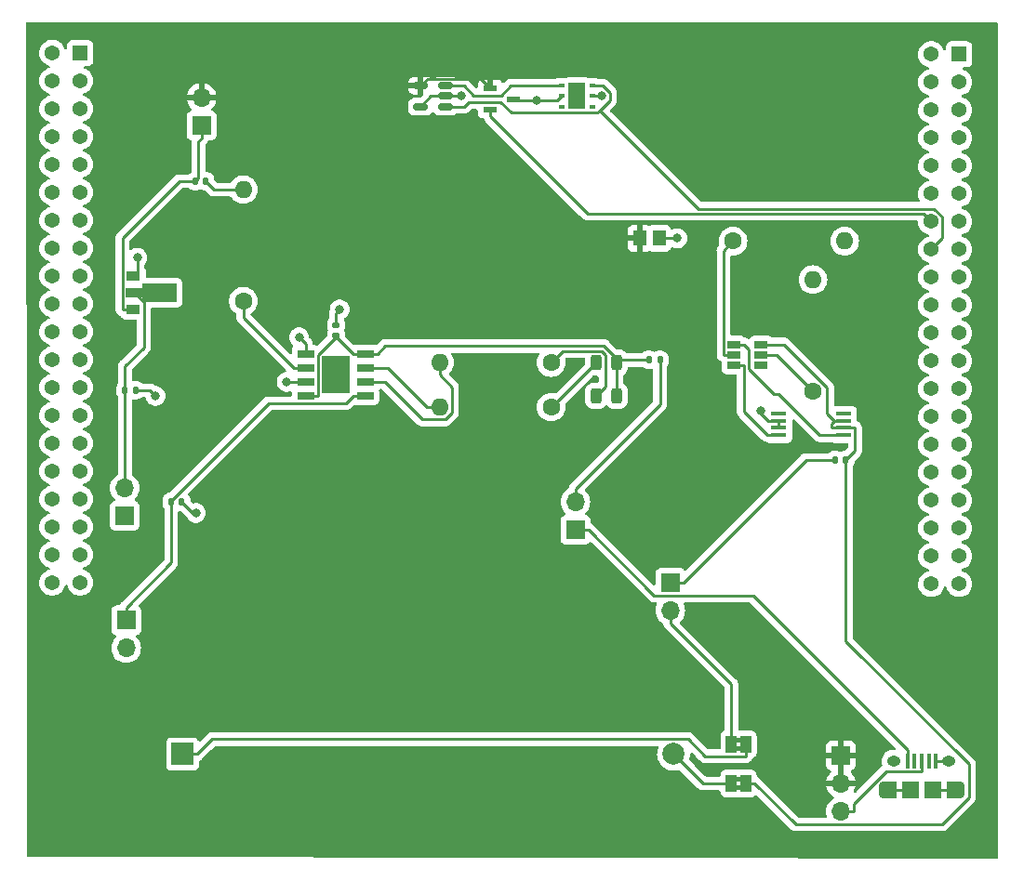
<source format=gbr>
%TF.GenerationSoftware,KiCad,Pcbnew,(7.0.0)*%
%TF.CreationDate,2023-04-04T11:39:15+02:00*%
%TF.ProjectId,overall scematic,6f766572-616c-46c2-9073-63656d617469,rev?*%
%TF.SameCoordinates,Original*%
%TF.FileFunction,Copper,L1,Top*%
%TF.FilePolarity,Positive*%
%FSLAX46Y46*%
G04 Gerber Fmt 4.6, Leading zero omitted, Abs format (unit mm)*
G04 Created by KiCad (PCBNEW (7.0.0)) date 2023-04-04 11:39:15*
%MOMM*%
%LPD*%
G01*
G04 APERTURE LIST*
G04 Aperture macros list*
%AMRoundRect*
0 Rectangle with rounded corners*
0 $1 Rounding radius*
0 $2 $3 $4 $5 $6 $7 $8 $9 X,Y pos of 4 corners*
0 Add a 4 corners polygon primitive as box body*
4,1,4,$2,$3,$4,$5,$6,$7,$8,$9,$2,$3,0*
0 Add four circle primitives for the rounded corners*
1,1,$1+$1,$2,$3*
1,1,$1+$1,$4,$5*
1,1,$1+$1,$6,$7*
1,1,$1+$1,$8,$9*
0 Add four rect primitives between the rounded corners*
20,1,$1+$1,$2,$3,$4,$5,0*
20,1,$1+$1,$4,$5,$6,$7,0*
20,1,$1+$1,$6,$7,$8,$9,0*
20,1,$1+$1,$8,$9,$2,$3,0*%
%AMFreePoly0*
4,1,9,3.862500,-0.866500,0.737500,-0.866500,0.737500,-0.450000,-0.737500,-0.450000,-0.737500,0.450000,0.737500,0.450000,0.737500,0.866500,3.862500,0.866500,3.862500,-0.866500,3.862500,-0.866500,$1*%
G04 Aperture macros list end*
%TA.AperFunction,ComponentPad*%
%ADD10R,1.700000X1.700000*%
%TD*%
%TA.AperFunction,ComponentPad*%
%ADD11O,1.700000X1.700000*%
%TD*%
%TA.AperFunction,SMDPad,CuDef*%
%ADD12R,1.475000X0.450000*%
%TD*%
%TA.AperFunction,SMDPad,CuDef*%
%ADD13R,1.000000X1.500000*%
%TD*%
%TA.AperFunction,SMDPad,CuDef*%
%ADD14R,1.525000X0.700000*%
%TD*%
%TA.AperFunction,SMDPad,CuDef*%
%ADD15R,2.513000X3.402000*%
%TD*%
%TA.AperFunction,SMDPad,CuDef*%
%ADD16R,1.200000X0.650000*%
%TD*%
%TA.AperFunction,SMDPad,CuDef*%
%ADD17R,1.300000X0.600000*%
%TD*%
%TA.AperFunction,SMDPad,CuDef*%
%ADD18RoundRect,0.150000X0.512500X0.150000X-0.512500X0.150000X-0.512500X-0.150000X0.512500X-0.150000X0*%
%TD*%
%TA.AperFunction,SMDPad,CuDef*%
%ADD19R,1.300000X0.900000*%
%TD*%
%TA.AperFunction,SMDPad,CuDef*%
%ADD20FreePoly0,0.000000*%
%TD*%
%TA.AperFunction,SMDPad,CuDef*%
%ADD21R,1.500000X2.400000*%
%TD*%
%TA.AperFunction,SMDPad,CuDef*%
%ADD22R,0.600000X0.400000*%
%TD*%
%TA.AperFunction,ComponentPad*%
%ADD23O,1.600000X1.600000*%
%TD*%
%TA.AperFunction,ComponentPad*%
%ADD24C,1.600000*%
%TD*%
%TA.AperFunction,SMDPad,CuDef*%
%ADD25RoundRect,0.135000X-0.135000X-0.185000X0.135000X-0.185000X0.135000X0.185000X-0.135000X0.185000X0*%
%TD*%
%TA.AperFunction,ComponentPad*%
%ADD26R,1.370000X1.370000*%
%TD*%
%TA.AperFunction,ComponentPad*%
%ADD27C,1.370000*%
%TD*%
%TA.AperFunction,ComponentPad*%
%ADD28O,0.890000X1.550000*%
%TD*%
%TA.AperFunction,SMDPad,CuDef*%
%ADD29R,1.500000X1.550000*%
%TD*%
%TA.AperFunction,ComponentPad*%
%ADD30O,1.250000X0.950000*%
%TD*%
%TA.AperFunction,SMDPad,CuDef*%
%ADD31R,1.200000X1.550000*%
%TD*%
%TA.AperFunction,SMDPad,CuDef*%
%ADD32R,0.400000X1.350000*%
%TD*%
%TA.AperFunction,SMDPad,CuDef*%
%ADD33RoundRect,0.243750X-0.243750X-0.456250X0.243750X-0.456250X0.243750X0.456250X-0.243750X0.456250X0*%
%TD*%
%TA.AperFunction,SMDPad,CuDef*%
%ADD34RoundRect,0.140000X-0.140000X-0.170000X0.140000X-0.170000X0.140000X0.170000X-0.140000X0.170000X0*%
%TD*%
%TA.AperFunction,SMDPad,CuDef*%
%ADD35R,1.150000X1.450000*%
%TD*%
%TA.AperFunction,SMDPad,CuDef*%
%ADD36RoundRect,0.140000X0.170000X-0.140000X0.170000X0.140000X-0.170000X0.140000X-0.170000X-0.140000X0*%
%TD*%
%TA.AperFunction,ComponentPad*%
%ADD37R,2.000000X2.000000*%
%TD*%
%TA.AperFunction,ComponentPad*%
%ADD38C,2.000000*%
%TD*%
%TA.AperFunction,ViaPad*%
%ADD39C,0.800000*%
%TD*%
%TA.AperFunction,Conductor*%
%ADD40C,0.250000*%
%TD*%
G04 APERTURE END LIST*
%TO.C,JP2*%
G36*
X116313000Y-132515000D02*
G01*
X115813000Y-132515000D01*
X115813000Y-132115000D01*
X116313000Y-132115000D01*
X116313000Y-132515000D01*
G37*
G36*
X116313000Y-133315000D02*
G01*
X115813000Y-133315000D01*
X115813000Y-132915000D01*
X116313000Y-132915000D01*
X116313000Y-133315000D01*
G37*
%TO.C,JP1*%
G36*
X116313000Y-128965000D02*
G01*
X115813000Y-128965000D01*
X115813000Y-128565000D01*
X116313000Y-128565000D01*
X116313000Y-128965000D01*
G37*
G36*
X116313000Y-129765000D02*
G01*
X115813000Y-129765000D01*
X115813000Y-129365000D01*
X116313000Y-129365000D01*
X116313000Y-129765000D01*
G37*
%TD*%
D10*
%TO.P,J7,1,Pin_1*%
%TO.N,Net-(J7-Pin_1)*%
X109854999Y-114421999D03*
D11*
%TO.P,J7,2,Pin_2*%
%TO.N,/Power module/V_Battery*%
X109854999Y-116961999D03*
%TD*%
D10*
%TO.P,J6,1,Pin_1*%
%TO.N,Net-(J6-Pin_1)*%
X67182999Y-72775999D03*
D11*
%TO.P,J6,2,Pin_2*%
%TO.N,/Supply_Voltage*%
X67182999Y-70235999D03*
%TD*%
D10*
%TO.P,J5,1,Pin_1*%
%TO.N,Net-(J3-BAT)*%
X60324999Y-117855999D03*
D11*
%TO.P,J5,2,Pin_2*%
%TO.N,/Battery+*%
X60324999Y-120395999D03*
%TD*%
%TO.P,J4,2,Pin_2*%
%TO.N,Net-(J4-Pin_2)*%
X60197999Y-105790999D03*
D10*
%TO.P,J4,1,Pin_1*%
%TO.N,/Battery+*%
X60197999Y-108330999D03*
%TD*%
%TO.P,J2,1,Pin_1*%
%TO.N,Vreg_Out*%
X101218999Y-109605999D03*
D11*
%TO.P,J2,2,Pin_2*%
%TO.N,/Power module/VCC*%
X101218999Y-107065999D03*
%TD*%
D12*
%TO.P,Q1,1,D12_1*%
%TO.N,unconnected-(Q1-D12_1-Pad1)*%
X119726999Y-99029999D03*
%TO.P,Q1,2,S1_1*%
%TO.N,GND*%
X119726999Y-99679999D03*
%TO.P,Q1,3,S1_2*%
X119726999Y-100329999D03*
%TO.P,Q1,4,G1*%
%TO.N,/Power module/OC*%
X119726999Y-100979999D03*
%TO.P,Q1,5,G2*%
%TO.N,/Power module/OD*%
X125602999Y-100979999D03*
%TO.P,Q1,6,S2_1*%
%TO.N,Net-(IC1-GND)*%
X125602999Y-100329999D03*
%TO.P,Q1,7,S2_2*%
X125602999Y-99679999D03*
%TO.P,Q1,8,D12_2*%
%TO.N,unconnected-(Q1-D12_2-Pad8)*%
X125602999Y-99029999D03*
%TD*%
D13*
%TO.P,JP2,1,A*%
%TO.N,/Battery-*%
X115412999Y-132714999D03*
%TO.P,JP2,2,B*%
%TO.N,Net-(IC1-GND)*%
X116712999Y-132714999D03*
%TD*%
%TO.P,JP1,1,A*%
%TO.N,/Power module/V_Battery*%
X115412999Y-129164999D03*
%TO.P,JP1,2,B*%
%TO.N,/Battery+*%
X116712999Y-129164999D03*
%TD*%
D14*
%TO.P,J3,1,TEMP1*%
%TO.N,GND*%
X76662999Y-93598999D03*
%TO.P,J3,2,PROG2*%
%TO.N,Net-(J3-PROG2)*%
X76662999Y-94868999D03*
%TO.P,J3,3,GND_3*%
%TO.N,GND*%
X76662999Y-96138999D03*
%TO.P,J3,4,VCC4*%
%TO.N,/Power module/Vcc_IC*%
X76662999Y-97408999D03*
%TO.P,J3,5,BAT*%
%TO.N,Net-(J3-BAT)*%
X82086999Y-97408999D03*
%TO.P,J3,6,~{STDBY}*%
%TO.N,Net-(J3-~{STDBY})*%
X82086999Y-96138999D03*
%TO.P,J3,7,~{CHRG}*%
%TO.N,Net-(J3-~{CHRG})*%
X82086999Y-94868999D03*
%TO.P,J3,8,CE*%
%TO.N,/Power module/Vcc_IC*%
X82086999Y-93598999D03*
D15*
%TO.P,J3,9,EP*%
%TO.N,unconnected-(J3-EP-Pad9)*%
X79374999Y-95503999D03*
%TD*%
D16*
%TO.P,IC1,1,OD*%
%TO.N,/Power module/OD*%
X115626999Y-92726999D03*
%TO.P,IC1,2,CS*%
%TO.N,Net-(IC1-CS)*%
X115626999Y-93676999D03*
%TO.P,IC1,3,OC*%
%TO.N,/Power module/OC*%
X115626999Y-94626999D03*
%TO.P,IC1,4,TD*%
%TO.N,unconnected-(IC1-TD-Pad4)*%
X118126999Y-94626999D03*
%TO.P,IC1,5,VCC*%
%TO.N,Net-(IC1-VCC)*%
X118126999Y-93676999D03*
%TO.P,IC1,6,GND*%
%TO.N,Net-(IC1-GND)*%
X118126999Y-92726999D03*
%TD*%
D17*
%TO.P,U5,1,VDD*%
%TO.N,/Supply_Voltage*%
X93466499Y-69412999D03*
%TO.P,U5,2,VOUT*%
%TO.N,/Micro controller pin outs/Analogue_out*%
X93466499Y-71312999D03*
%TO.P,U5,3,GND*%
%TO.N,GND*%
X95566499Y-70362999D03*
%TD*%
D18*
%TO.P,U4,1,SCL*%
%TO.N,/SCL*%
X89402500Y-71054000D03*
%TO.P,U4,2,GND*%
%TO.N,GND*%
X89402500Y-70104000D03*
%TO.P,U4,3,SDA*%
%TO.N,/SDA*%
X89402500Y-69154000D03*
%TO.P,U4,4,VCC*%
%TO.N,/Supply_Voltage*%
X87127500Y-69154000D03*
%TO.P,U4,5,WP*%
%TO.N,GND*%
X87127500Y-71054000D03*
%TD*%
D19*
%TO.P,U2,1,GND*%
%TO.N,GND*%
X60960999Y-86510999D03*
D20*
%TO.P,U2,2,VIN*%
%TO.N,Net-(J4-Pin_2)*%
X61048500Y-88011000D03*
D19*
%TO.P,U2,3,VOUT*%
%TO.N,Net-(J6-Pin_1)*%
X60960999Y-89510999D03*
%TD*%
D21*
%TO.P,U1,7,DAP*%
%TO.N,unconnected-(U1-DAP-Pad7)*%
X101345999Y-70103999D03*
D22*
%TO.P,U1,6,SCL*%
%TO.N,/SCL*%
X102745999Y-69153999D03*
%TO.P,U1,5,VCC*%
%TO.N,/Supply_Voltage*%
X102745999Y-70103999D03*
%TO.P,U1,4,NC*%
%TO.N,unconnected-(U1-NC-Pad4)*%
X102745999Y-71053999D03*
%TO.P,U1,3,NC*%
%TO.N,unconnected-(U1-NC-Pad3)*%
X99945999Y-71053999D03*
%TO.P,U1,2,GND*%
%TO.N,GND*%
X99945999Y-70103999D03*
%TO.P,U1,1,SDA*%
%TO.N,/SDA*%
X99945999Y-69153999D03*
%TD*%
D23*
%TO.P,R6,2*%
%TO.N,Net-(J7-Pin_1)*%
X122845999Y-86818999D03*
D24*
%TO.P,R6,1*%
%TO.N,Net-(IC1-VCC)*%
X122846000Y-96979000D03*
%TD*%
D23*
%TO.P,R5,2*%
%TO.N,GND*%
X125729999Y-83311999D03*
D24*
%TO.P,R5,1*%
%TO.N,Net-(IC1-CS)*%
X115570000Y-83312000D03*
%TD*%
D23*
%TO.P,R4,2*%
%TO.N,Net-(J3-~{STDBY})*%
X88849999Y-94379999D03*
D24*
%TO.P,R4,1*%
%TO.N,Net-(D2-K)*%
X99010000Y-94380000D03*
%TD*%
D23*
%TO.P,R3,2*%
%TO.N,Net-(J3-~{CHRG})*%
X88849999Y-98429999D03*
D24*
%TO.P,R3,1*%
%TO.N,Net-(D1-K)*%
X99010000Y-98430000D03*
%TD*%
D25*
%TO.P,R2,1*%
%TO.N,/Power module/Vcc_IC*%
X107898000Y-94126000D03*
%TO.P,R2,2*%
%TO.N,/Power module/VCC*%
X108918000Y-94126000D03*
%TD*%
D23*
%TO.P,R1,2*%
%TO.N,GND*%
X70992999Y-78612999D03*
D24*
%TO.P,R1,1*%
%TO.N,Net-(J3-PROG2)*%
X70993000Y-88773000D03*
%TD*%
D10*
%TO.P,J10,1,Pin_1*%
%TO.N,/Supply_Voltage*%
X125385999Y-130174999D03*
D11*
%TO.P,J10,2,Pin_2*%
X125385999Y-132714999D03*
%TO.P,J10,3,Pin_3*%
%TO.N,Data +*%
X125385999Y-135254999D03*
%TD*%
D26*
%TO.P,J9,01*%
%TO.N,N/C*%
X56133999Y-66166999D03*
D27*
%TO.P,J9,02*%
X53594000Y-66167000D03*
%TO.P,J9,03*%
X56134000Y-68707000D03*
%TO.P,J9,04*%
X53594000Y-68707000D03*
%TO.P,J9,05*%
X56134000Y-71247000D03*
%TO.P,J9,06*%
X53594000Y-71247000D03*
%TO.P,J9,07*%
X56134000Y-73787000D03*
%TO.P,J9,08*%
X53594000Y-73787000D03*
%TO.P,J9,09*%
X56134000Y-76327000D03*
%TO.P,J9,10,10*%
%TO.N,GND*%
X53594000Y-76327000D03*
%TO.P,J9,11,11*%
X56134000Y-78867000D03*
%TO.P,J9,12,12*%
%TO.N,I2C2*%
X53594000Y-78867000D03*
%TO.P,J9,13,13*%
%TO.N,GND*%
X56134000Y-81407000D03*
%TO.P,J9,14,P14*%
X53594000Y-81407000D03*
%TO.P,J9,15,P15*%
X56134000Y-83947000D03*
%TO.P,J9,16,P16*%
X53594000Y-83947000D03*
%TO.P,J9,17,P17*%
X56134000Y-86487000D03*
%TO.P,J9,18,P18*%
X53594000Y-86487000D03*
%TO.P,J9,19,P19*%
X56134000Y-89027000D03*
%TO.P,J9,20,P20*%
X53594000Y-89027000D03*
%TO.P,J9,21,P21*%
X56134000Y-91567000D03*
%TO.P,J9,22,P22*%
X53594000Y-91567000D03*
%TO.P,J9,23,P23*%
X56134000Y-94107000D03*
%TO.P,J9,24,P24*%
%TO.N,I2C1*%
X53594000Y-94107000D03*
%TO.P,J9,25,P25*%
%TO.N,GND*%
X56134000Y-96647000D03*
%TO.P,J9,26*%
%TO.N,N/C*%
X53594000Y-96647000D03*
%TO.P,J9,27*%
X56134000Y-99187000D03*
%TO.P,J9,28*%
X53594000Y-99187000D03*
%TO.P,J9,29*%
X56134000Y-101727000D03*
%TO.P,J9,30*%
X53594000Y-101727000D03*
%TO.P,J9,31*%
X56134000Y-104267000D03*
%TO.P,J9,32*%
X53594000Y-104267000D03*
%TO.P,J9,33*%
X56134000Y-106807000D03*
%TO.P,J9,34*%
X53594000Y-106807000D03*
%TO.P,J9,35*%
X56134000Y-109347000D03*
%TO.P,J9,36*%
X53594000Y-109347000D03*
%TO.P,J9,37*%
X56134000Y-111887000D03*
%TO.P,J9,38*%
X53594000Y-111887000D03*
%TO.P,J9,39*%
X56134000Y-114427000D03*
%TO.P,J9,40*%
X53594000Y-114427000D03*
%TD*%
D26*
%TO.P,J8,01*%
%TO.N,N/C*%
X136143999Y-66293999D03*
D27*
%TO.P,J8,02*%
X133604000Y-66294000D03*
%TO.P,J8,03*%
X136144000Y-68834000D03*
%TO.P,J8,04*%
X133604000Y-68834000D03*
%TO.P,J8,05*%
X136144000Y-71374000D03*
%TO.P,J8,06*%
X133604000Y-71374000D03*
%TO.P,J8,07*%
X136144000Y-73914000D03*
%TO.P,J8,08*%
X133604000Y-73914000D03*
%TO.P,J8,09*%
X136144000Y-76454000D03*
%TO.P,J8,10,10*%
%TO.N,/Micro controller pin outs/NRST*%
X133604000Y-76454000D03*
%TO.P,J8,11,11*%
%TO.N,GND*%
X136144000Y-78994000D03*
%TO.P,J8,12,12*%
%TO.N,/Micro controller pin outs/PB6*%
X133604000Y-78994000D03*
%TO.P,J8,13,13*%
%TO.N,/Micro controller pin outs/PA0*%
X136144000Y-81534000D03*
%TO.P,J8,14,P14*%
%TO.N,/Micro controller pin outs/Analogue_out*%
X133604000Y-81534000D03*
%TO.P,J8,15,P15*%
%TO.N,GND*%
X136144000Y-84074000D03*
%TO.P,J8,16,P16*%
%TO.N,/SCL*%
X133604000Y-84074000D03*
%TO.P,J8,17,P17*%
%TO.N,GND*%
X136144000Y-86614000D03*
%TO.P,J8,18,P18*%
X133604000Y-86614000D03*
%TO.P,J8,19,P19*%
X136144000Y-89154000D03*
%TO.P,J8,20,P20*%
X133604000Y-89154000D03*
%TO.P,J8,21,P21*%
X136144000Y-91694000D03*
%TO.P,J8,22,P22*%
X133604000Y-91694000D03*
%TO.P,J8,23,P23*%
X136144000Y-94234000D03*
%TO.P,J8,24,P24*%
X133604000Y-94234000D03*
%TO.P,J8,25,P25*%
%TO.N,/Micro controller pin outs/PB7*%
X136144000Y-96774000D03*
%TO.P,J8,26*%
%TO.N,N/C*%
X133604000Y-96774000D03*
%TO.P,J8,27*%
X136144000Y-99314000D03*
%TO.P,J8,28*%
X133604000Y-99314000D03*
%TO.P,J8,29*%
X136144000Y-101854000D03*
%TO.P,J8,30*%
X133604000Y-101854000D03*
%TO.P,J8,31*%
X136144000Y-104394000D03*
%TO.P,J8,32*%
X133604000Y-104394000D03*
%TO.P,J8,33*%
X136144000Y-106934000D03*
%TO.P,J8,34*%
X133604000Y-106934000D03*
%TO.P,J8,35*%
X136144000Y-109474000D03*
%TO.P,J8,36*%
X133604000Y-109474000D03*
%TO.P,J8,37*%
X136144000Y-112014000D03*
%TO.P,J8,38*%
X133604000Y-112014000D03*
%TO.P,J8,39*%
X136144000Y-114554000D03*
%TO.P,J8,40*%
X133604000Y-114554000D03*
%TD*%
D28*
%TO.P,J1,6,Shield*%
%TO.N,GND*%
X129230999Y-133349999D03*
D29*
X131730999Y-133349999D03*
D30*
X130230999Y-130649999D03*
D31*
X135630999Y-133349999D03*
D28*
X136230999Y-133349999D03*
D29*
X133730999Y-133349999D03*
D30*
X135230999Y-130649999D03*
D31*
X129830999Y-133349999D03*
D32*
%TO.P,J1,5,GND*%
X134030999Y-130649999D03*
%TO.P,J1,4,ID*%
%TO.N,unconnected-(J1-ID-Pad4)*%
X133380999Y-130649999D03*
%TO.P,J1,3,D+*%
%TO.N,Data +*%
X132730999Y-130649999D03*
%TO.P,J1,2,D-*%
%TO.N,Data -*%
X132080999Y-130649999D03*
%TO.P,J1,1,VBUS*%
%TO.N,Vreg_Out*%
X131430999Y-130649999D03*
%TD*%
D33*
%TO.P,D2,2,A*%
%TO.N,/Power module/Vcc_IC*%
X104979000Y-97420000D03*
%TO.P,D2,1,K*%
%TO.N,Net-(D2-K)*%
X103104000Y-97420000D03*
%TD*%
%TO.P,D1,2,A*%
%TO.N,/Power module/Vcc_IC*%
X104979000Y-94380000D03*
%TO.P,D1,1,K*%
%TO.N,Net-(D1-K)*%
X103104000Y-94380000D03*
%TD*%
D34*
%TO.P,C6,1*%
%TO.N,Net-(J7-Pin_1)*%
X124869000Y-103251000D03*
%TO.P,C6,2*%
%TO.N,Net-(IC1-GND)*%
X125829000Y-103251000D03*
%TD*%
D35*
%TO.P,C5,1*%
%TO.N,/Supply_Voltage*%
X107049999Y-83057999D03*
%TO.P,C5,2*%
%TO.N,GND*%
X108849999Y-83057999D03*
%TD*%
D34*
%TO.P,C4,1*%
%TO.N,Net-(J3-BAT)*%
X64417000Y-107061000D03*
%TO.P,C4,2*%
%TO.N,GND*%
X65377000Y-107061000D03*
%TD*%
%TO.P,C3,2*%
%TO.N,GND*%
X67564000Y-77851000D03*
%TO.P,C3,1*%
%TO.N,Net-(J6-Pin_1)*%
X66604000Y-77851000D03*
%TD*%
%TO.P,C2,1*%
%TO.N,Net-(J4-Pin_2)*%
X60198000Y-96901000D03*
%TO.P,C2,2*%
%TO.N,GND*%
X61158000Y-96901000D03*
%TD*%
D36*
%TO.P,C1,1*%
%TO.N,/Power module/Vcc_IC*%
X79420000Y-91920000D03*
%TO.P,C1,2*%
%TO.N,GND*%
X79420000Y-90960000D03*
%TD*%
D37*
%TO.P,BT1,1,+*%
%TO.N,/Battery+*%
X65456999Y-130047999D03*
D38*
%TO.P,BT1,2,-*%
%TO.N,/Battery-*%
X110157000Y-130048000D03*
%TD*%
D39*
%TO.N,/Supply_Voltage*%
X92329000Y-67564000D03*
X103632000Y-70104000D03*
%TO.N,GND*%
X110490000Y-83058000D03*
X90805000Y-70104000D03*
X97663000Y-70485000D03*
X118110000Y-98806000D03*
X61341000Y-84836000D03*
X62992000Y-97409000D03*
X66675000Y-108077000D03*
X76073000Y-92075000D03*
X74930000Y-96139000D03*
X79756000Y-89535000D03*
%TD*%
D40*
%TO.N,/SCL*%
X103707305Y-69154000D02*
X104357000Y-69803695D01*
X104357000Y-69803695D02*
X104357000Y-70477200D01*
X104357000Y-70477200D02*
X103355600Y-71478600D01*
X102746000Y-69154000D02*
X103707305Y-69154000D01*
%TO.N,/Supply_Voltage*%
X92582500Y-67817500D02*
X92582500Y-68529000D01*
X92329000Y-67564000D02*
X92582500Y-67817500D01*
X87752500Y-68529000D02*
X87127500Y-69154000D01*
X93466500Y-69413000D02*
X92582500Y-68529000D01*
X92582500Y-68529000D02*
X87752500Y-68529000D01*
%TO.N,/SCL*%
X103355600Y-71478600D02*
X103205000Y-71629200D01*
X103437000Y-71397200D02*
X103355600Y-71478600D01*
%TO.N,/Supply_Voltage*%
X102746000Y-70104000D02*
X103632000Y-70104000D01*
%TO.N,GND*%
X88077500Y-70104000D02*
X87127500Y-71054000D01*
X89402500Y-70104000D02*
X88077500Y-70104000D01*
X131731000Y-133350000D02*
X129831000Y-133350000D01*
X133731000Y-133350000D02*
X135631000Y-133350000D01*
X134031000Y-130650000D02*
X135231000Y-130650000D01*
X135222000Y-130650000D02*
X135231000Y-130650000D01*
X119727000Y-100330000D02*
X119727000Y-99680000D01*
X119727000Y-99680000D02*
X118740000Y-99680000D01*
%TO.N,Net-(J6-Pin_1)*%
X66884050Y-74250050D02*
X66884050Y-77570950D01*
X67183000Y-73951100D02*
X66884050Y-74250050D01*
X66884050Y-77570950D02*
X66604000Y-77851000D01*
X65151000Y-77851000D02*
X66604000Y-77851000D01*
X59985900Y-83016100D02*
X65151000Y-77851000D01*
%TO.N,GND*%
X68326000Y-78613000D02*
X70993000Y-78613000D01*
X67564000Y-77851000D02*
X68326000Y-78613000D01*
%TO.N,/Power module/OC*%
X116552000Y-94627000D02*
X115627000Y-94627000D01*
X116552000Y-98867700D02*
X116552000Y-94627000D01*
X118664000Y-100980000D02*
X116552000Y-98867700D01*
X119727000Y-100980000D02*
X118664000Y-100980000D01*
%TO.N,/Power module/OD*%
X123464000Y-100980000D02*
X125603000Y-100980000D01*
X119700000Y-97216000D02*
X123464000Y-100980000D01*
X119281000Y-97216000D02*
X119700000Y-97216000D01*
X117002000Y-94937300D02*
X119281000Y-97216000D01*
X117002000Y-93177200D02*
X117002000Y-94937300D01*
X116552000Y-92727000D02*
X117002000Y-93177200D01*
X115627000Y-92727000D02*
X116552000Y-92727000D01*
%TO.N,Net-(J4-Pin_2)*%
X60198000Y-96901000D02*
X60198000Y-105791000D01*
X60198000Y-94720400D02*
X60198000Y-96901000D01*
X61936200Y-92982200D02*
X60198000Y-94720400D01*
X61936200Y-88898700D02*
X61936200Y-92982200D01*
X61048500Y-88011000D02*
X61936200Y-88898700D01*
%TO.N,Net-(J7-Pin_1)*%
X122201000Y-103251000D02*
X124869000Y-103251000D01*
X111030000Y-114422000D02*
X122201000Y-103251000D01*
X109855000Y-114422000D02*
X111030000Y-114422000D01*
%TO.N,/Power module/V_Battery*%
X115413000Y-123695000D02*
X115413000Y-129165000D01*
X109855000Y-118137000D02*
X115413000Y-123695000D01*
X109855000Y-116962000D02*
X109855000Y-118137000D01*
%TO.N,Vreg_Out*%
X131431000Y-129650000D02*
X131431000Y-130650000D01*
X117378000Y-115597000D02*
X131431000Y-129650000D01*
X108385000Y-115597000D02*
X117378000Y-115597000D01*
X102394000Y-109606000D02*
X108385000Y-115597000D01*
X101219000Y-109606000D02*
X102394000Y-109606000D01*
%TO.N,/SDA*%
X91043500Y-69154000D02*
X89402500Y-69154000D01*
X91927700Y-70038200D02*
X91043500Y-69154000D01*
X94450900Y-70038200D02*
X91927700Y-70038200D01*
X95335100Y-69154000D02*
X94450900Y-70038200D01*
X99946000Y-69154000D02*
X95335100Y-69154000D01*
%TO.N,Net-(IC1-VCC)*%
X119544000Y-93677000D02*
X118127000Y-93677000D01*
X122846000Y-96979000D02*
X119544000Y-93677000D01*
%TO.N,Net-(IC1-CS)*%
X114702000Y-84180100D02*
X115570000Y-83312000D01*
X114702000Y-93677000D02*
X114702000Y-84180100D01*
X115627000Y-93677000D02*
X114702000Y-93677000D01*
%TO.N,Net-(J3-~{STDBY})*%
X83847800Y-96139000D02*
X82087000Y-96139000D01*
X87265600Y-99556800D02*
X83847800Y-96139000D01*
X89387300Y-99556800D02*
X87265600Y-99556800D01*
X89978500Y-98965600D02*
X89387300Y-99556800D01*
X89978500Y-96633600D02*
X89978500Y-98965600D01*
X88850000Y-95505100D02*
X89978500Y-96633600D01*
X88850000Y-94380000D02*
X88850000Y-95505100D01*
%TO.N,Net-(J3-~{CHRG})*%
X84163900Y-94869000D02*
X82087000Y-94869000D01*
X87724900Y-98430000D02*
X84163900Y-94869000D01*
X88850000Y-98430000D02*
X87724900Y-98430000D01*
%TO.N,Net-(J3-PROG2)*%
X70993000Y-90286600D02*
X70993000Y-88773000D01*
X75575400Y-94869000D02*
X70993000Y-90286600D01*
X76663000Y-94869000D02*
X75575400Y-94869000D01*
%TO.N,/Power module/VCC*%
X108918000Y-98191900D02*
X108918000Y-94126000D01*
X101219000Y-105891000D02*
X108918000Y-98191900D01*
X101219000Y-107066000D02*
X101219000Y-105891000D01*
%TO.N,/SCL*%
X91094500Y-71054000D02*
X89402500Y-71054000D01*
X91490700Y-70657800D02*
X91094500Y-71054000D01*
X94420900Y-70657800D02*
X91490700Y-70657800D01*
X95392300Y-71629200D02*
X94420900Y-70657800D01*
X103205000Y-71629200D02*
X95392300Y-71629200D01*
X111575000Y-79535500D02*
X103437000Y-71397200D01*
X112394800Y-80355300D02*
X111575000Y-79535500D01*
X133871200Y-80355300D02*
X112394800Y-80355300D01*
X134623400Y-81107500D02*
X133871200Y-80355300D01*
X134623400Y-83054600D02*
X134623400Y-81107500D01*
X133604000Y-84074000D02*
X134623400Y-83054600D01*
%TO.N,/Micro controller pin outs/Analogue_out*%
X132875500Y-80805500D02*
X133604000Y-81534000D01*
X102334000Y-80805500D02*
X132875500Y-80805500D01*
X93466500Y-71938100D02*
X102334000Y-80805500D01*
X93466500Y-71313000D02*
X93466500Y-71938100D01*
%TO.N,Data +*%
X132731000Y-131650000D02*
X132731000Y-130650000D01*
X129507000Y-131650000D02*
X132731000Y-131650000D01*
X126561000Y-134596000D02*
X129507000Y-131650000D01*
X126561000Y-135255000D02*
X126561000Y-134596000D01*
X125386000Y-135255000D02*
X126561000Y-135255000D01*
%TO.N,Net-(D2-K)*%
X100050000Y-93340300D02*
X99010000Y-94380000D01*
X103637000Y-93340300D02*
X100050000Y-93340300D01*
X103953000Y-93656200D02*
X103637000Y-93340300D01*
X103953000Y-96571100D02*
X103953000Y-93656200D01*
X103104000Y-97420000D02*
X103953000Y-96571100D01*
%TO.N,Net-(D1-K)*%
X99054000Y-98430000D02*
X99010000Y-98430000D01*
X103104000Y-94380000D02*
X99054000Y-98430000D01*
%TO.N,Net-(IC1-GND)*%
X120225000Y-92727000D02*
X118127000Y-92727000D01*
X124126000Y-96628600D02*
X120225000Y-92727000D01*
X124126000Y-99033100D02*
X124126000Y-96628600D01*
X124773000Y-99680000D02*
X124126000Y-99033100D01*
X125603000Y-99680000D02*
X124773000Y-99680000D01*
X124540000Y-100330000D02*
X125603000Y-100330000D01*
X124540000Y-99912700D02*
X124540000Y-100330000D01*
X124773000Y-99680000D02*
X124540000Y-99912700D01*
X126666000Y-102414000D02*
X125829000Y-103251000D01*
X126666000Y-100330000D02*
X126666000Y-102414000D01*
X125603000Y-100330000D02*
X126666000Y-100330000D01*
X117538000Y-132715000D02*
X116713000Y-132715000D01*
X121272000Y-136449000D02*
X117538000Y-132715000D01*
X134572000Y-136449000D02*
X121272000Y-136449000D01*
X137043000Y-133978000D02*
X134572000Y-136449000D01*
X137043000Y-130962000D02*
X137043000Y-133978000D01*
X125829000Y-119748000D02*
X137043000Y-130962000D01*
X125829000Y-103251000D02*
X125829000Y-119748000D01*
%TO.N,Net-(J3-BAT)*%
X64417000Y-106970000D02*
X64417000Y-107061000D01*
X73302500Y-98084100D02*
X64417000Y-106970000D01*
X80324300Y-98084100D02*
X73302500Y-98084100D01*
X80999400Y-97409000D02*
X80324300Y-98084100D01*
X82087000Y-97409000D02*
X80999400Y-97409000D01*
X64417000Y-112589000D02*
X64417000Y-107061000D01*
X60325000Y-116681000D02*
X64417000Y-112589000D01*
X60325000Y-117856000D02*
X60325000Y-116681000D01*
%TO.N,Net-(J6-Pin_1)*%
X67183000Y-73951100D02*
X67183000Y-72776000D01*
X59985900Y-89511000D02*
X60961000Y-89511000D01*
X59985900Y-83016100D02*
X59985900Y-89511000D01*
%TO.N,/Power module/Vcc_IC*%
X104979000Y-97420000D02*
X104979000Y-94380000D01*
X79420000Y-91920000D02*
X79420000Y-92053300D01*
X80999400Y-93599000D02*
X82087000Y-93599000D01*
X79453700Y-92053300D02*
X80999400Y-93599000D01*
X79420000Y-92053300D02*
X79453700Y-92053300D01*
X79400400Y-92053300D02*
X79420000Y-92053300D01*
X77750600Y-93703100D02*
X79400400Y-92053300D01*
X77750600Y-97409000D02*
X77750600Y-93703100D01*
X76663000Y-97409000D02*
X77750600Y-97409000D01*
X104979000Y-94126000D02*
X107898000Y-94126000D01*
X104979000Y-94380000D02*
X104979000Y-94126000D01*
X83174600Y-93599000D02*
X82087000Y-93599000D01*
X83913800Y-92859800D02*
X83174600Y-93599000D01*
X103796000Y-92859800D02*
X83913800Y-92859800D01*
X104979000Y-94042600D02*
X103796000Y-92859800D01*
X104979000Y-94126000D02*
X104979000Y-94042600D01*
%TO.N,/Battery-*%
X112824000Y-132715000D02*
X115413000Y-132715000D01*
X110157000Y-130048000D02*
X112824000Y-132715000D01*
%TO.N,/Battery+*%
X66782100Y-130048000D02*
X65457000Y-130048000D01*
X68155300Y-128675000D02*
X66782100Y-130048000D01*
X111470000Y-128675000D02*
X68155300Y-128675000D01*
X113035000Y-130240000D02*
X111470000Y-128675000D01*
X116713000Y-130240000D02*
X113035000Y-130240000D01*
X116713000Y-129165000D02*
X116713000Y-130240000D01*
%TO.N,GND*%
X61341000Y-86131000D02*
X60961000Y-86511000D01*
X61341000Y-84836000D02*
X61341000Y-86131000D01*
X90805000Y-70104000D02*
X89402500Y-70104000D01*
X95688500Y-70485000D02*
X95566500Y-70363000D01*
X97663000Y-70485000D02*
X95688500Y-70485000D01*
X99565000Y-70485000D02*
X99946000Y-70104000D01*
X97663000Y-70485000D02*
X99565000Y-70485000D01*
X110490000Y-83058000D02*
X108850000Y-83058000D01*
X118110000Y-99050500D02*
X118110000Y-98806000D01*
X118740000Y-99680000D02*
X118110000Y-99050500D01*
X66393000Y-108077000D02*
X65377000Y-107061000D01*
X66675000Y-108077000D02*
X66393000Y-108077000D01*
X62484000Y-96901000D02*
X62992000Y-97409000D01*
X61158000Y-96901000D02*
X62484000Y-96901000D01*
X76663000Y-92665000D02*
X76073000Y-92075000D01*
X76663000Y-93599000D02*
X76663000Y-92665000D01*
X76663000Y-96139000D02*
X74930000Y-96139000D01*
X79420000Y-89871000D02*
X79756000Y-89535000D01*
X79420000Y-90960000D02*
X79420000Y-89871000D01*
%TD*%
%TA.AperFunction,Conductor*%
%TO.N,/Supply_Voltage*%
G36*
X117115001Y-116231939D02*
G01*
X117155229Y-116258819D01*
X130359228Y-129462819D01*
X130389478Y-129512182D01*
X130394020Y-129569898D01*
X130371865Y-129623385D01*
X130327842Y-129660985D01*
X130271547Y-129674500D01*
X130031527Y-129674500D01*
X130028416Y-129674816D01*
X130028403Y-129674817D01*
X129889876Y-129688904D01*
X129889867Y-129688905D01*
X129883621Y-129689541D01*
X129877621Y-129691423D01*
X129877618Y-129691424D01*
X129700329Y-129747048D01*
X129700326Y-129747049D01*
X129694322Y-129748933D01*
X129688826Y-129751983D01*
X129688820Y-129751986D01*
X129526347Y-129842166D01*
X129526339Y-129842171D01*
X129520854Y-129845216D01*
X129516091Y-129849304D01*
X129516085Y-129849309D01*
X129387671Y-129959550D01*
X129370318Y-129974447D01*
X129366468Y-129979420D01*
X129366463Y-129979426D01*
X129252731Y-130126356D01*
X129248878Y-130131334D01*
X129246110Y-130136975D01*
X129246106Y-130136983D01*
X129164273Y-130303811D01*
X129164269Y-130303819D01*
X129161505Y-130309456D01*
X129159930Y-130315536D01*
X129159929Y-130315541D01*
X129117625Y-130478930D01*
X129111776Y-130501520D01*
X129111458Y-130507785D01*
X129111457Y-130507794D01*
X129102046Y-130693381D01*
X129102046Y-130693386D01*
X129101728Y-130699663D01*
X129102679Y-130705875D01*
X129102680Y-130705882D01*
X129130817Y-130889552D01*
X129131770Y-130895773D01*
X129133953Y-130901669D01*
X129133955Y-130901674D01*
X129171707Y-131003606D01*
X129179146Y-131054999D01*
X129164887Y-131104932D01*
X129131432Y-131144647D01*
X129127284Y-131147864D01*
X129120579Y-131151830D01*
X129115068Y-131157339D01*
X129115061Y-131157346D01*
X129106407Y-131166000D01*
X129091624Y-131178626D01*
X129081727Y-131185817D01*
X129081720Y-131185823D01*
X129075413Y-131190406D01*
X129070446Y-131196408D01*
X129070435Y-131196420D01*
X129047570Y-131224059D01*
X129039710Y-131232697D01*
X126777067Y-133495340D01*
X126717280Y-133528481D01*
X126649015Y-133524903D01*
X126593020Y-133485694D01*
X126566310Y-133422770D01*
X126577004Y-133355254D01*
X126657143Y-133183397D01*
X126660831Y-133173263D01*
X126712943Y-132978780D01*
X126713311Y-132967551D01*
X126702369Y-132965000D01*
X124069631Y-132965000D01*
X124058688Y-132967551D01*
X124059056Y-132978780D01*
X124111168Y-133173263D01*
X124114856Y-133183397D01*
X124210113Y-133387676D01*
X124215501Y-133397008D01*
X124344784Y-133581643D01*
X124351721Y-133589909D01*
X124511090Y-133749278D01*
X124519356Y-133756215D01*
X124700595Y-133883120D01*
X124739460Y-133927438D01*
X124753471Y-133984695D01*
X124739460Y-134041952D01*
X124700594Y-134086270D01*
X124519034Y-134213399D01*
X124519029Y-134213402D01*
X124514599Y-134216505D01*
X124510775Y-134220328D01*
X124510769Y-134220334D01*
X124351334Y-134379769D01*
X124351328Y-134379775D01*
X124347505Y-134383599D01*
X124344402Y-134388029D01*
X124344399Y-134388034D01*
X124215073Y-134572731D01*
X124215068Y-134572738D01*
X124211965Y-134577171D01*
X124209677Y-134582077D01*
X124209675Y-134582081D01*
X124114386Y-134786427D01*
X124114383Y-134786432D01*
X124112097Y-134791337D01*
X124110698Y-134796557D01*
X124110694Y-134796569D01*
X124052337Y-135014365D01*
X124052335Y-135014371D01*
X124050937Y-135019592D01*
X124030341Y-135255000D01*
X124030813Y-135260395D01*
X124048003Y-135456880D01*
X124050937Y-135490408D01*
X124052336Y-135495630D01*
X124052337Y-135495634D01*
X124098363Y-135667407D01*
X124100205Y-135723692D01*
X124076964Y-135774987D01*
X124033432Y-135810712D01*
X123978588Y-135823500D01*
X121582453Y-135823500D01*
X121535000Y-135814061D01*
X121494772Y-135787181D01*
X118035286Y-132327695D01*
X118027842Y-132319514D01*
X118023786Y-132313123D01*
X117974775Y-132267098D01*
X117971978Y-132264387D01*
X117955227Y-132247636D01*
X117955226Y-132247635D01*
X117952471Y-132244880D01*
X117949290Y-132242412D01*
X117940414Y-132234830D01*
X117914269Y-132210278D01*
X117914267Y-132210276D01*
X117908582Y-132204938D01*
X117901749Y-132201182D01*
X117901743Y-132201177D01*
X117891025Y-132195285D01*
X117874766Y-132184606D01*
X117865095Y-132177104D01*
X117865092Y-132177102D01*
X117858936Y-132172327D01*
X117851779Y-132169229D01*
X117851776Y-132169228D01*
X117818849Y-132154978D01*
X117808363Y-132149841D01*
X117777764Y-132133020D01*
X117730768Y-132087479D01*
X117713499Y-132024357D01*
X117713499Y-131920439D01*
X117713499Y-131917128D01*
X117707091Y-131857517D01*
X117656796Y-131722669D01*
X117570546Y-131607454D01*
X117543483Y-131587195D01*
X117462431Y-131526519D01*
X117462430Y-131526518D01*
X117455331Y-131521204D01*
X117362231Y-131486480D01*
X117327752Y-131473620D01*
X117327750Y-131473619D01*
X117320483Y-131470909D01*
X117312770Y-131470079D01*
X117312767Y-131470079D01*
X117264180Y-131464855D01*
X117264169Y-131464854D01*
X117260873Y-131464500D01*
X117257550Y-131464500D01*
X116168439Y-131464500D01*
X116168420Y-131464500D01*
X116165128Y-131464501D01*
X116161850Y-131464853D01*
X116161838Y-131464854D01*
X116113227Y-131470080D01*
X116113225Y-131470080D01*
X116105517Y-131470909D01*
X116098255Y-131473617D01*
X116091510Y-131475211D01*
X116034488Y-131475211D01*
X116027747Y-131473618D01*
X116020483Y-131470909D01*
X116012772Y-131470079D01*
X116012768Y-131470079D01*
X115964180Y-131464855D01*
X115964169Y-131464854D01*
X115960873Y-131464500D01*
X115957550Y-131464500D01*
X114868439Y-131464500D01*
X114868420Y-131464500D01*
X114865128Y-131464501D01*
X114861850Y-131464853D01*
X114861838Y-131464854D01*
X114813231Y-131470079D01*
X114813225Y-131470080D01*
X114805517Y-131470909D01*
X114798252Y-131473618D01*
X114798246Y-131473620D01*
X114678980Y-131518104D01*
X114678978Y-131518104D01*
X114670669Y-131521204D01*
X114663572Y-131526516D01*
X114663568Y-131526519D01*
X114562550Y-131602141D01*
X114562546Y-131602144D01*
X114555454Y-131607454D01*
X114550144Y-131614546D01*
X114550141Y-131614550D01*
X114474519Y-131715568D01*
X114474516Y-131715572D01*
X114469204Y-131722669D01*
X114466104Y-131730978D01*
X114466104Y-131730980D01*
X114421620Y-131850247D01*
X114421619Y-131850250D01*
X114418909Y-131857517D01*
X114418079Y-131865227D01*
X114418079Y-131865232D01*
X114412855Y-131913819D01*
X114412854Y-131913831D01*
X114412500Y-131917127D01*
X114412500Y-131920449D01*
X114412500Y-131965500D01*
X114395887Y-132027500D01*
X114350500Y-132072887D01*
X114288500Y-132089500D01*
X113134452Y-132089500D01*
X113086999Y-132080061D01*
X113046771Y-132053181D01*
X112063108Y-131069518D01*
X124036000Y-131069518D01*
X124036353Y-131076114D01*
X124041573Y-131124667D01*
X124045111Y-131139641D01*
X124089547Y-131258777D01*
X124097962Y-131274189D01*
X124173498Y-131375092D01*
X124185907Y-131387501D01*
X124286810Y-131463037D01*
X124302222Y-131471452D01*
X124425986Y-131517614D01*
X124476366Y-131552593D01*
X124503819Y-131607437D01*
X124501630Y-131668730D01*
X124470335Y-131721477D01*
X124351714Y-131840098D01*
X124344784Y-131848357D01*
X124215508Y-132032982D01*
X124210110Y-132042332D01*
X124114856Y-132246602D01*
X124111168Y-132256736D01*
X124059056Y-132451219D01*
X124058688Y-132462448D01*
X124069631Y-132465000D01*
X125119674Y-132465000D01*
X125132549Y-132461549D01*
X125136000Y-132448674D01*
X125636000Y-132448674D01*
X125639450Y-132461549D01*
X125652326Y-132465000D01*
X126702369Y-132465000D01*
X126713311Y-132462448D01*
X126712943Y-132451219D01*
X126660831Y-132256736D01*
X126657143Y-132246602D01*
X126561889Y-132042332D01*
X126556491Y-132032982D01*
X126427215Y-131848357D01*
X126420280Y-131840092D01*
X126301665Y-131721477D01*
X126270369Y-131668731D01*
X126268180Y-131607438D01*
X126295633Y-131552593D01*
X126346013Y-131517614D01*
X126469777Y-131471452D01*
X126485189Y-131463037D01*
X126586092Y-131387501D01*
X126598501Y-131375092D01*
X126674037Y-131274189D01*
X126682452Y-131258777D01*
X126726888Y-131139641D01*
X126730426Y-131124667D01*
X126735646Y-131076114D01*
X126736000Y-131069518D01*
X126736000Y-130441326D01*
X126732549Y-130428450D01*
X126719674Y-130425000D01*
X125652326Y-130425000D01*
X125639450Y-130428450D01*
X125636000Y-130441326D01*
X125636000Y-132448674D01*
X125136000Y-132448674D01*
X125136000Y-130441326D01*
X125132549Y-130428450D01*
X125119674Y-130425000D01*
X124052326Y-130425000D01*
X124039450Y-130428450D01*
X124036000Y-130441326D01*
X124036000Y-131069518D01*
X112063108Y-131069518D01*
X111620661Y-130627071D01*
X111588791Y-130572308D01*
X111588136Y-130508950D01*
X111588429Y-130507794D01*
X111642108Y-130295821D01*
X111662643Y-130048000D01*
X111662973Y-130048027D01*
X111675734Y-129994876D01*
X111713334Y-129950853D01*
X111766821Y-129928698D01*
X111824537Y-129933240D01*
X111873899Y-129963489D01*
X112206230Y-130295821D01*
X112537707Y-130627298D01*
X112545159Y-130635487D01*
X112549214Y-130641877D01*
X112574386Y-130665515D01*
X112598223Y-130687900D01*
X112601019Y-130690610D01*
X112620529Y-130710120D01*
X112623709Y-130712587D01*
X112632571Y-130720155D01*
X112638567Y-130725786D01*
X112658732Y-130744723D01*
X112658734Y-130744724D01*
X112664418Y-130750062D01*
X112671251Y-130753818D01*
X112671252Y-130753819D01*
X112681973Y-130759713D01*
X112698234Y-130770394D01*
X112714064Y-130782673D01*
X112754155Y-130800021D01*
X112764633Y-130805155D01*
X112774296Y-130810467D01*
X112802908Y-130826197D01*
X112822316Y-130831180D01*
X112840719Y-130837481D01*
X112851944Y-130842339D01*
X112851946Y-130842339D01*
X112859104Y-130845437D01*
X112902258Y-130852271D01*
X112913644Y-130854629D01*
X112955981Y-130865500D01*
X112976017Y-130865500D01*
X112995415Y-130867027D01*
X113007486Y-130868939D01*
X113007487Y-130868939D01*
X113015196Y-130870160D01*
X113053276Y-130866560D01*
X113058676Y-130866050D01*
X113070345Y-130865500D01*
X116642151Y-130865500D01*
X116665386Y-130867696D01*
X116673412Y-130869227D01*
X116728758Y-130865745D01*
X116736545Y-130865500D01*
X116748458Y-130865500D01*
X116752350Y-130865500D01*
X116768042Y-130863517D01*
X116775769Y-130862786D01*
X116831138Y-130859304D01*
X116838898Y-130856782D01*
X116861687Y-130851688D01*
X116861805Y-130851672D01*
X116869792Y-130850664D01*
X116877046Y-130847791D01*
X116877049Y-130847791D01*
X116921377Y-130830240D01*
X116928700Y-130827603D01*
X116981441Y-130810467D01*
X116988329Y-130806094D01*
X117009133Y-130795494D01*
X117016732Y-130792486D01*
X117061631Y-130759864D01*
X117068026Y-130755517D01*
X117114877Y-130725786D01*
X117120458Y-130719841D01*
X117137983Y-130704391D01*
X117144587Y-130699594D01*
X117179941Y-130656857D01*
X117185078Y-130651029D01*
X117223062Y-130610582D01*
X117226996Y-130603426D01*
X117240122Y-130584109D01*
X117245324Y-130577823D01*
X117268948Y-130527618D01*
X117272460Y-130520724D01*
X117299197Y-130472092D01*
X117301139Y-130464524D01*
X117303240Y-130459220D01*
X117331733Y-130416312D01*
X117375202Y-130388682D01*
X117455331Y-130358796D01*
X117570546Y-130272546D01*
X117656796Y-130157331D01*
X117707091Y-130022483D01*
X117713500Y-129962873D01*
X117713500Y-129908674D01*
X124036000Y-129908674D01*
X124039450Y-129921549D01*
X124052326Y-129925000D01*
X125119674Y-129925000D01*
X125132549Y-129921549D01*
X125136000Y-129908674D01*
X125636000Y-129908674D01*
X125639450Y-129921549D01*
X125652326Y-129925000D01*
X126719674Y-129925000D01*
X126732549Y-129921549D01*
X126736000Y-129908674D01*
X126736000Y-129280482D01*
X126735646Y-129273885D01*
X126730426Y-129225332D01*
X126726888Y-129210358D01*
X126682452Y-129091222D01*
X126674037Y-129075810D01*
X126598501Y-128974907D01*
X126586092Y-128962498D01*
X126485189Y-128886962D01*
X126469777Y-128878547D01*
X126350641Y-128834111D01*
X126335667Y-128830573D01*
X126287114Y-128825353D01*
X126280518Y-128825000D01*
X125652326Y-128825000D01*
X125639450Y-128828450D01*
X125636000Y-128841326D01*
X125636000Y-129908674D01*
X125136000Y-129908674D01*
X125136000Y-128841326D01*
X125132549Y-128828450D01*
X125119674Y-128825000D01*
X124491482Y-128825000D01*
X124484885Y-128825353D01*
X124436332Y-128830573D01*
X124421358Y-128834111D01*
X124302222Y-128878547D01*
X124286810Y-128886962D01*
X124185907Y-128962498D01*
X124173498Y-128974907D01*
X124097962Y-129075810D01*
X124089547Y-129091222D01*
X124045111Y-129210358D01*
X124041573Y-129225332D01*
X124036353Y-129273885D01*
X124036000Y-129280482D01*
X124036000Y-129908674D01*
X117713500Y-129908674D01*
X117713499Y-128367128D01*
X117707091Y-128307517D01*
X117656796Y-128172669D01*
X117570546Y-128057454D01*
X117559839Y-128049439D01*
X117462431Y-127976519D01*
X117462430Y-127976518D01*
X117455331Y-127971204D01*
X117348284Y-127931278D01*
X117327752Y-127923620D01*
X117327750Y-127923619D01*
X117320483Y-127920909D01*
X117312770Y-127920079D01*
X117312767Y-127920079D01*
X117264180Y-127914855D01*
X117264169Y-127914854D01*
X117260873Y-127914500D01*
X117257550Y-127914500D01*
X116165128Y-127914501D01*
X116165128Y-127913578D01*
X116104376Y-127900176D01*
X116056238Y-127854551D01*
X116038500Y-127790642D01*
X116038500Y-123772775D01*
X116039021Y-123761719D01*
X116040673Y-123754333D01*
X116038561Y-123687127D01*
X116038500Y-123683232D01*
X116038500Y-123659541D01*
X116038500Y-123655650D01*
X116037998Y-123651677D01*
X116037080Y-123640018D01*
X116035954Y-123604173D01*
X116035709Y-123596373D01*
X116030120Y-123577140D01*
X116026174Y-123558083D01*
X116024641Y-123545944D01*
X116023664Y-123538208D01*
X116007582Y-123497591D01*
X116003803Y-123486551D01*
X115993795Y-123452102D01*
X115993793Y-123452099D01*
X115991618Y-123444610D01*
X115981417Y-123427360D01*
X115972863Y-123409901D01*
X115965486Y-123391268D01*
X115939808Y-123355925D01*
X115933401Y-123346171D01*
X115915142Y-123315296D01*
X115915141Y-123315294D01*
X115911170Y-123308580D01*
X115897004Y-123294414D01*
X115884370Y-123279622D01*
X115872594Y-123263413D01*
X115866583Y-123258440D01*
X115866581Y-123258438D01*
X115838941Y-123235573D01*
X115830300Y-123227710D01*
X110752424Y-118149833D01*
X110720330Y-118094245D01*
X110720330Y-118030058D01*
X110752421Y-117974474D01*
X110893495Y-117833401D01*
X111029035Y-117639830D01*
X111128903Y-117425663D01*
X111190063Y-117197408D01*
X111210659Y-116962000D01*
X111190063Y-116726592D01*
X111128903Y-116498337D01*
X111082537Y-116398905D01*
X111071184Y-116338390D01*
X111090338Y-116279875D01*
X111135276Y-116237786D01*
X111194919Y-116222500D01*
X117067548Y-116222500D01*
X117115001Y-116231939D01*
G37*
%TD.AperFunction*%
%TA.AperFunction,Conductor*%
G36*
X139637500Y-63390113D02*
G01*
X139682887Y-63435500D01*
X139699500Y-63497500D01*
X139699500Y-139448321D01*
X139682857Y-139510372D01*
X139637397Y-139555767D01*
X139575323Y-139572320D01*
X103714747Y-139520796D01*
X51432114Y-139445677D01*
X51370249Y-139429039D01*
X51324944Y-139383745D01*
X51308292Y-139321886D01*
X51276696Y-120396000D01*
X58969341Y-120396000D01*
X58989937Y-120631408D01*
X58991336Y-120636630D01*
X58991337Y-120636634D01*
X59049694Y-120854430D01*
X59049697Y-120854438D01*
X59051097Y-120859663D01*
X59053385Y-120864570D01*
X59053386Y-120864572D01*
X59148678Y-121068927D01*
X59148681Y-121068933D01*
X59150965Y-121073830D01*
X59154064Y-121078257D01*
X59154066Y-121078259D01*
X59283399Y-121262966D01*
X59283402Y-121262970D01*
X59286505Y-121267401D01*
X59453599Y-121434495D01*
X59647170Y-121570035D01*
X59861337Y-121669903D01*
X60089592Y-121731063D01*
X60325000Y-121751659D01*
X60560408Y-121731063D01*
X60788663Y-121669903D01*
X61002830Y-121570035D01*
X61196401Y-121434495D01*
X61363495Y-121267401D01*
X61499035Y-121073830D01*
X61598903Y-120859663D01*
X61660063Y-120631408D01*
X61680659Y-120396000D01*
X61660063Y-120160592D01*
X61598903Y-119932337D01*
X61499035Y-119718171D01*
X61363495Y-119524599D01*
X61241568Y-119402672D01*
X61210273Y-119349927D01*
X61208084Y-119288634D01*
X61235537Y-119233789D01*
X61285916Y-119198810D01*
X61417331Y-119149796D01*
X61532546Y-119063546D01*
X61618796Y-118948331D01*
X61669091Y-118813483D01*
X61675500Y-118753873D01*
X61675499Y-116958128D01*
X61669091Y-116898517D01*
X61618796Y-116763669D01*
X61532546Y-116648454D01*
X61525449Y-116643141D01*
X61525448Y-116643140D01*
X61481022Y-116609882D01*
X61439152Y-116553948D01*
X61434168Y-116484257D01*
X61467651Y-116422937D01*
X64804311Y-113086278D01*
X64812481Y-113078844D01*
X64818877Y-113074786D01*
X64864918Y-113025756D01*
X64867535Y-113023054D01*
X64887120Y-113003471D01*
X64889585Y-113000292D01*
X64897167Y-112991416D01*
X64927062Y-112959582D01*
X64936713Y-112942023D01*
X64947390Y-112925770D01*
X64959673Y-112909936D01*
X64977026Y-112869832D01*
X64982158Y-112859361D01*
X64999435Y-112827935D01*
X64999435Y-112827934D01*
X65003197Y-112821092D01*
X65008177Y-112801691D01*
X65014481Y-112783281D01*
X65022438Y-112764896D01*
X65029272Y-112721741D01*
X65031638Y-112710321D01*
X65036098Y-112692954D01*
X65042500Y-112668019D01*
X65042500Y-112647983D01*
X65044025Y-112628597D01*
X65047160Y-112608804D01*
X65043050Y-112565324D01*
X65042500Y-112553655D01*
X65042500Y-107995272D01*
X65059933Y-107931873D01*
X65107329Y-107886301D01*
X65171174Y-107871410D01*
X65172310Y-107871500D01*
X65251548Y-107871500D01*
X65299001Y-107880939D01*
X65339229Y-107907819D01*
X65812873Y-108381464D01*
X65843122Y-108430825D01*
X65845810Y-108439098D01*
X65845813Y-108439105D01*
X65847821Y-108445284D01*
X65851068Y-108450909D01*
X65851070Y-108450912D01*
X65905341Y-108544912D01*
X65942467Y-108609216D01*
X65946811Y-108614041D01*
X65946813Y-108614043D01*
X66047053Y-108725370D01*
X66069129Y-108749888D01*
X66222270Y-108861151D01*
X66395197Y-108938144D01*
X66580354Y-108977500D01*
X66763143Y-108977500D01*
X66769646Y-108977500D01*
X66954803Y-108938144D01*
X67127730Y-108861151D01*
X67280871Y-108749888D01*
X67407533Y-108609216D01*
X67502179Y-108445284D01*
X67560674Y-108265256D01*
X67580460Y-108077000D01*
X67560674Y-107888744D01*
X67502179Y-107708716D01*
X67407533Y-107544784D01*
X67309987Y-107436449D01*
X67285220Y-107408942D01*
X67285219Y-107408941D01*
X67280871Y-107404112D01*
X67275613Y-107400292D01*
X67275611Y-107400290D01*
X67132988Y-107296669D01*
X67132987Y-107296668D01*
X67127730Y-107292849D01*
X67121792Y-107290205D01*
X66960745Y-107218501D01*
X66960740Y-107218499D01*
X66954803Y-107215856D01*
X66948444Y-107214504D01*
X66948440Y-107214503D01*
X66776008Y-107177852D01*
X66776005Y-107177851D01*
X66769646Y-107176500D01*
X66580354Y-107176500D01*
X66573998Y-107177850D01*
X66573988Y-107177852D01*
X66478575Y-107198133D01*
X66417577Y-107195736D01*
X66365114Y-107164524D01*
X66193819Y-106993228D01*
X66166939Y-106953000D01*
X66157500Y-106905547D01*
X66157500Y-106828755D01*
X66157500Y-106826310D01*
X66154643Y-106790007D01*
X66109494Y-106634605D01*
X66027117Y-106495313D01*
X65989352Y-106457548D01*
X65957258Y-106401961D01*
X65957258Y-106337775D01*
X65989348Y-106282190D01*
X71812149Y-100459129D01*
X73525280Y-98745921D01*
X73565509Y-98719039D01*
X73612963Y-98709600D01*
X80246525Y-98709600D01*
X80257580Y-98710121D01*
X80264967Y-98711773D01*
X80332172Y-98709661D01*
X80336068Y-98709600D01*
X80359748Y-98709600D01*
X80363650Y-98709600D01*
X80367613Y-98709099D01*
X80379263Y-98708180D01*
X80422927Y-98706809D01*
X80442161Y-98701219D01*
X80461217Y-98697274D01*
X80481092Y-98694764D01*
X80521695Y-98678687D01*
X80532750Y-98674902D01*
X80574690Y-98662718D01*
X80591929Y-98652522D01*
X80609403Y-98643962D01*
X80620774Y-98639460D01*
X80620776Y-98639458D01*
X80628032Y-98636586D01*
X80663369Y-98610911D01*
X80673124Y-98604503D01*
X80710720Y-98582270D01*
X80724884Y-98568105D01*
X80739679Y-98555468D01*
X80755887Y-98543694D01*
X80783728Y-98510038D01*
X80791579Y-98501409D01*
X81031665Y-98261323D01*
X81092985Y-98227840D01*
X81162676Y-98232824D01*
X81193857Y-98244453D01*
X81217017Y-98253091D01*
X81276627Y-98259500D01*
X82897372Y-98259499D01*
X82956983Y-98253091D01*
X83091831Y-98202796D01*
X83207046Y-98116546D01*
X83293296Y-98001331D01*
X83343591Y-97866483D01*
X83350000Y-97806873D01*
X83349999Y-97011128D01*
X83343591Y-96951517D01*
X83336249Y-96931834D01*
X83329398Y-96873048D01*
X83350574Y-96817781D01*
X83394956Y-96778625D01*
X83452431Y-96764500D01*
X83537348Y-96764500D01*
X83584801Y-96773939D01*
X83625028Y-96800818D01*
X85199159Y-98374950D01*
X86768307Y-99944098D01*
X86775759Y-99952287D01*
X86779814Y-99958677D01*
X86807322Y-99984509D01*
X86828823Y-100004700D01*
X86831619Y-100007410D01*
X86851129Y-100026920D01*
X86854309Y-100029387D01*
X86863171Y-100036955D01*
X86871488Y-100044766D01*
X86889332Y-100061523D01*
X86889334Y-100061524D01*
X86895018Y-100066862D01*
X86901851Y-100070618D01*
X86901852Y-100070619D01*
X86912573Y-100076513D01*
X86928834Y-100087194D01*
X86944664Y-100099473D01*
X86984755Y-100116821D01*
X86995235Y-100121955D01*
X87033508Y-100142997D01*
X87052916Y-100147980D01*
X87071319Y-100154281D01*
X87082544Y-100159139D01*
X87082546Y-100159139D01*
X87089704Y-100162237D01*
X87132858Y-100169071D01*
X87144244Y-100171429D01*
X87186581Y-100182300D01*
X87206617Y-100182300D01*
X87226015Y-100183827D01*
X87238086Y-100185739D01*
X87238087Y-100185739D01*
X87245796Y-100186960D01*
X87283876Y-100183360D01*
X87289276Y-100182850D01*
X87300945Y-100182300D01*
X89309525Y-100182300D01*
X89320580Y-100182821D01*
X89327967Y-100184473D01*
X89395172Y-100182361D01*
X89399068Y-100182300D01*
X89422748Y-100182300D01*
X89426650Y-100182300D01*
X89430613Y-100181799D01*
X89442263Y-100180880D01*
X89485927Y-100179509D01*
X89505161Y-100173919D01*
X89524217Y-100169974D01*
X89544092Y-100167464D01*
X89584695Y-100151387D01*
X89595750Y-100147602D01*
X89637690Y-100135418D01*
X89654929Y-100125222D01*
X89672403Y-100116662D01*
X89683774Y-100112160D01*
X89683776Y-100112158D01*
X89691032Y-100109286D01*
X89726369Y-100083611D01*
X89736124Y-100077203D01*
X89773720Y-100054970D01*
X89787884Y-100040805D01*
X89802679Y-100028168D01*
X89818887Y-100016394D01*
X89846728Y-99982738D01*
X89854579Y-99974109D01*
X90365810Y-99462879D01*
X90373981Y-99455444D01*
X90380377Y-99451386D01*
X90426418Y-99402356D01*
X90429035Y-99399654D01*
X90448620Y-99380071D01*
X90451085Y-99376892D01*
X90458667Y-99368016D01*
X90488562Y-99336182D01*
X90498213Y-99318623D01*
X90508890Y-99302370D01*
X90521173Y-99286536D01*
X90538526Y-99246432D01*
X90543658Y-99235961D01*
X90560935Y-99204535D01*
X90560935Y-99204534D01*
X90564697Y-99197692D01*
X90569677Y-99178291D01*
X90575981Y-99159881D01*
X90579831Y-99150985D01*
X90583938Y-99141496D01*
X90590772Y-99098341D01*
X90593138Y-99086921D01*
X90595825Y-99076459D01*
X90604000Y-99044619D01*
X90604000Y-99024583D01*
X90605525Y-99005197D01*
X90608660Y-98985404D01*
X90604550Y-98941924D01*
X90604000Y-98930255D01*
X90604000Y-96711375D01*
X90604521Y-96700319D01*
X90606173Y-96692933D01*
X90604061Y-96625727D01*
X90604000Y-96621832D01*
X90604000Y-96598141D01*
X90604000Y-96594250D01*
X90603498Y-96590277D01*
X90602580Y-96578618D01*
X90601454Y-96542773D01*
X90601209Y-96534973D01*
X90595620Y-96515740D01*
X90591674Y-96496683D01*
X90590141Y-96484544D01*
X90589164Y-96476808D01*
X90573082Y-96436191D01*
X90569303Y-96425151D01*
X90559295Y-96390702D01*
X90559293Y-96390699D01*
X90557118Y-96383210D01*
X90546917Y-96365960D01*
X90538363Y-96348501D01*
X90530986Y-96329868D01*
X90505308Y-96294525D01*
X90498901Y-96284771D01*
X90480642Y-96253896D01*
X90480641Y-96253894D01*
X90476670Y-96247180D01*
X90462505Y-96233015D01*
X90449870Y-96218222D01*
X90438094Y-96202013D01*
X90432083Y-96197040D01*
X90432081Y-96197038D01*
X90404441Y-96174173D01*
X90395800Y-96166310D01*
X89737019Y-95507528D01*
X89704925Y-95451940D01*
X89704925Y-95387753D01*
X89737016Y-95332169D01*
X89850047Y-95219139D01*
X89980568Y-95032734D01*
X90076739Y-94826496D01*
X90135635Y-94606692D01*
X90155468Y-94380000D01*
X90135635Y-94153308D01*
X90133790Y-94146424D01*
X90078141Y-93938736D01*
X90078140Y-93938734D01*
X90076739Y-93933504D01*
X89980568Y-93727266D01*
X89947766Y-93680420D01*
X89925609Y-93617410D01*
X89939354Y-93552043D01*
X89985015Y-93503291D01*
X90049343Y-93485300D01*
X97810657Y-93485300D01*
X97874985Y-93503291D01*
X97920646Y-93552043D01*
X97934391Y-93617410D01*
X97912233Y-93680420D01*
X97898142Y-93700545D01*
X97882536Y-93722832D01*
X97882532Y-93722837D01*
X97879432Y-93727266D01*
X97877144Y-93732172D01*
X97877142Y-93732176D01*
X97785550Y-93928594D01*
X97785547Y-93928599D01*
X97783261Y-93933504D01*
X97781862Y-93938724D01*
X97781858Y-93938736D01*
X97725764Y-94148083D01*
X97725762Y-94148094D01*
X97724365Y-94153308D01*
X97723893Y-94158693D01*
X97723893Y-94158698D01*
X97706375Y-94358938D01*
X97704532Y-94380000D01*
X97705004Y-94385395D01*
X97723698Y-94599076D01*
X97724365Y-94606692D01*
X97725762Y-94611907D01*
X97725764Y-94611916D01*
X97781858Y-94821263D01*
X97781861Y-94821271D01*
X97783261Y-94826496D01*
X97785549Y-94831403D01*
X97785550Y-94831405D01*
X97823577Y-94912954D01*
X97879432Y-95032734D01*
X97882539Y-95037171D01*
X97882540Y-95037173D01*
X97893792Y-95053242D01*
X98009953Y-95219139D01*
X98170861Y-95380047D01*
X98357266Y-95510568D01*
X98563504Y-95606739D01*
X98568734Y-95608140D01*
X98568736Y-95608141D01*
X98740449Y-95654151D01*
X98783308Y-95665635D01*
X99010000Y-95685468D01*
X99236692Y-95665635D01*
X99456496Y-95606739D01*
X99662734Y-95510568D01*
X99849139Y-95380047D01*
X100010047Y-95219139D01*
X100140568Y-95032734D01*
X100236739Y-94826496D01*
X100295635Y-94606692D01*
X100315468Y-94380000D01*
X100295635Y-94153308D01*
X100293790Y-94146424D01*
X100287218Y-94121895D01*
X100285374Y-94065610D01*
X100308616Y-94014314D01*
X100352148Y-93978588D01*
X100406992Y-93965800D01*
X101992000Y-93965800D01*
X102054000Y-93982413D01*
X102099387Y-94027800D01*
X102116000Y-94089800D01*
X102116000Y-94432048D01*
X102106561Y-94479501D01*
X102079681Y-94519729D01*
X99459523Y-97139885D01*
X99403936Y-97171979D01*
X99339749Y-97171979D01*
X99236692Y-97144365D01*
X99231304Y-97143893D01*
X99231301Y-97143893D01*
X99015395Y-97125004D01*
X99010000Y-97124532D01*
X99004605Y-97125004D01*
X98788698Y-97143893D01*
X98788693Y-97143893D01*
X98783308Y-97144365D01*
X98778094Y-97145762D01*
X98778083Y-97145764D01*
X98568736Y-97201858D01*
X98568724Y-97201862D01*
X98563504Y-97203261D01*
X98558599Y-97205547D01*
X98558594Y-97205550D01*
X98362176Y-97297142D01*
X98362172Y-97297144D01*
X98357266Y-97299432D01*
X98352833Y-97302535D01*
X98352826Y-97302540D01*
X98175296Y-97426847D01*
X98175291Y-97426850D01*
X98170861Y-97429953D01*
X98167037Y-97433776D01*
X98167031Y-97433782D01*
X98013782Y-97587031D01*
X98013776Y-97587037D01*
X98009953Y-97590861D01*
X98006850Y-97595291D01*
X98006847Y-97595296D01*
X97882540Y-97772826D01*
X97882535Y-97772833D01*
X97879432Y-97777266D01*
X97877144Y-97782172D01*
X97877142Y-97782176D01*
X97785550Y-97978594D01*
X97785547Y-97978599D01*
X97783261Y-97983504D01*
X97781862Y-97988724D01*
X97781858Y-97988736D01*
X97725764Y-98198083D01*
X97725762Y-98198094D01*
X97724365Y-98203308D01*
X97723893Y-98208693D01*
X97723893Y-98208698D01*
X97709348Y-98374950D01*
X97704532Y-98430000D01*
X97705004Y-98435395D01*
X97722204Y-98631998D01*
X97724365Y-98656692D01*
X97725762Y-98661907D01*
X97725764Y-98661916D01*
X97781858Y-98871263D01*
X97781861Y-98871271D01*
X97783261Y-98876496D01*
X97785549Y-98881403D01*
X97785550Y-98881405D01*
X97795693Y-98903156D01*
X97879432Y-99082734D01*
X97882539Y-99087171D01*
X97882540Y-99087173D01*
X97940569Y-99170048D01*
X98009953Y-99269139D01*
X98170861Y-99430047D01*
X98357266Y-99560568D01*
X98563504Y-99656739D01*
X98783308Y-99715635D01*
X99010000Y-99735468D01*
X99236692Y-99715635D01*
X99456496Y-99656739D01*
X99662734Y-99560568D01*
X99849139Y-99430047D01*
X100010047Y-99269139D01*
X100140568Y-99082734D01*
X100236739Y-98876496D01*
X100295635Y-98656692D01*
X100315468Y-98430000D01*
X100295635Y-98203308D01*
X100286617Y-98169651D01*
X100286617Y-98105464D01*
X100318709Y-98049879D01*
X102751770Y-95616819D01*
X102791999Y-95589939D01*
X102839452Y-95580500D01*
X103203500Y-95580500D01*
X103265500Y-95597113D01*
X103310887Y-95642500D01*
X103327500Y-95704500D01*
X103327500Y-96095500D01*
X103310887Y-96157500D01*
X103265500Y-96202887D01*
X103203500Y-96219500D01*
X102810652Y-96219500D01*
X102807538Y-96219818D01*
X102807520Y-96219819D01*
X102715462Y-96229224D01*
X102715455Y-96229225D01*
X102708725Y-96229913D01*
X102702298Y-96232042D01*
X102702296Y-96232043D01*
X102550430Y-96282366D01*
X102550426Y-96282367D01*
X102543575Y-96284638D01*
X102537431Y-96288427D01*
X102537426Y-96288430D01*
X102401648Y-96372179D01*
X102401642Y-96372183D01*
X102395497Y-96375974D01*
X102390390Y-96381080D01*
X102390386Y-96381084D01*
X102277584Y-96493886D01*
X102277580Y-96493890D01*
X102272474Y-96498997D01*
X102268683Y-96505142D01*
X102268679Y-96505148D01*
X102184930Y-96640926D01*
X102184927Y-96640931D01*
X102181138Y-96647075D01*
X102178867Y-96653926D01*
X102178866Y-96653930D01*
X102128543Y-96805796D01*
X102126413Y-96812225D01*
X102125725Y-96818955D01*
X102125724Y-96818962D01*
X102116319Y-96911020D01*
X102116318Y-96911038D01*
X102116000Y-96914152D01*
X102116000Y-97925848D01*
X102116318Y-97928962D01*
X102116319Y-97928979D01*
X102125724Y-98021037D01*
X102125725Y-98021042D01*
X102126413Y-98027775D01*
X102128542Y-98034202D01*
X102128543Y-98034203D01*
X102164323Y-98142182D01*
X102181138Y-98192925D01*
X102184929Y-98199072D01*
X102184930Y-98199073D01*
X102262391Y-98324657D01*
X102272474Y-98341003D01*
X102395497Y-98464026D01*
X102543575Y-98555362D01*
X102708725Y-98610087D01*
X102810652Y-98620500D01*
X103394199Y-98620500D01*
X103397348Y-98620500D01*
X103499275Y-98610087D01*
X103664425Y-98555362D01*
X103812503Y-98464026D01*
X103935526Y-98341003D01*
X103939321Y-98334849D01*
X103943796Y-98329191D01*
X103945859Y-98330822D01*
X103981064Y-98297118D01*
X104041500Y-98281393D01*
X104101936Y-98297118D01*
X104137140Y-98330822D01*
X104139204Y-98329191D01*
X104143679Y-98334851D01*
X104147474Y-98341003D01*
X104270497Y-98464026D01*
X104418575Y-98555362D01*
X104583725Y-98610087D01*
X104685652Y-98620500D01*
X105269199Y-98620500D01*
X105272348Y-98620500D01*
X105374275Y-98610087D01*
X105539425Y-98555362D01*
X105687503Y-98464026D01*
X105810526Y-98341003D01*
X105901862Y-98192925D01*
X105956587Y-98027775D01*
X105967000Y-97925848D01*
X105967000Y-96914152D01*
X105956587Y-96812225D01*
X105901862Y-96647075D01*
X105810526Y-96498997D01*
X105687503Y-96375974D01*
X105663400Y-96361107D01*
X105620223Y-96316003D01*
X105604500Y-96255571D01*
X105604500Y-95544429D01*
X105620223Y-95483997D01*
X105663400Y-95438892D01*
X105687503Y-95424026D01*
X105810526Y-95301003D01*
X105901862Y-95152925D01*
X105956587Y-94987775D01*
X105967000Y-94885848D01*
X105967000Y-94875500D01*
X105983613Y-94813500D01*
X106029000Y-94768113D01*
X106091000Y-94751500D01*
X107253405Y-94751500D01*
X107300858Y-94760939D01*
X107341086Y-94787819D01*
X107370402Y-94817135D01*
X107508607Y-94898869D01*
X107662796Y-94943665D01*
X107698819Y-94946500D01*
X108097180Y-94946499D01*
X108133204Y-94943665D01*
X108139291Y-94941896D01*
X108145521Y-94940759D01*
X108145903Y-94942855D01*
X108190737Y-94940547D01*
X108242930Y-94963359D01*
X108279417Y-95007099D01*
X108292500Y-95062537D01*
X108292500Y-97881448D01*
X108283061Y-97928900D01*
X108256182Y-97969129D01*
X100831686Y-105393720D01*
X100823504Y-105401163D01*
X100817123Y-105405214D01*
X100811791Y-105410891D01*
X100811787Y-105410895D01*
X100771100Y-105454220D01*
X100768399Y-105457008D01*
X100751620Y-105473788D01*
X100751614Y-105473794D01*
X100748877Y-105476532D01*
X100746501Y-105479593D01*
X100746491Y-105479606D01*
X100746408Y-105479714D01*
X100738834Y-105488581D01*
X100725232Y-105503066D01*
X100708938Y-105520418D01*
X100705183Y-105527246D01*
X100705177Y-105527256D01*
X100699281Y-105537981D01*
X100688609Y-105554229D01*
X100681107Y-105563901D01*
X100681102Y-105563907D01*
X100676325Y-105570068D01*
X100673228Y-105577222D01*
X100673225Y-105577229D01*
X100658976Y-105610155D01*
X100653840Y-105620638D01*
X100636560Y-105652071D01*
X100636556Y-105652080D01*
X100632803Y-105658908D01*
X100630864Y-105666456D01*
X100630863Y-105666461D01*
X100627819Y-105678315D01*
X100621521Y-105696710D01*
X100616658Y-105707949D01*
X100616656Y-105707954D01*
X100613561Y-105715108D01*
X100612341Y-105722807D01*
X100612341Y-105722809D01*
X100606729Y-105758240D01*
X100604361Y-105769675D01*
X100595438Y-105804429D01*
X100595437Y-105804435D01*
X100595356Y-105804748D01*
X100595354Y-105804756D01*
X100593500Y-105811980D01*
X100592740Y-105811785D01*
X100575691Y-105857636D01*
X100540370Y-105890822D01*
X100541171Y-105891965D01*
X100352034Y-106024399D01*
X100352029Y-106024402D01*
X100347599Y-106027505D01*
X100343775Y-106031328D01*
X100343769Y-106031334D01*
X100184334Y-106190769D01*
X100184328Y-106190775D01*
X100180505Y-106194599D01*
X100177402Y-106199029D01*
X100177399Y-106199034D01*
X100048073Y-106383731D01*
X100048068Y-106383738D01*
X100044965Y-106388171D01*
X100042677Y-106393077D01*
X100042675Y-106393081D01*
X99947386Y-106597427D01*
X99947383Y-106597432D01*
X99945097Y-106602337D01*
X99943698Y-106607557D01*
X99943694Y-106607569D01*
X99885337Y-106825365D01*
X99885335Y-106825371D01*
X99883937Y-106830592D01*
X99883465Y-106835977D01*
X99883465Y-106835982D01*
X99865860Y-107037204D01*
X99863341Y-107066000D01*
X99863813Y-107071395D01*
X99883436Y-107295690D01*
X99883937Y-107301408D01*
X99885336Y-107306630D01*
X99885337Y-107306634D01*
X99943694Y-107524430D01*
X99943697Y-107524438D01*
X99945097Y-107529663D01*
X99947385Y-107534570D01*
X99947386Y-107534572D01*
X100042678Y-107738927D01*
X100042681Y-107738933D01*
X100044965Y-107743830D01*
X100048064Y-107748257D01*
X100048066Y-107748259D01*
X100177399Y-107932966D01*
X100177402Y-107932970D01*
X100180505Y-107937401D01*
X100184336Y-107941232D01*
X100302430Y-108059326D01*
X100333726Y-108112072D01*
X100335915Y-108173365D01*
X100308462Y-108228210D01*
X100258083Y-108263189D01*
X100142702Y-108306223D01*
X100126669Y-108312204D01*
X100119572Y-108317516D01*
X100119568Y-108317519D01*
X100018550Y-108393141D01*
X100018546Y-108393144D01*
X100011454Y-108398454D01*
X100006144Y-108405546D01*
X100006141Y-108405550D01*
X99930519Y-108506568D01*
X99930516Y-108506572D01*
X99925204Y-108513669D01*
X99922104Y-108521978D01*
X99922104Y-108521980D01*
X99877620Y-108641247D01*
X99877619Y-108641250D01*
X99874909Y-108648517D01*
X99874079Y-108656227D01*
X99874079Y-108656232D01*
X99868855Y-108704819D01*
X99868854Y-108704831D01*
X99868500Y-108708127D01*
X99868500Y-108711448D01*
X99868500Y-108711449D01*
X99868500Y-110500560D01*
X99868500Y-110500578D01*
X99868501Y-110503872D01*
X99868853Y-110507150D01*
X99868854Y-110507161D01*
X99874079Y-110555768D01*
X99874080Y-110555773D01*
X99874909Y-110563483D01*
X99877619Y-110570749D01*
X99877620Y-110570753D01*
X99907526Y-110650934D01*
X99925204Y-110698331D01*
X99930518Y-110705430D01*
X99930519Y-110705431D01*
X99972884Y-110762024D01*
X100011454Y-110813546D01*
X100126669Y-110899796D01*
X100261517Y-110950091D01*
X100321127Y-110956500D01*
X102116872Y-110956499D01*
X102176483Y-110950091D01*
X102311331Y-110899796D01*
X102426546Y-110813546D01*
X102465117Y-110762020D01*
X102504954Y-110727502D01*
X102555535Y-110712650D01*
X102607715Y-110720152D01*
X102652062Y-110748652D01*
X105271909Y-113368500D01*
X107887707Y-115984298D01*
X107895159Y-115992487D01*
X107899214Y-115998877D01*
X107948223Y-116044900D01*
X107951020Y-116047611D01*
X107970529Y-116067120D01*
X107973709Y-116069587D01*
X107982571Y-116077155D01*
X107996020Y-116089785D01*
X108008732Y-116101723D01*
X108008734Y-116101724D01*
X108014418Y-116107062D01*
X108021251Y-116110818D01*
X108021252Y-116110819D01*
X108031973Y-116116713D01*
X108048234Y-116127394D01*
X108064064Y-116139673D01*
X108104155Y-116157021D01*
X108114635Y-116162155D01*
X108152908Y-116183197D01*
X108172316Y-116188180D01*
X108190719Y-116194481D01*
X108201944Y-116199339D01*
X108201946Y-116199339D01*
X108209104Y-116202437D01*
X108252258Y-116209271D01*
X108263644Y-116211629D01*
X108305981Y-116222500D01*
X108326017Y-116222500D01*
X108345415Y-116224027D01*
X108357486Y-116225939D01*
X108357487Y-116225939D01*
X108365196Y-116227160D01*
X108403276Y-116223560D01*
X108408676Y-116223050D01*
X108420345Y-116222500D01*
X108515081Y-116222500D01*
X108574724Y-116237786D01*
X108619662Y-116279875D01*
X108638816Y-116338390D01*
X108627463Y-116398905D01*
X108583386Y-116493427D01*
X108583383Y-116493432D01*
X108581097Y-116498337D01*
X108579698Y-116503557D01*
X108579694Y-116503569D01*
X108521337Y-116721365D01*
X108521335Y-116721371D01*
X108519937Y-116726592D01*
X108499341Y-116962000D01*
X108519937Y-117197408D01*
X108521336Y-117202630D01*
X108521337Y-117202634D01*
X108579694Y-117420430D01*
X108579697Y-117420438D01*
X108581097Y-117425663D01*
X108583385Y-117430570D01*
X108583386Y-117430572D01*
X108678678Y-117634927D01*
X108678681Y-117634933D01*
X108680965Y-117639830D01*
X108684064Y-117644257D01*
X108684066Y-117644259D01*
X108813399Y-117828966D01*
X108813402Y-117828970D01*
X108816505Y-117833401D01*
X108983599Y-118000495D01*
X108988031Y-118003598D01*
X108988033Y-118003600D01*
X109177170Y-118136035D01*
X109176240Y-118137361D01*
X109214709Y-118175211D01*
X109228038Y-118220564D01*
X109230825Y-118220123D01*
X109232045Y-118227830D01*
X109232291Y-118235627D01*
X109234467Y-118243119D01*
X109234468Y-118243121D01*
X109237879Y-118254862D01*
X109241825Y-118273915D01*
X109244336Y-118293792D01*
X109247206Y-118301042D01*
X109247208Y-118301048D01*
X109260414Y-118334404D01*
X109264197Y-118345451D01*
X109276382Y-118387390D01*
X109280353Y-118394105D01*
X109280354Y-118394107D01*
X109286581Y-118404637D01*
X109295136Y-118422099D01*
X109299642Y-118433480D01*
X109299643Y-118433483D01*
X109302514Y-118440732D01*
X109324440Y-118470912D01*
X109328181Y-118476060D01*
X109334593Y-118485822D01*
X109352856Y-118516702D01*
X109352859Y-118516707D01*
X109356830Y-118523420D01*
X109362345Y-118528935D01*
X109370990Y-118537580D01*
X109383626Y-118552374D01*
X109390819Y-118562275D01*
X109390823Y-118562279D01*
X109395406Y-118568587D01*
X109401415Y-118573558D01*
X109401416Y-118573559D01*
X109429058Y-118596426D01*
X109437699Y-118604289D01*
X114751181Y-123917772D01*
X114778061Y-123958000D01*
X114787500Y-124005453D01*
X114787500Y-127841534D01*
X114777488Y-127890347D01*
X114749069Y-127931278D01*
X114706832Y-127957716D01*
X114678981Y-127968103D01*
X114678976Y-127968105D01*
X114670669Y-127971204D01*
X114663572Y-127976516D01*
X114663568Y-127976519D01*
X114562550Y-128052141D01*
X114562546Y-128052144D01*
X114555454Y-128057454D01*
X114550144Y-128064546D01*
X114550141Y-128064550D01*
X114474519Y-128165568D01*
X114474516Y-128165572D01*
X114469204Y-128172669D01*
X114466104Y-128180978D01*
X114466104Y-128180980D01*
X114421620Y-128300247D01*
X114421619Y-128300250D01*
X114418909Y-128307517D01*
X114418079Y-128315227D01*
X114418079Y-128315232D01*
X114412855Y-128363819D01*
X114412854Y-128363831D01*
X114412500Y-128367127D01*
X114412500Y-128989267D01*
X114412501Y-129490500D01*
X114395888Y-129552500D01*
X114350501Y-129597887D01*
X114288501Y-129614500D01*
X113345453Y-129614500D01*
X113298000Y-129605061D01*
X113257772Y-129578181D01*
X111967286Y-128287695D01*
X111959842Y-128279514D01*
X111955786Y-128273123D01*
X111906775Y-128227098D01*
X111903978Y-128224387D01*
X111887227Y-128207636D01*
X111884471Y-128204880D01*
X111881290Y-128202412D01*
X111872414Y-128194830D01*
X111846269Y-128170278D01*
X111846267Y-128170276D01*
X111840582Y-128164938D01*
X111833749Y-128161182D01*
X111833743Y-128161177D01*
X111823025Y-128155285D01*
X111806766Y-128144606D01*
X111797095Y-128137104D01*
X111797092Y-128137102D01*
X111790936Y-128132327D01*
X111783779Y-128129229D01*
X111783776Y-128129228D01*
X111750849Y-128114978D01*
X111740363Y-128109841D01*
X111708932Y-128092562D01*
X111708923Y-128092558D01*
X111702092Y-128088803D01*
X111694535Y-128086862D01*
X111694531Y-128086861D01*
X111682688Y-128083820D01*
X111664284Y-128077519D01*
X111653057Y-128072660D01*
X111653050Y-128072658D01*
X111645896Y-128069562D01*
X111638192Y-128068341D01*
X111638190Y-128068341D01*
X111602759Y-128062729D01*
X111591324Y-128060361D01*
X111556571Y-128051438D01*
X111556563Y-128051437D01*
X111549019Y-128049500D01*
X111541223Y-128049500D01*
X111528983Y-128049500D01*
X111509597Y-128047974D01*
X111489804Y-128044840D01*
X111482038Y-128045574D01*
X111482035Y-128045574D01*
X111446324Y-128048950D01*
X111434655Y-128049500D01*
X68233068Y-128049500D01*
X68222050Y-128048980D01*
X68214679Y-128047332D01*
X68206883Y-128047576D01*
X68206880Y-128047576D01*
X68147455Y-128049439D01*
X68143570Y-128049500D01*
X68115950Y-128049500D01*
X68112082Y-128049988D01*
X68112074Y-128049989D01*
X68111980Y-128050001D01*
X68100345Y-128050915D01*
X68064512Y-128052038D01*
X68064506Y-128052038D01*
X68056718Y-128052283D01*
X68049233Y-128054456D01*
X68049225Y-128054458D01*
X68037442Y-128057880D01*
X68018411Y-128061820D01*
X68006250Y-128063356D01*
X68006236Y-128063359D01*
X67998508Y-128064336D01*
X67991260Y-128067205D01*
X67991258Y-128067206D01*
X67957919Y-128080405D01*
X67946866Y-128084189D01*
X67912438Y-128094189D01*
X67912434Y-128094190D01*
X67904952Y-128096364D01*
X67898244Y-128100329D01*
X67898235Y-128100334D01*
X67887679Y-128106576D01*
X67870221Y-128115128D01*
X67858817Y-128119643D01*
X67858812Y-128119645D01*
X67851568Y-128122514D01*
X67845269Y-128127090D01*
X67845257Y-128127097D01*
X67816253Y-128148170D01*
X67806486Y-128154585D01*
X67775632Y-128172829D01*
X67775627Y-128172832D01*
X67768916Y-128176801D01*
X67763404Y-128182311D01*
X67763396Y-128182318D01*
X67754719Y-128190994D01*
X67739942Y-128203613D01*
X67730027Y-128210817D01*
X67730020Y-128210823D01*
X67723713Y-128215406D01*
X67714041Y-128227098D01*
X67695901Y-128249025D01*
X67688033Y-128257671D01*
X67101453Y-128844165D01*
X67052930Y-128874134D01*
X66996125Y-128879214D01*
X66943054Y-128858330D01*
X66904944Y-128815900D01*
X66903896Y-128813980D01*
X66900796Y-128805669D01*
X66895480Y-128798568D01*
X66819858Y-128697550D01*
X66814546Y-128690454D01*
X66699331Y-128604204D01*
X66564483Y-128553909D01*
X66556770Y-128553079D01*
X66556767Y-128553079D01*
X66508180Y-128547855D01*
X66508169Y-128547854D01*
X66504873Y-128547500D01*
X66501550Y-128547500D01*
X64412439Y-128547500D01*
X64412420Y-128547500D01*
X64409128Y-128547501D01*
X64405850Y-128547853D01*
X64405838Y-128547854D01*
X64357231Y-128553079D01*
X64357225Y-128553080D01*
X64349517Y-128553909D01*
X64342252Y-128556618D01*
X64342246Y-128556620D01*
X64222980Y-128601104D01*
X64222978Y-128601104D01*
X64214669Y-128604204D01*
X64207572Y-128609516D01*
X64207568Y-128609519D01*
X64106550Y-128685141D01*
X64106546Y-128685144D01*
X64099454Y-128690454D01*
X64094144Y-128697546D01*
X64094141Y-128697550D01*
X64018519Y-128798568D01*
X64018518Y-128798570D01*
X64013204Y-128805669D01*
X64010104Y-128813978D01*
X64010104Y-128813980D01*
X63965620Y-128933247D01*
X63965619Y-128933250D01*
X63962909Y-128940517D01*
X63962079Y-128948227D01*
X63962079Y-128948232D01*
X63956855Y-128996819D01*
X63956854Y-128996831D01*
X63956500Y-129000127D01*
X63956500Y-129003448D01*
X63956500Y-129003449D01*
X63956500Y-131092560D01*
X63956500Y-131092578D01*
X63956501Y-131095872D01*
X63956853Y-131099150D01*
X63956854Y-131099161D01*
X63962079Y-131147768D01*
X63962080Y-131147773D01*
X63962909Y-131155483D01*
X63965619Y-131162749D01*
X63965620Y-131162753D01*
X63975934Y-131190406D01*
X64013204Y-131290331D01*
X64018518Y-131297430D01*
X64018519Y-131297431D01*
X64085945Y-131387501D01*
X64099454Y-131405546D01*
X64214669Y-131491796D01*
X64349517Y-131542091D01*
X64409127Y-131548500D01*
X66504872Y-131548499D01*
X66564483Y-131542091D01*
X66699331Y-131491796D01*
X66814546Y-131405546D01*
X66900796Y-131290331D01*
X66951091Y-131155483D01*
X66957500Y-131095873D01*
X66957499Y-130739454D01*
X66966693Y-130692600D01*
X66992911Y-130652691D01*
X67029644Y-130627450D01*
X67032448Y-130626636D01*
X67049712Y-130616426D01*
X67067182Y-130607869D01*
X67085832Y-130600486D01*
X67121155Y-130574821D01*
X67130903Y-130568418D01*
X67168484Y-130546198D01*
X67182668Y-130532015D01*
X67197457Y-130519384D01*
X67213687Y-130507594D01*
X67241510Y-130473959D01*
X67249367Y-130465324D01*
X68016843Y-129697963D01*
X68378047Y-129336812D01*
X68418273Y-129309937D01*
X68465722Y-129300500D01*
X108656582Y-129300500D01*
X108715600Y-129315445D01*
X108760391Y-129356679D01*
X108780159Y-129414260D01*
X108770138Y-129474308D01*
X108732937Y-129559119D01*
X108731679Y-129564084D01*
X108731678Y-129564089D01*
X108673151Y-129795204D01*
X108673149Y-129795213D01*
X108671892Y-129800179D01*
X108671468Y-129805288D01*
X108671467Y-129805298D01*
X108657452Y-129974447D01*
X108651357Y-130048000D01*
X108651781Y-130053117D01*
X108671467Y-130290701D01*
X108671468Y-130290709D01*
X108671892Y-130295821D01*
X108673149Y-130300788D01*
X108673151Y-130300795D01*
X108722258Y-130494710D01*
X108732937Y-130536881D01*
X108734997Y-130541577D01*
X108830766Y-130759910D01*
X108830769Y-130759916D01*
X108832827Y-130764607D01*
X108835627Y-130768893D01*
X108835631Y-130768900D01*
X108933561Y-130918792D01*
X108968836Y-130972785D01*
X108972310Y-130976559D01*
X108972311Y-130976560D01*
X109133784Y-131151967D01*
X109133787Y-131151970D01*
X109137256Y-131155738D01*
X109333491Y-131308474D01*
X109552190Y-131426828D01*
X109787386Y-131507571D01*
X110032665Y-131548500D01*
X110276201Y-131548500D01*
X110281335Y-131548500D01*
X110526614Y-131507571D01*
X110606287Y-131480218D01*
X110674497Y-131476691D01*
X110734229Y-131509819D01*
X112326707Y-133102297D01*
X112334156Y-133110483D01*
X112338214Y-133116877D01*
X112343899Y-133122215D01*
X112343901Y-133122218D01*
X112387239Y-133162915D01*
X112390035Y-133165625D01*
X112409530Y-133185120D01*
X112412615Y-133187513D01*
X112412701Y-133187580D01*
X112421573Y-133195158D01*
X112453418Y-133225062D01*
X112460248Y-133228817D01*
X112460251Y-133228819D01*
X112470971Y-133234712D01*
X112487222Y-133245386D01*
X112503064Y-133257674D01*
X112510221Y-133260771D01*
X112510223Y-133260772D01*
X112543155Y-133275022D01*
X112553650Y-133280164D01*
X112591908Y-133301197D01*
X112611312Y-133306179D01*
X112629714Y-133312480D01*
X112640941Y-133317338D01*
X112648105Y-133320438D01*
X112685697Y-133326391D01*
X112691239Y-133327269D01*
X112702682Y-133329639D01*
X112737425Y-133338560D01*
X112737426Y-133338560D01*
X112744981Y-133340500D01*
X112765017Y-133340500D01*
X112784402Y-133342025D01*
X112804196Y-133345160D01*
X112842276Y-133341560D01*
X112847676Y-133341050D01*
X112859345Y-133340500D01*
X114288501Y-133340500D01*
X114350501Y-133357113D01*
X114395888Y-133402500D01*
X114412501Y-133464500D01*
X114412501Y-133512872D01*
X114412853Y-133516150D01*
X114412854Y-133516161D01*
X114418079Y-133564768D01*
X114418080Y-133564773D01*
X114418909Y-133572483D01*
X114421619Y-133579749D01*
X114421620Y-133579753D01*
X114422325Y-133581643D01*
X114469204Y-133707331D01*
X114474518Y-133714430D01*
X114474519Y-133714431D01*
X114505798Y-133756215D01*
X114555454Y-133822546D01*
X114670669Y-133908796D01*
X114805517Y-133959091D01*
X114865127Y-133965500D01*
X115960872Y-133965499D01*
X116020483Y-133959091D01*
X116027753Y-133956379D01*
X116034484Y-133954789D01*
X116091514Y-133954789D01*
X116098250Y-133956380D01*
X116105517Y-133959091D01*
X116165127Y-133965500D01*
X117260872Y-133965499D01*
X117320483Y-133959091D01*
X117455331Y-133908796D01*
X117570546Y-133822546D01*
X117575861Y-133815445D01*
X117577175Y-133814132D01*
X117632762Y-133782037D01*
X117696951Y-133782036D01*
X117752539Y-133814130D01*
X120774707Y-136836298D01*
X120782159Y-136844487D01*
X120786214Y-136850877D01*
X120835223Y-136896900D01*
X120838019Y-136899610D01*
X120857529Y-136919120D01*
X120860709Y-136921587D01*
X120869571Y-136929155D01*
X120882880Y-136941654D01*
X120895732Y-136953723D01*
X120895734Y-136953724D01*
X120901418Y-136959062D01*
X120908251Y-136962818D01*
X120908252Y-136962819D01*
X120918973Y-136968713D01*
X120935234Y-136979394D01*
X120951064Y-136991673D01*
X120991155Y-137009021D01*
X121001635Y-137014155D01*
X121039908Y-137035197D01*
X121059316Y-137040180D01*
X121077719Y-137046481D01*
X121088944Y-137051339D01*
X121088946Y-137051339D01*
X121096104Y-137054437D01*
X121139258Y-137061271D01*
X121150644Y-137063629D01*
X121192981Y-137074500D01*
X121213017Y-137074500D01*
X121232415Y-137076027D01*
X121244486Y-137077939D01*
X121244487Y-137077939D01*
X121252196Y-137079160D01*
X121290276Y-137075560D01*
X121295676Y-137075050D01*
X121307345Y-137074500D01*
X134494225Y-137074500D01*
X134505280Y-137075021D01*
X134512667Y-137076673D01*
X134579872Y-137074561D01*
X134583768Y-137074500D01*
X134607448Y-137074500D01*
X134611350Y-137074500D01*
X134615313Y-137073999D01*
X134626963Y-137073080D01*
X134670627Y-137071709D01*
X134689861Y-137066119D01*
X134708917Y-137062174D01*
X134728792Y-137059664D01*
X134769395Y-137043587D01*
X134780450Y-137039802D01*
X134822390Y-137027618D01*
X134839629Y-137017422D01*
X134857103Y-137008862D01*
X134868474Y-137004360D01*
X134868476Y-137004358D01*
X134875732Y-137001486D01*
X134911069Y-136975811D01*
X134920824Y-136969403D01*
X134958420Y-136947170D01*
X134972584Y-136933005D01*
X134987379Y-136920368D01*
X135003587Y-136908594D01*
X135031428Y-136874938D01*
X135039279Y-136866309D01*
X137430306Y-134475282D01*
X137438482Y-134467843D01*
X137444877Y-134463786D01*
X137490933Y-134414740D01*
X137493550Y-134412038D01*
X137513120Y-134392470D01*
X137515565Y-134389316D01*
X137523155Y-134380428D01*
X137553062Y-134348582D01*
X137562709Y-134331032D01*
X137573393Y-134314766D01*
X137585674Y-134298936D01*
X137603018Y-134258851D01*
X137608160Y-134248356D01*
X137625169Y-134217418D01*
X137629197Y-134210092D01*
X137634179Y-134190689D01*
X137640480Y-134172283D01*
X137648438Y-134153895D01*
X137655269Y-134110756D01*
X137657639Y-134099315D01*
X137666560Y-134064574D01*
X137666559Y-134064574D01*
X137668500Y-134057019D01*
X137668500Y-134036983D01*
X137670025Y-134017597D01*
X137673160Y-133997804D01*
X137669579Y-133959920D01*
X137669050Y-133954324D01*
X137668500Y-133942655D01*
X137668500Y-131039775D01*
X137669021Y-131028719D01*
X137670673Y-131021333D01*
X137668561Y-130954127D01*
X137668500Y-130950232D01*
X137668500Y-130926541D01*
X137668500Y-130922650D01*
X137667998Y-130918677D01*
X137667080Y-130907018D01*
X137665954Y-130871173D01*
X137665709Y-130863373D01*
X137660120Y-130844140D01*
X137656174Y-130825083D01*
X137654641Y-130812944D01*
X137653664Y-130805208D01*
X137637582Y-130764591D01*
X137633803Y-130753551D01*
X137623795Y-130719102D01*
X137623793Y-130719099D01*
X137621618Y-130711610D01*
X137611417Y-130694360D01*
X137602863Y-130676901D01*
X137595486Y-130658268D01*
X137569808Y-130622925D01*
X137563401Y-130613171D01*
X137545142Y-130582296D01*
X137545141Y-130582294D01*
X137541170Y-130575580D01*
X137527005Y-130561415D01*
X137514370Y-130546622D01*
X137502594Y-130530413D01*
X137496583Y-130525440D01*
X137496581Y-130525438D01*
X137468941Y-130502573D01*
X137460300Y-130494710D01*
X126490819Y-119525228D01*
X126463939Y-119485000D01*
X126454500Y-119437547D01*
X126454500Y-103889282D01*
X126461186Y-103849115D01*
X126478175Y-103817628D01*
X126479117Y-103816687D01*
X126561494Y-103677395D01*
X126606643Y-103521993D01*
X126609500Y-103485690D01*
X126609500Y-103406452D01*
X126618939Y-103358999D01*
X126645819Y-103318771D01*
X126718704Y-103245886D01*
X127053306Y-102911282D01*
X127061482Y-102903843D01*
X127067877Y-102899786D01*
X127113933Y-102850740D01*
X127116550Y-102848038D01*
X127136120Y-102828470D01*
X127138565Y-102825316D01*
X127146155Y-102816428D01*
X127176062Y-102784582D01*
X127185709Y-102767032D01*
X127196393Y-102750766D01*
X127208674Y-102734936D01*
X127226018Y-102694851D01*
X127231160Y-102684356D01*
X127252197Y-102646092D01*
X127257179Y-102626689D01*
X127263480Y-102608283D01*
X127271438Y-102589895D01*
X127278269Y-102546756D01*
X127280639Y-102535315D01*
X127289560Y-102500574D01*
X127289559Y-102500574D01*
X127291500Y-102493019D01*
X127291500Y-102472983D01*
X127293025Y-102453597D01*
X127296160Y-102433804D01*
X127292050Y-102390324D01*
X127291500Y-102378655D01*
X127291500Y-100400849D01*
X127293696Y-100377614D01*
X127293766Y-100377246D01*
X127295227Y-100369588D01*
X127291745Y-100314241D01*
X127291500Y-100306455D01*
X127291500Y-100294543D01*
X127291500Y-100290650D01*
X127289517Y-100274957D01*
X127288787Y-100267231D01*
X127285304Y-100211862D01*
X127282780Y-100204094D01*
X127277687Y-100181310D01*
X127276664Y-100173208D01*
X127256233Y-100121606D01*
X127253603Y-100114299D01*
X127252908Y-100112160D01*
X127236467Y-100061559D01*
X127232091Y-100054663D01*
X127221497Y-100033873D01*
X127218486Y-100026268D01*
X127185881Y-99981391D01*
X127181502Y-99974948D01*
X127169587Y-99956173D01*
X127151786Y-99928123D01*
X127146099Y-99922783D01*
X127146096Y-99922779D01*
X127145835Y-99922534D01*
X127130395Y-99905021D01*
X127130180Y-99904726D01*
X127125594Y-99898413D01*
X127082860Y-99863060D01*
X127077018Y-99857910D01*
X127042265Y-99825275D01*
X127036582Y-99819938D01*
X127029750Y-99816182D01*
X127029746Y-99816179D01*
X127029411Y-99815995D01*
X127010117Y-99802882D01*
X127009838Y-99802651D01*
X127009832Y-99802647D01*
X127003823Y-99797676D01*
X126953633Y-99774057D01*
X126946703Y-99770526D01*
X126905264Y-99747746D01*
X126858268Y-99702205D01*
X126840999Y-99639083D01*
X126840999Y-99410438D01*
X126840999Y-99407128D01*
X126836820Y-99368254D01*
X126836820Y-99341747D01*
X126841000Y-99302873D01*
X126840999Y-98757128D01*
X126834591Y-98697517D01*
X126784296Y-98562669D01*
X126698046Y-98447454D01*
X126681937Y-98435395D01*
X126589931Y-98366519D01*
X126589930Y-98366518D01*
X126582831Y-98361204D01*
X126497000Y-98329191D01*
X126455252Y-98313620D01*
X126455250Y-98313619D01*
X126447983Y-98310909D01*
X126440270Y-98310079D01*
X126440267Y-98310079D01*
X126391680Y-98304855D01*
X126391669Y-98304854D01*
X126388373Y-98304500D01*
X126385050Y-98304500D01*
X126303078Y-98304500D01*
X124875499Y-98304500D01*
X124813500Y-98287888D01*
X124768113Y-98242501D01*
X124751500Y-98180501D01*
X124751500Y-96706365D01*
X124752019Y-96695352D01*
X124753668Y-96687981D01*
X124751561Y-96620757D01*
X124751500Y-96616872D01*
X124751500Y-96593151D01*
X124751500Y-96589250D01*
X124751002Y-96585311D01*
X124750083Y-96573648D01*
X124748717Y-96530020D01*
X124743122Y-96510757D01*
X124739177Y-96491704D01*
X124738273Y-96484544D01*
X124736664Y-96471808D01*
X124733793Y-96464556D01*
X124733792Y-96464553D01*
X124720595Y-96431223D01*
X124716813Y-96420178D01*
X124704637Y-96378254D01*
X124694425Y-96360984D01*
X124685869Y-96343517D01*
X124684864Y-96340978D01*
X124678486Y-96324868D01*
X124652831Y-96289557D01*
X124646421Y-96279798D01*
X124624200Y-96242218D01*
X124614027Y-96232043D01*
X124610010Y-96228025D01*
X124597384Y-96213240D01*
X124593812Y-96208324D01*
X124585594Y-96197013D01*
X124579587Y-96192044D01*
X124579581Y-96192037D01*
X124551961Y-96169188D01*
X124543314Y-96161319D01*
X120804672Y-92422102D01*
X120722321Y-92339738D01*
X120714851Y-92331528D01*
X120710786Y-92325123D01*
X120701253Y-92316171D01*
X120661809Y-92279130D01*
X120659005Y-92276412D01*
X120642268Y-92259672D01*
X120642256Y-92259661D01*
X120639507Y-92256912D01*
X120636315Y-92254435D01*
X120627450Y-92246865D01*
X120595582Y-92216938D01*
X120588749Y-92213181D01*
X120588743Y-92213177D01*
X120578050Y-92207299D01*
X120561781Y-92196611D01*
X120552142Y-92189133D01*
X120552141Y-92189132D01*
X120545978Y-92184351D01*
X120538821Y-92181253D01*
X120538819Y-92181252D01*
X120505861Y-92166987D01*
X120495385Y-92161854D01*
X120457092Y-92140803D01*
X120449539Y-92138863D01*
X120449535Y-92138862D01*
X120440982Y-92136666D01*
X120437713Y-92135827D01*
X120419302Y-92129522D01*
X120408103Y-92124675D01*
X120408100Y-92124674D01*
X120400942Y-92121576D01*
X120393240Y-92120355D01*
X120393232Y-92120353D01*
X120357765Y-92114732D01*
X120346341Y-92112366D01*
X120328816Y-92107866D01*
X120304019Y-92101500D01*
X120296217Y-92101500D01*
X120284017Y-92101500D01*
X120264611Y-92099972D01*
X120259238Y-92099120D01*
X120252559Y-92098062D01*
X120252556Y-92098061D01*
X120244852Y-92096841D01*
X120237080Y-92097575D01*
X120201352Y-92100950D01*
X120189691Y-92101500D01*
X119189319Y-92101500D01*
X119133813Y-92088383D01*
X119096637Y-92057313D01*
X119096129Y-92057822D01*
X119090446Y-92052138D01*
X119090052Y-92051810D01*
X119084546Y-92044454D01*
X119077449Y-92039141D01*
X119077448Y-92039140D01*
X118976431Y-91963519D01*
X118976430Y-91963518D01*
X118969331Y-91958204D01*
X118885685Y-91927006D01*
X118841752Y-91910620D01*
X118841750Y-91910619D01*
X118834483Y-91907909D01*
X118826770Y-91907079D01*
X118826767Y-91907079D01*
X118778180Y-91901855D01*
X118778169Y-91901854D01*
X118774873Y-91901500D01*
X118771550Y-91901500D01*
X117482439Y-91901500D01*
X117482420Y-91901500D01*
X117479128Y-91901501D01*
X117475850Y-91901853D01*
X117475838Y-91901854D01*
X117427231Y-91907079D01*
X117427225Y-91907080D01*
X117419517Y-91907909D01*
X117412252Y-91910618D01*
X117412246Y-91910620D01*
X117292980Y-91955104D01*
X117292978Y-91955104D01*
X117284669Y-91958204D01*
X117277572Y-91963516D01*
X117277568Y-91963519D01*
X117176550Y-92039141D01*
X117176546Y-92039144D01*
X117169454Y-92044454D01*
X117164144Y-92051546D01*
X117164141Y-92051550D01*
X117088516Y-92152572D01*
X117088513Y-92152576D01*
X117083204Y-92159669D01*
X117081383Y-92164549D01*
X117038371Y-92209613D01*
X116976649Y-92227638D01*
X116914197Y-92212328D01*
X116905099Y-92207326D01*
X116888818Y-92196629D01*
X116888318Y-92196241D01*
X116873057Y-92184398D01*
X116865900Y-92181299D01*
X116865895Y-92181296D01*
X116832895Y-92167007D01*
X116822431Y-92161880D01*
X116790926Y-92144560D01*
X116790925Y-92144559D01*
X116784092Y-92140803D01*
X116776536Y-92138863D01*
X116776534Y-92138862D01*
X116764765Y-92135840D01*
X116746341Y-92129530D01*
X116735186Y-92124700D01*
X116735182Y-92124698D01*
X116728030Y-92121602D01*
X116720333Y-92120381D01*
X116720323Y-92120378D01*
X116684805Y-92114744D01*
X116673414Y-92112385D01*
X116673340Y-92112366D01*
X116668639Y-92111159D01*
X116630507Y-92094110D01*
X116600202Y-92065368D01*
X116584546Y-92044454D01*
X116577449Y-92039141D01*
X116577448Y-92039140D01*
X116476431Y-91963519D01*
X116476430Y-91963518D01*
X116469331Y-91958204D01*
X116385685Y-91927006D01*
X116341752Y-91910620D01*
X116341750Y-91910619D01*
X116334483Y-91907909D01*
X116326770Y-91907079D01*
X116326767Y-91907079D01*
X116278180Y-91901855D01*
X116278169Y-91901854D01*
X116274873Y-91901500D01*
X116271550Y-91901500D01*
X116250147Y-91901500D01*
X115451499Y-91901500D01*
X115389500Y-91884888D01*
X115344113Y-91839501D01*
X115327500Y-91777501D01*
X115327500Y-86819000D01*
X121540532Y-86819000D01*
X121541004Y-86824395D01*
X121556902Y-87006118D01*
X121560365Y-87045692D01*
X121561762Y-87050907D01*
X121561764Y-87050916D01*
X121617858Y-87260263D01*
X121617861Y-87260271D01*
X121619261Y-87265496D01*
X121715432Y-87471734D01*
X121718539Y-87476171D01*
X121718540Y-87476173D01*
X121767616Y-87546261D01*
X121845953Y-87658139D01*
X122006861Y-87819047D01*
X122193266Y-87949568D01*
X122399504Y-88045739D01*
X122404734Y-88047140D01*
X122404736Y-88047141D01*
X122569365Y-88091253D01*
X122619308Y-88104635D01*
X122846000Y-88124468D01*
X123072692Y-88104635D01*
X123292496Y-88045739D01*
X123498734Y-87949568D01*
X123685139Y-87819047D01*
X123846047Y-87658139D01*
X123976568Y-87471734D01*
X124072739Y-87265496D01*
X124131635Y-87045692D01*
X124151468Y-86819000D01*
X124131635Y-86592308D01*
X124072739Y-86372504D01*
X123976568Y-86166266D01*
X123846047Y-85979861D01*
X123685139Y-85818953D01*
X123518000Y-85701922D01*
X123503173Y-85691540D01*
X123503171Y-85691539D01*
X123498734Y-85688432D01*
X123292496Y-85592261D01*
X123287271Y-85590861D01*
X123287263Y-85590858D01*
X123077916Y-85534764D01*
X123077907Y-85534762D01*
X123072692Y-85533365D01*
X123067304Y-85532893D01*
X123067301Y-85532893D01*
X122851395Y-85514004D01*
X122846000Y-85513532D01*
X122840605Y-85514004D01*
X122624698Y-85532893D01*
X122624693Y-85532893D01*
X122619308Y-85533365D01*
X122614094Y-85534762D01*
X122614083Y-85534764D01*
X122404736Y-85590858D01*
X122404724Y-85590862D01*
X122399504Y-85592261D01*
X122394599Y-85594547D01*
X122394594Y-85594550D01*
X122198176Y-85686142D01*
X122198172Y-85686144D01*
X122193266Y-85688432D01*
X122188833Y-85691535D01*
X122188826Y-85691540D01*
X122011296Y-85815847D01*
X122011291Y-85815850D01*
X122006861Y-85818953D01*
X122003037Y-85822776D01*
X122003031Y-85822782D01*
X121849782Y-85976031D01*
X121849776Y-85976037D01*
X121845953Y-85979861D01*
X121842850Y-85984291D01*
X121842847Y-85984296D01*
X121718540Y-86161826D01*
X121718535Y-86161833D01*
X121715432Y-86166266D01*
X121713144Y-86171172D01*
X121713142Y-86171176D01*
X121621550Y-86367594D01*
X121621547Y-86367599D01*
X121619261Y-86372504D01*
X121617862Y-86377724D01*
X121617858Y-86377736D01*
X121561764Y-86587083D01*
X121561762Y-86587094D01*
X121560365Y-86592308D01*
X121559893Y-86597693D01*
X121559893Y-86597698D01*
X121550366Y-86706597D01*
X121540532Y-86819000D01*
X115327500Y-86819000D01*
X115327500Y-84731574D01*
X115345962Y-84666477D01*
X115395849Y-84620764D01*
X115462306Y-84608046D01*
X115570000Y-84617468D01*
X115796692Y-84597635D01*
X116016496Y-84538739D01*
X116222734Y-84442568D01*
X116409139Y-84312047D01*
X116570047Y-84151139D01*
X116700568Y-83964734D01*
X116796739Y-83758496D01*
X116855635Y-83538692D01*
X116875468Y-83312000D01*
X124424532Y-83312000D01*
X124425004Y-83317395D01*
X124442459Y-83516913D01*
X124444365Y-83538692D01*
X124445762Y-83543907D01*
X124445764Y-83543916D01*
X124501858Y-83753263D01*
X124501861Y-83753271D01*
X124503261Y-83758496D01*
X124505549Y-83763403D01*
X124505550Y-83763405D01*
X124524066Y-83803112D01*
X124599432Y-83964734D01*
X124602539Y-83969171D01*
X124602540Y-83969173D01*
X124671943Y-84068291D01*
X124729953Y-84151139D01*
X124890861Y-84312047D01*
X125077266Y-84442568D01*
X125283504Y-84538739D01*
X125288734Y-84540140D01*
X125288736Y-84540141D01*
X125414201Y-84573759D01*
X125503308Y-84597635D01*
X125730000Y-84617468D01*
X125956692Y-84597635D01*
X126176496Y-84538739D01*
X126382734Y-84442568D01*
X126569139Y-84312047D01*
X126730047Y-84151139D01*
X126860568Y-83964734D01*
X126956739Y-83758496D01*
X127015635Y-83538692D01*
X127035468Y-83312000D01*
X127015635Y-83085308D01*
X127006587Y-83051540D01*
X126958141Y-82870736D01*
X126958140Y-82870734D01*
X126956739Y-82865504D01*
X126860568Y-82659266D01*
X126730047Y-82472861D01*
X126569139Y-82311953D01*
X126456856Y-82233332D01*
X126387173Y-82184540D01*
X126387171Y-82184539D01*
X126382734Y-82181432D01*
X126206435Y-82099222D01*
X126181405Y-82087550D01*
X126181403Y-82087549D01*
X126176496Y-82085261D01*
X126171271Y-82083861D01*
X126171263Y-82083858D01*
X125961916Y-82027764D01*
X125961907Y-82027762D01*
X125956692Y-82026365D01*
X125951304Y-82025893D01*
X125951301Y-82025893D01*
X125735395Y-82007004D01*
X125730000Y-82006532D01*
X125724605Y-82007004D01*
X125508698Y-82025893D01*
X125508693Y-82025893D01*
X125503308Y-82026365D01*
X125498094Y-82027762D01*
X125498083Y-82027764D01*
X125288736Y-82083858D01*
X125288724Y-82083862D01*
X125283504Y-82085261D01*
X125278599Y-82087547D01*
X125278594Y-82087550D01*
X125082176Y-82179142D01*
X125082172Y-82179144D01*
X125077266Y-82181432D01*
X125072833Y-82184535D01*
X125072826Y-82184540D01*
X124895296Y-82308847D01*
X124895291Y-82308850D01*
X124890861Y-82311953D01*
X124887037Y-82315776D01*
X124887031Y-82315782D01*
X124733782Y-82469031D01*
X124733776Y-82469037D01*
X124729953Y-82472861D01*
X124726850Y-82477291D01*
X124726847Y-82477296D01*
X124602540Y-82654826D01*
X124602535Y-82654833D01*
X124599432Y-82659266D01*
X124597144Y-82664172D01*
X124597142Y-82664176D01*
X124505550Y-82860594D01*
X124505547Y-82860599D01*
X124503261Y-82865504D01*
X124501862Y-82870724D01*
X124501858Y-82870736D01*
X124445764Y-83080083D01*
X124445762Y-83080094D01*
X124444365Y-83085308D01*
X124443893Y-83090693D01*
X124443893Y-83090698D01*
X124428039Y-83271912D01*
X124424532Y-83312000D01*
X116875468Y-83312000D01*
X116855635Y-83085308D01*
X116846587Y-83051540D01*
X116798141Y-82870736D01*
X116798140Y-82870734D01*
X116796739Y-82865504D01*
X116700568Y-82659266D01*
X116570047Y-82472861D01*
X116409139Y-82311953D01*
X116296856Y-82233332D01*
X116227173Y-82184540D01*
X116227171Y-82184539D01*
X116222734Y-82181432D01*
X116046435Y-82099222D01*
X116021405Y-82087550D01*
X116021403Y-82087549D01*
X116016496Y-82085261D01*
X116011271Y-82083861D01*
X116011263Y-82083858D01*
X115801916Y-82027764D01*
X115801907Y-82027762D01*
X115796692Y-82026365D01*
X115791304Y-82025893D01*
X115791301Y-82025893D01*
X115575395Y-82007004D01*
X115570000Y-82006532D01*
X115564605Y-82007004D01*
X115348698Y-82025893D01*
X115348693Y-82025893D01*
X115343308Y-82026365D01*
X115338094Y-82027762D01*
X115338083Y-82027764D01*
X115128736Y-82083858D01*
X115128724Y-82083862D01*
X115123504Y-82085261D01*
X115118599Y-82087547D01*
X115118594Y-82087550D01*
X114922176Y-82179142D01*
X114922172Y-82179144D01*
X114917266Y-82181432D01*
X114912833Y-82184535D01*
X114912826Y-82184540D01*
X114735296Y-82308847D01*
X114735291Y-82308850D01*
X114730861Y-82311953D01*
X114727037Y-82315776D01*
X114727031Y-82315782D01*
X114573782Y-82469031D01*
X114573776Y-82469037D01*
X114569953Y-82472861D01*
X114566850Y-82477291D01*
X114566847Y-82477296D01*
X114442540Y-82654826D01*
X114442535Y-82654833D01*
X114439432Y-82659266D01*
X114437144Y-82664172D01*
X114437142Y-82664176D01*
X114345550Y-82860594D01*
X114345547Y-82860599D01*
X114343261Y-82865504D01*
X114341862Y-82870724D01*
X114341858Y-82870736D01*
X114285764Y-83080083D01*
X114285762Y-83080094D01*
X114284365Y-83085308D01*
X114283893Y-83090693D01*
X114283893Y-83090698D01*
X114268039Y-83271912D01*
X114264532Y-83312000D01*
X114265004Y-83317395D01*
X114282459Y-83516913D01*
X114284365Y-83538692D01*
X114285763Y-83543911D01*
X114285765Y-83543920D01*
X114302441Y-83606157D01*
X114302930Y-83668458D01*
X114273058Y-83723133D01*
X114254103Y-83743318D01*
X114251401Y-83746106D01*
X114234614Y-83762896D01*
X114234602Y-83762909D01*
X114231856Y-83765656D01*
X114229475Y-83768724D01*
X114229457Y-83768746D01*
X114229389Y-83768834D01*
X114221817Y-83777699D01*
X114197280Y-83803829D01*
X114191938Y-83809518D01*
X114188182Y-83816349D01*
X114188179Y-83816354D01*
X114182278Y-83827089D01*
X114171605Y-83843337D01*
X114164091Y-83853025D01*
X114164083Y-83853037D01*
X114159308Y-83859195D01*
X114156212Y-83866349D01*
X114156211Y-83866352D01*
X114141973Y-83899260D01*
X114136832Y-83909755D01*
X114119559Y-83941174D01*
X114119556Y-83941180D01*
X114115803Y-83948008D01*
X114113864Y-83955555D01*
X114113860Y-83955568D01*
X114110813Y-83967435D01*
X114104518Y-83985823D01*
X114099649Y-83997076D01*
X114099644Y-83997090D01*
X114096552Y-84004239D01*
X114095333Y-84011933D01*
X114095332Y-84011939D01*
X114089725Y-84047353D01*
X114087356Y-84058792D01*
X114078439Y-84093525D01*
X114078438Y-84093532D01*
X114076500Y-84101081D01*
X114076500Y-84108877D01*
X114076500Y-84121134D01*
X114074975Y-84140524D01*
X114073058Y-84152629D01*
X114073057Y-84152633D01*
X114071839Y-84160332D01*
X114072573Y-84168093D01*
X114072573Y-84168097D01*
X114075949Y-84203784D01*
X114076500Y-84215461D01*
X114076500Y-93606151D01*
X114074304Y-93629386D01*
X114074233Y-93629753D01*
X114074232Y-93629760D01*
X114072773Y-93637412D01*
X114073262Y-93645189D01*
X114073262Y-93645195D01*
X114076255Y-93692759D01*
X114076500Y-93700545D01*
X114076500Y-93716350D01*
X114076987Y-93720207D01*
X114076988Y-93720220D01*
X114078481Y-93732037D01*
X114079213Y-93739787D01*
X114082696Y-93795138D01*
X114085105Y-93802553D01*
X114085107Y-93802563D01*
X114085223Y-93802919D01*
X114090308Y-93825666D01*
X114090356Y-93826046D01*
X114090358Y-93826055D01*
X114091336Y-93833792D01*
X114094205Y-93841040D01*
X114094206Y-93841041D01*
X114111753Y-93885360D01*
X114114390Y-93892685D01*
X114127654Y-93933504D01*
X114131533Y-93945441D01*
X114135708Y-93952021D01*
X114135710Y-93952024D01*
X114135910Y-93952338D01*
X114146500Y-93973122D01*
X114146641Y-93973479D01*
X114146644Y-93973485D01*
X114149514Y-93980732D01*
X114182132Y-94025627D01*
X114186498Y-94032053D01*
X114191835Y-94040463D01*
X114216214Y-94078877D01*
X114221902Y-94084218D01*
X114221907Y-94084224D01*
X114222165Y-94084466D01*
X114237603Y-94101976D01*
X114242406Y-94108587D01*
X114248411Y-94113554D01*
X114248415Y-94113559D01*
X114285146Y-94143946D01*
X114290988Y-94149096D01*
X114301213Y-94158698D01*
X114331418Y-94187062D01*
X114338586Y-94191002D01*
X114357882Y-94204116D01*
X114364177Y-94209324D01*
X114371236Y-94212646D01*
X114371243Y-94212650D01*
X114414363Y-94232941D01*
X114421302Y-94236476D01*
X114447673Y-94250973D01*
X114456478Y-94255814D01*
X114462236Y-94258979D01*
X114509232Y-94304520D01*
X114526500Y-94367642D01*
X114526500Y-94996560D01*
X114526500Y-94996578D01*
X114526501Y-94999872D01*
X114526853Y-95003150D01*
X114526854Y-95003161D01*
X114532079Y-95051768D01*
X114532080Y-95051773D01*
X114532909Y-95059483D01*
X114535619Y-95066749D01*
X114535620Y-95066753D01*
X114546057Y-95094735D01*
X114583204Y-95194331D01*
X114588518Y-95201430D01*
X114588519Y-95201431D01*
X114651350Y-95285363D01*
X114669454Y-95309546D01*
X114784669Y-95395796D01*
X114919517Y-95446091D01*
X114979127Y-95452500D01*
X115802500Y-95452499D01*
X115864500Y-95469112D01*
X115909887Y-95514499D01*
X115926500Y-95576499D01*
X115926500Y-98789934D01*
X115925980Y-98800951D01*
X115924332Y-98808323D01*
X115924576Y-98816117D01*
X115924576Y-98816121D01*
X115926439Y-98875532D01*
X115926500Y-98879417D01*
X115926500Y-98907050D01*
X115926987Y-98910907D01*
X115926988Y-98910918D01*
X115927000Y-98911010D01*
X115927916Y-98922657D01*
X115928898Y-98953993D01*
X115929284Y-98966283D01*
X115931460Y-98973774D01*
X115931461Y-98973781D01*
X115934878Y-98985546D01*
X115938821Y-99004585D01*
X115941336Y-99024492D01*
X115957405Y-99065079D01*
X115961189Y-99076130D01*
X115967647Y-99098364D01*
X115973365Y-99118049D01*
X115977333Y-99124760D01*
X115977334Y-99124762D01*
X115983575Y-99135318D01*
X115992126Y-99152774D01*
X115996641Y-99164178D01*
X115996643Y-99164182D01*
X115999514Y-99171432D01*
X116025171Y-99206746D01*
X116031582Y-99216507D01*
X116053802Y-99254085D01*
X116059320Y-99259604D01*
X116059321Y-99259605D01*
X116067983Y-99268268D01*
X116080613Y-99283057D01*
X116087816Y-99292971D01*
X116087820Y-99292976D01*
X116092406Y-99299287D01*
X116110191Y-99314000D01*
X116126033Y-99327106D01*
X116134679Y-99334974D01*
X117454519Y-100655000D01*
X117851374Y-101051912D01*
X118166671Y-101367253D01*
X118174148Y-101375471D01*
X118178214Y-101381877D01*
X118183897Y-101387214D01*
X118183899Y-101387216D01*
X118227203Y-101427882D01*
X118230004Y-101430596D01*
X118246737Y-101447331D01*
X118249496Y-101450090D01*
X118252684Y-101452563D01*
X118261552Y-101460138D01*
X118287732Y-101484723D01*
X118287734Y-101484724D01*
X118293418Y-101490062D01*
X118310907Y-101499676D01*
X118310950Y-101499700D01*
X118327222Y-101510390D01*
X118343025Y-101522650D01*
X118379722Y-101538532D01*
X118383128Y-101540007D01*
X118393616Y-101545145D01*
X118431908Y-101566197D01*
X118451284Y-101571172D01*
X118469699Y-101577477D01*
X118488061Y-101585425D01*
X118531218Y-101592262D01*
X118542651Y-101594631D01*
X118576106Y-101603221D01*
X118584981Y-101605500D01*
X118604985Y-101605500D01*
X118624391Y-101607027D01*
X118644151Y-101610159D01*
X118651927Y-101609424D01*
X118657349Y-101609595D01*
X118694455Y-101616510D01*
X118727762Y-101634268D01*
X118740067Y-101643480D01*
X118740069Y-101643481D01*
X118747169Y-101648796D01*
X118882017Y-101699091D01*
X118941627Y-101705500D01*
X120512372Y-101705499D01*
X120571983Y-101699091D01*
X120706831Y-101648796D01*
X120822046Y-101562546D01*
X120908296Y-101447331D01*
X120958591Y-101312483D01*
X120965000Y-101252873D01*
X120964999Y-100707128D01*
X120960820Y-100668254D01*
X120960820Y-100641747D01*
X120965000Y-100602873D01*
X120964999Y-100057128D01*
X120961752Y-100026920D01*
X120960820Y-100018254D01*
X120960820Y-99991747D01*
X120965000Y-99952873D01*
X120964999Y-99664950D01*
X120978514Y-99608657D01*
X121016113Y-99564634D01*
X121069601Y-99542479D01*
X121127317Y-99547021D01*
X121176680Y-99577271D01*
X122966707Y-101367298D01*
X122974159Y-101375487D01*
X122978214Y-101381877D01*
X123022977Y-101423913D01*
X123027223Y-101427900D01*
X123030005Y-101430596D01*
X123049529Y-101450120D01*
X123052709Y-101452587D01*
X123061571Y-101460155D01*
X123075020Y-101472785D01*
X123087732Y-101484723D01*
X123087734Y-101484724D01*
X123093418Y-101490062D01*
X123100251Y-101493818D01*
X123100252Y-101493819D01*
X123110973Y-101499713D01*
X123127234Y-101510394D01*
X123143064Y-101522673D01*
X123183154Y-101540021D01*
X123193631Y-101545154D01*
X123231908Y-101566197D01*
X123248957Y-101570574D01*
X123251305Y-101571177D01*
X123269719Y-101577481D01*
X123288104Y-101585438D01*
X123331265Y-101592273D01*
X123342664Y-101594634D01*
X123384981Y-101605500D01*
X123405017Y-101605500D01*
X123424402Y-101607025D01*
X123444196Y-101610160D01*
X123482276Y-101606560D01*
X123487676Y-101606050D01*
X123499345Y-101605500D01*
X124524061Y-101605500D01*
X124563220Y-101611846D01*
X124598372Y-101630233D01*
X124623169Y-101648796D01*
X124758017Y-101699091D01*
X124817627Y-101705500D01*
X125916500Y-101705499D01*
X125978500Y-101722112D01*
X126023887Y-101767499D01*
X126040500Y-101829499D01*
X126040500Y-102103548D01*
X126031061Y-102151001D01*
X126004181Y-102191229D01*
X125791228Y-102404181D01*
X125751000Y-102431061D01*
X125703547Y-102440500D01*
X125624310Y-102440500D01*
X125621890Y-102440690D01*
X125621875Y-102440691D01*
X125594324Y-102442859D01*
X125594315Y-102442860D01*
X125588007Y-102443357D01*
X125581927Y-102445123D01*
X125581918Y-102445125D01*
X125440097Y-102486329D01*
X125440094Y-102486330D01*
X125432605Y-102488506D01*
X125425891Y-102492476D01*
X125425892Y-102492476D01*
X125412118Y-102500622D01*
X125349000Y-102517888D01*
X125285882Y-102500622D01*
X125285801Y-102500574D01*
X125265395Y-102488506D01*
X125221073Y-102475629D01*
X125116081Y-102445125D01*
X125116074Y-102445123D01*
X125109993Y-102443357D01*
X125103682Y-102442860D01*
X125103675Y-102442859D01*
X125076124Y-102440691D01*
X125076110Y-102440690D01*
X125073690Y-102440500D01*
X124664310Y-102440500D01*
X124661890Y-102440690D01*
X124661875Y-102440691D01*
X124634324Y-102442859D01*
X124634315Y-102442860D01*
X124628007Y-102443357D01*
X124621927Y-102445123D01*
X124621918Y-102445125D01*
X124480097Y-102486329D01*
X124480094Y-102486330D01*
X124472605Y-102488506D01*
X124465891Y-102492476D01*
X124465890Y-102492477D01*
X124340030Y-102566910D01*
X124340026Y-102566912D01*
X124333313Y-102570883D01*
X124327798Y-102576397D01*
X124327794Y-102576401D01*
X124315015Y-102589181D01*
X124274787Y-102616061D01*
X124227334Y-102625500D01*
X122278775Y-102625500D01*
X122267719Y-102624978D01*
X122260333Y-102623327D01*
X122252545Y-102623571D01*
X122252538Y-102623571D01*
X122193113Y-102625439D01*
X122189219Y-102625500D01*
X122161650Y-102625500D01*
X122157794Y-102625986D01*
X122157791Y-102625987D01*
X122157735Y-102625994D01*
X122157662Y-102626003D01*
X122146044Y-102626917D01*
X122110165Y-102628045D01*
X122110164Y-102628045D01*
X122102373Y-102628290D01*
X122094888Y-102630464D01*
X122094884Y-102630465D01*
X122083125Y-102633881D01*
X122064087Y-102637823D01*
X122051949Y-102639357D01*
X122051941Y-102639358D01*
X122044208Y-102640336D01*
X122036960Y-102643205D01*
X122036954Y-102643207D01*
X122003597Y-102656413D01*
X121992554Y-102660194D01*
X121958100Y-102670205D01*
X121958094Y-102670207D01*
X121950610Y-102672382D01*
X121943898Y-102676351D01*
X121943896Y-102676352D01*
X121933364Y-102682580D01*
X121915904Y-102691134D01*
X121904519Y-102695642D01*
X121904513Y-102695644D01*
X121897268Y-102698514D01*
X121890963Y-102703094D01*
X121890955Y-102703099D01*
X121861932Y-102724185D01*
X121852174Y-102730595D01*
X121821296Y-102748857D01*
X121821290Y-102748861D01*
X121814580Y-102752830D01*
X121809067Y-102758341D01*
X121809060Y-102758348D01*
X121800410Y-102766998D01*
X121785627Y-102779624D01*
X121775726Y-102786817D01*
X121775716Y-102786826D01*
X121769413Y-102791406D01*
X121764444Y-102797411D01*
X121764441Y-102797415D01*
X121741572Y-102825059D01*
X121733711Y-102833697D01*
X111288062Y-113279345D01*
X111243715Y-113307846D01*
X111191535Y-113315348D01*
X111140954Y-113300496D01*
X111101114Y-113265974D01*
X111067860Y-113221552D01*
X111067858Y-113221550D01*
X111062546Y-113214454D01*
X111031127Y-113190934D01*
X110954431Y-113133519D01*
X110954430Y-113133518D01*
X110947331Y-113128204D01*
X110812483Y-113077909D01*
X110804770Y-113077079D01*
X110804767Y-113077079D01*
X110756180Y-113071855D01*
X110756169Y-113071854D01*
X110752873Y-113071500D01*
X110749550Y-113071500D01*
X108960439Y-113071500D01*
X108960420Y-113071500D01*
X108957128Y-113071501D01*
X108953850Y-113071853D01*
X108953838Y-113071854D01*
X108905231Y-113077079D01*
X108905225Y-113077080D01*
X108897517Y-113077909D01*
X108890252Y-113080618D01*
X108890246Y-113080620D01*
X108770980Y-113125104D01*
X108770978Y-113125104D01*
X108762669Y-113128204D01*
X108755572Y-113133516D01*
X108755568Y-113133519D01*
X108654550Y-113209141D01*
X108654546Y-113209144D01*
X108647454Y-113214454D01*
X108642144Y-113221546D01*
X108642141Y-113221550D01*
X108566519Y-113322568D01*
X108566516Y-113322572D01*
X108561204Y-113329669D01*
X108558104Y-113337978D01*
X108558104Y-113337980D01*
X108513620Y-113457247D01*
X108513619Y-113457250D01*
X108510909Y-113464517D01*
X108510079Y-113472227D01*
X108510079Y-113472232D01*
X108504855Y-113520819D01*
X108504854Y-113520831D01*
X108504500Y-113524127D01*
X108504500Y-113527449D01*
X108504500Y-114532547D01*
X108490985Y-114588842D01*
X108453385Y-114632865D01*
X108399898Y-114655020D01*
X108342182Y-114650478D01*
X108292819Y-114620228D01*
X102891286Y-109218695D01*
X102883842Y-109210514D01*
X102879786Y-109204123D01*
X102830775Y-109158098D01*
X102827978Y-109155387D01*
X102811227Y-109138636D01*
X102811226Y-109138635D01*
X102808471Y-109135880D01*
X102805290Y-109133412D01*
X102796414Y-109125830D01*
X102770269Y-109101278D01*
X102770267Y-109101276D01*
X102764582Y-109095938D01*
X102757749Y-109092182D01*
X102757743Y-109092177D01*
X102747025Y-109086285D01*
X102730766Y-109075606D01*
X102721095Y-109068104D01*
X102721092Y-109068102D01*
X102714936Y-109063327D01*
X102707779Y-109060229D01*
X102707776Y-109060228D01*
X102674849Y-109045978D01*
X102664363Y-109040841D01*
X102633764Y-109024020D01*
X102586768Y-108978479D01*
X102569499Y-108915357D01*
X102569499Y-108711439D01*
X102569499Y-108708128D01*
X102563091Y-108648517D01*
X102512796Y-108513669D01*
X102426546Y-108398454D01*
X102403850Y-108381464D01*
X102318431Y-108317519D01*
X102318430Y-108317518D01*
X102311331Y-108312204D01*
X102241359Y-108286106D01*
X102179916Y-108263189D01*
X102129537Y-108228210D01*
X102102084Y-108173365D01*
X102104273Y-108112072D01*
X102135566Y-108059329D01*
X102257495Y-107937401D01*
X102393035Y-107743830D01*
X102492903Y-107529663D01*
X102554063Y-107301408D01*
X102574659Y-107066000D01*
X102554063Y-106830592D01*
X102492903Y-106602337D01*
X102393035Y-106388171D01*
X102257495Y-106194599D01*
X102116421Y-106053525D01*
X102084327Y-105997938D01*
X102084327Y-105933751D01*
X102116417Y-105878167D01*
X109305324Y-98689166D01*
X109313485Y-98681741D01*
X109319877Y-98677686D01*
X109365928Y-98628646D01*
X109368577Y-98625913D01*
X109388123Y-98606368D01*
X109390565Y-98603218D01*
X109398166Y-98594315D01*
X109428062Y-98562482D01*
X109437715Y-98544921D01*
X109448389Y-98528669D01*
X109460675Y-98512832D01*
X109478023Y-98472740D01*
X109483158Y-98462261D01*
X109500436Y-98430833D01*
X109500435Y-98430833D01*
X109504197Y-98423992D01*
X109509180Y-98404581D01*
X109515484Y-98386173D01*
X109516030Y-98384912D01*
X109523439Y-98367792D01*
X109530271Y-98324651D01*
X109532636Y-98313228D01*
X109543500Y-98270919D01*
X109543500Y-98250886D01*
X109545026Y-98231490D01*
X109545604Y-98227840D01*
X109548160Y-98211700D01*
X109544049Y-98168224D01*
X109543500Y-98156554D01*
X109543500Y-94763958D01*
X109560768Y-94700837D01*
X109595930Y-94641381D01*
X109640869Y-94565393D01*
X109685665Y-94411204D01*
X109688500Y-94375181D01*
X109688499Y-93876820D01*
X109685665Y-93840796D01*
X109640869Y-93686607D01*
X109559135Y-93548402D01*
X109445598Y-93434865D01*
X109394076Y-93404395D01*
X109314108Y-93357102D01*
X109314106Y-93357101D01*
X109307393Y-93353131D01*
X109282645Y-93345941D01*
X109159292Y-93310103D01*
X109159285Y-93310101D01*
X109153204Y-93308335D01*
X109146893Y-93307838D01*
X109146886Y-93307837D01*
X109119615Y-93305691D01*
X109119600Y-93305690D01*
X109117181Y-93305500D01*
X109114735Y-93305500D01*
X108721243Y-93305500D01*
X108721217Y-93305500D01*
X108718820Y-93305501D01*
X108716406Y-93305690D01*
X108716403Y-93305691D01*
X108689111Y-93307838D01*
X108689109Y-93307838D01*
X108682796Y-93308335D01*
X108676718Y-93310100D01*
X108676711Y-93310102D01*
X108536099Y-93350954D01*
X108536096Y-93350955D01*
X108528607Y-93353131D01*
X108521896Y-93357099D01*
X108521893Y-93357101D01*
X108471120Y-93387128D01*
X108408000Y-93404395D01*
X108344880Y-93387128D01*
X108294106Y-93357101D01*
X108294105Y-93357100D01*
X108287393Y-93353131D01*
X108262645Y-93345941D01*
X108139292Y-93310103D01*
X108139285Y-93310101D01*
X108133204Y-93308335D01*
X108126893Y-93307838D01*
X108126886Y-93307837D01*
X108099615Y-93305691D01*
X108099600Y-93305690D01*
X108097181Y-93305500D01*
X108094735Y-93305500D01*
X107701243Y-93305500D01*
X107701217Y-93305500D01*
X107698820Y-93305501D01*
X107696406Y-93305690D01*
X107696403Y-93305691D01*
X107669111Y-93307838D01*
X107669109Y-93307838D01*
X107662796Y-93308335D01*
X107656718Y-93310100D01*
X107656711Y-93310102D01*
X107516099Y-93350954D01*
X107516096Y-93350955D01*
X107508607Y-93353131D01*
X107501896Y-93357099D01*
X107501891Y-93357102D01*
X107377119Y-93430892D01*
X107377115Y-93430894D01*
X107370402Y-93434865D01*
X107364887Y-93440379D01*
X107364883Y-93440383D01*
X107341086Y-93464181D01*
X107300858Y-93491061D01*
X107253405Y-93500500D01*
X105902306Y-93500500D01*
X105848273Y-93488108D01*
X105811182Y-93458340D01*
X105810526Y-93458997D01*
X105687503Y-93335974D01*
X105681353Y-93332180D01*
X105681351Y-93332179D01*
X105545573Y-93248430D01*
X105545572Y-93248429D01*
X105539425Y-93244638D01*
X105468497Y-93221135D01*
X105380703Y-93192043D01*
X105380702Y-93192042D01*
X105374275Y-93189913D01*
X105367542Y-93189225D01*
X105367537Y-93189224D01*
X105275479Y-93179819D01*
X105275462Y-93179818D01*
X105272348Y-93179500D01*
X105269199Y-93179500D01*
X105051776Y-93179500D01*
X105004328Y-93170063D01*
X104964102Y-93143189D01*
X104293245Y-92472445D01*
X104285831Y-92464297D01*
X104281786Y-92457923D01*
X104243641Y-92422102D01*
X104232764Y-92411888D01*
X104229973Y-92409184D01*
X104224394Y-92403606D01*
X104210431Y-92389645D01*
X104207365Y-92387267D01*
X104207358Y-92387261D01*
X104207281Y-92387202D01*
X104198392Y-92379610D01*
X104178860Y-92361268D01*
X104166582Y-92349738D01*
X104148994Y-92340069D01*
X104132743Y-92329394D01*
X104123057Y-92321882D01*
X104123052Y-92321879D01*
X104116890Y-92317100D01*
X104076831Y-92299769D01*
X104066335Y-92294627D01*
X104034929Y-92277361D01*
X104034924Y-92277359D01*
X104028092Y-92273603D01*
X104020535Y-92271662D01*
X104020534Y-92271662D01*
X104008650Y-92268610D01*
X103990266Y-92262317D01*
X103979002Y-92257444D01*
X103978997Y-92257442D01*
X103971844Y-92254348D01*
X103964146Y-92253129D01*
X103964142Y-92253128D01*
X103928741Y-92247524D01*
X103917294Y-92245154D01*
X103882575Y-92236240D01*
X103875019Y-92234300D01*
X103867215Y-92234300D01*
X103854956Y-92234300D01*
X103835568Y-92232775D01*
X103823454Y-92230857D01*
X103823450Y-92230856D01*
X103815751Y-92229638D01*
X103807991Y-92230372D01*
X103807987Y-92230372D01*
X103772303Y-92233749D01*
X103760622Y-92234300D01*
X83991575Y-92234300D01*
X83980519Y-92233778D01*
X83973133Y-92232127D01*
X83965345Y-92232371D01*
X83965338Y-92232371D01*
X83905913Y-92234239D01*
X83902019Y-92234300D01*
X83874450Y-92234300D01*
X83870594Y-92234786D01*
X83870591Y-92234787D01*
X83870535Y-92234794D01*
X83870462Y-92234803D01*
X83858844Y-92235717D01*
X83822965Y-92236845D01*
X83822964Y-92236845D01*
X83815173Y-92237090D01*
X83807688Y-92239264D01*
X83807684Y-92239265D01*
X83795925Y-92242681D01*
X83776887Y-92246623D01*
X83764749Y-92248157D01*
X83764741Y-92248158D01*
X83757008Y-92249136D01*
X83749760Y-92252005D01*
X83749754Y-92252007D01*
X83716397Y-92265213D01*
X83705354Y-92268994D01*
X83670900Y-92279005D01*
X83670894Y-92279007D01*
X83663410Y-92281182D01*
X83656698Y-92285151D01*
X83656696Y-92285152D01*
X83646164Y-92291380D01*
X83628704Y-92299934D01*
X83617319Y-92304442D01*
X83617313Y-92304444D01*
X83610068Y-92307314D01*
X83603763Y-92311894D01*
X83603755Y-92311899D01*
X83574732Y-92332985D01*
X83564974Y-92339395D01*
X83534096Y-92357657D01*
X83534090Y-92357661D01*
X83527380Y-92361630D01*
X83521867Y-92367141D01*
X83521860Y-92367148D01*
X83513210Y-92375798D01*
X83498427Y-92388424D01*
X83488526Y-92395617D01*
X83488516Y-92395626D01*
X83482213Y-92400206D01*
X83477244Y-92406211D01*
X83477241Y-92406215D01*
X83454372Y-92433859D01*
X83446511Y-92442497D01*
X83142334Y-92746674D01*
X83081012Y-92780159D01*
X83011321Y-92775175D01*
X82964255Y-92757621D01*
X82964253Y-92757620D01*
X82956983Y-92754909D01*
X82949270Y-92754079D01*
X82949267Y-92754079D01*
X82900680Y-92748855D01*
X82900669Y-92748854D01*
X82897373Y-92748500D01*
X82894050Y-92748500D01*
X81279939Y-92748500D01*
X81279920Y-92748500D01*
X81276628Y-92748501D01*
X81273350Y-92748853D01*
X81273338Y-92748854D01*
X81224726Y-92754080D01*
X81224723Y-92754080D01*
X81217017Y-92754909D01*
X81181034Y-92768329D01*
X81162677Y-92775176D01*
X81092987Y-92780159D01*
X81031665Y-92746674D01*
X80266819Y-91981828D01*
X80239939Y-91941600D01*
X80230500Y-91894147D01*
X80230500Y-91717755D01*
X80230500Y-91715310D01*
X80227643Y-91679007D01*
X80182494Y-91523605D01*
X80170380Y-91503122D01*
X80153111Y-91440000D01*
X80170380Y-91376877D01*
X80182494Y-91356395D01*
X80227643Y-91200993D01*
X80230500Y-91164690D01*
X80230500Y-90755310D01*
X80227643Y-90719007D01*
X80182494Y-90563605D01*
X80144369Y-90499140D01*
X80127150Y-90432554D01*
X80148064Y-90367033D01*
X80197415Y-90325482D01*
X80197163Y-90325045D01*
X80199618Y-90323627D01*
X80200675Y-90322736D01*
X80208730Y-90319151D01*
X80361871Y-90207888D01*
X80488533Y-90067216D01*
X80583179Y-89903284D01*
X80641674Y-89723256D01*
X80661460Y-89535000D01*
X80641674Y-89346744D01*
X80583179Y-89166716D01*
X80488533Y-89002784D01*
X80375726Y-88877500D01*
X80366220Y-88866942D01*
X80366219Y-88866941D01*
X80361871Y-88862112D01*
X80356613Y-88858292D01*
X80356611Y-88858290D01*
X80213988Y-88754669D01*
X80213987Y-88754668D01*
X80208730Y-88750849D01*
X80202792Y-88748205D01*
X80041745Y-88676501D01*
X80041740Y-88676499D01*
X80035803Y-88673856D01*
X80029444Y-88672504D01*
X80029440Y-88672503D01*
X79857008Y-88635852D01*
X79857005Y-88635851D01*
X79850646Y-88634500D01*
X79661354Y-88634500D01*
X79654995Y-88635851D01*
X79654991Y-88635852D01*
X79482559Y-88672503D01*
X79482552Y-88672505D01*
X79476197Y-88673856D01*
X79470262Y-88676498D01*
X79470254Y-88676501D01*
X79309207Y-88748205D01*
X79309202Y-88748207D01*
X79303270Y-88750849D01*
X79298016Y-88754665D01*
X79298011Y-88754669D01*
X79155388Y-88858290D01*
X79155381Y-88858295D01*
X79150129Y-88862112D01*
X79145784Y-88866937D01*
X79145779Y-88866942D01*
X79027813Y-88997956D01*
X79027808Y-88997962D01*
X79023467Y-89002784D01*
X79020222Y-89008404D01*
X79020218Y-89008410D01*
X78932069Y-89161089D01*
X78932066Y-89161094D01*
X78928821Y-89166716D01*
X78926815Y-89172888D01*
X78926813Y-89172894D01*
X78872333Y-89340564D01*
X78872331Y-89340573D01*
X78870326Y-89346744D01*
X78869648Y-89353194D01*
X78869646Y-89353204D01*
X78858028Y-89463753D01*
X78850540Y-89535000D01*
X78851219Y-89541460D01*
X78851219Y-89541469D01*
X78852959Y-89558032D01*
X78851192Y-89595492D01*
X78838307Y-89630711D01*
X78837563Y-89632064D01*
X78837557Y-89632078D01*
X78833803Y-89638908D01*
X78831865Y-89646455D01*
X78831864Y-89646458D01*
X78828822Y-89658307D01*
X78822521Y-89676711D01*
X78817658Y-89687948D01*
X78817656Y-89687952D01*
X78814562Y-89695104D01*
X78813342Y-89702803D01*
X78813342Y-89702805D01*
X78807729Y-89738241D01*
X78805361Y-89749676D01*
X78796438Y-89784428D01*
X78796436Y-89784436D01*
X78794500Y-89791981D01*
X78794500Y-89799777D01*
X78794500Y-89812017D01*
X78792974Y-89831402D01*
X78789840Y-89851196D01*
X78790574Y-89858961D01*
X78790574Y-89858964D01*
X78793950Y-89894676D01*
X78794500Y-89906345D01*
X78794500Y-90318334D01*
X78785061Y-90365787D01*
X78758181Y-90406015D01*
X78745401Y-90418794D01*
X78745397Y-90418798D01*
X78739883Y-90424313D01*
X78735912Y-90431026D01*
X78735910Y-90431030D01*
X78664996Y-90550940D01*
X78657506Y-90563605D01*
X78655330Y-90571094D01*
X78655329Y-90571097D01*
X78614125Y-90712918D01*
X78614123Y-90712927D01*
X78612357Y-90719007D01*
X78611860Y-90725315D01*
X78611859Y-90725324D01*
X78609691Y-90752875D01*
X78609690Y-90752890D01*
X78609500Y-90755310D01*
X78609500Y-91164690D01*
X78609690Y-91167110D01*
X78609691Y-91167124D01*
X78611859Y-91194675D01*
X78611860Y-91194682D01*
X78612357Y-91200993D01*
X78614123Y-91207074D01*
X78614125Y-91207081D01*
X78653532Y-91342717D01*
X78657506Y-91356395D01*
X78669618Y-91376876D01*
X78669620Y-91376879D01*
X78686888Y-91439996D01*
X78669623Y-91503115D01*
X78661477Y-91516889D01*
X78661477Y-91516890D01*
X78657506Y-91523605D01*
X78655330Y-91531094D01*
X78655329Y-91531097D01*
X78614125Y-91672918D01*
X78614123Y-91672927D01*
X78612357Y-91679007D01*
X78611860Y-91685315D01*
X78611859Y-91685324D01*
X78609691Y-91712875D01*
X78609690Y-91712890D01*
X78609500Y-91715310D01*
X78609500Y-91717755D01*
X78609500Y-91908248D01*
X78600061Y-91955701D01*
X78573181Y-91995929D01*
X77794154Y-92774953D01*
X77732831Y-92808438D01*
X77663140Y-92803454D01*
X77540252Y-92757620D01*
X77540250Y-92757619D01*
X77532983Y-92754909D01*
X77525270Y-92754079D01*
X77525267Y-92754079D01*
X77476680Y-92748855D01*
X77476669Y-92748854D01*
X77473373Y-92748500D01*
X77470051Y-92748500D01*
X77412428Y-92748500D01*
X77352691Y-92733162D01*
X77307732Y-92690944D01*
X77288673Y-92632288D01*
X77288500Y-92629540D01*
X77288500Y-92625650D01*
X77287998Y-92621677D01*
X77287080Y-92610018D01*
X77285954Y-92574173D01*
X77285709Y-92566373D01*
X77280120Y-92547140D01*
X77276174Y-92528083D01*
X77274641Y-92515944D01*
X77273664Y-92508208D01*
X77257582Y-92467591D01*
X77253803Y-92456551D01*
X77243795Y-92422102D01*
X77243793Y-92422099D01*
X77241618Y-92414610D01*
X77231417Y-92397360D01*
X77222863Y-92379901D01*
X77215486Y-92361268D01*
X77189808Y-92325925D01*
X77183401Y-92316171D01*
X77183080Y-92315629D01*
X77173702Y-92299771D01*
X77165142Y-92285296D01*
X77165141Y-92285294D01*
X77161170Y-92278580D01*
X77147005Y-92264415D01*
X77134370Y-92249622D01*
X77122594Y-92233413D01*
X77116583Y-92228440D01*
X77116581Y-92228438D01*
X77088947Y-92205578D01*
X77080305Y-92197715D01*
X77011960Y-92129369D01*
X76987721Y-92095071D01*
X76976321Y-92054649D01*
X76975249Y-92044454D01*
X76960934Y-91908248D01*
X76959353Y-91893204D01*
X76959352Y-91893203D01*
X76958674Y-91886744D01*
X76900179Y-91706716D01*
X76805533Y-91542784D01*
X76678871Y-91402112D01*
X76673613Y-91398292D01*
X76673611Y-91398290D01*
X76530988Y-91294669D01*
X76530987Y-91294668D01*
X76525730Y-91290849D01*
X76519792Y-91288205D01*
X76358745Y-91216501D01*
X76358740Y-91216499D01*
X76352803Y-91213856D01*
X76346444Y-91212504D01*
X76346440Y-91212503D01*
X76174008Y-91175852D01*
X76174005Y-91175851D01*
X76167646Y-91174500D01*
X75978354Y-91174500D01*
X75971995Y-91175851D01*
X75971991Y-91175852D01*
X75799559Y-91212503D01*
X75799552Y-91212505D01*
X75793197Y-91213856D01*
X75787262Y-91216498D01*
X75787254Y-91216501D01*
X75626207Y-91288205D01*
X75626202Y-91288207D01*
X75620270Y-91290849D01*
X75615016Y-91294665D01*
X75615011Y-91294669D01*
X75472388Y-91398290D01*
X75472381Y-91398295D01*
X75467129Y-91402112D01*
X75462784Y-91406937D01*
X75462779Y-91406942D01*
X75344813Y-91537956D01*
X75344808Y-91537962D01*
X75340467Y-91542784D01*
X75337222Y-91548404D01*
X75337218Y-91548410D01*
X75249069Y-91701089D01*
X75249066Y-91701094D01*
X75245821Y-91706716D01*
X75243815Y-91712888D01*
X75243813Y-91712894D01*
X75189333Y-91880564D01*
X75189331Y-91880573D01*
X75187326Y-91886744D01*
X75186648Y-91893194D01*
X75186646Y-91893204D01*
X75171309Y-92039140D01*
X75167540Y-92075000D01*
X75168219Y-92081460D01*
X75186646Y-92256795D01*
X75186647Y-92256803D01*
X75187326Y-92263256D01*
X75189331Y-92269428D01*
X75189333Y-92269435D01*
X75243813Y-92437105D01*
X75245821Y-92443284D01*
X75249068Y-92448908D01*
X75249069Y-92448910D01*
X75321389Y-92574173D01*
X75340467Y-92607216D01*
X75344811Y-92612041D01*
X75344813Y-92612043D01*
X75454673Y-92734054D01*
X75467129Y-92747888D01*
X75484092Y-92760212D01*
X75524725Y-92810634D01*
X75534399Y-92874665D01*
X75510474Y-92934841D01*
X75462019Y-92999568D01*
X75462016Y-92999572D01*
X75456704Y-93006669D01*
X75453604Y-93014978D01*
X75453604Y-93014980D01*
X75409120Y-93134247D01*
X75409119Y-93134250D01*
X75406409Y-93141517D01*
X75405579Y-93149227D01*
X75405579Y-93149232D01*
X75400355Y-93197819D01*
X75400354Y-93197831D01*
X75400000Y-93201127D01*
X75400000Y-93204449D01*
X75400000Y-93509647D01*
X75386485Y-93565942D01*
X75348885Y-93609965D01*
X75295398Y-93632120D01*
X75237682Y-93627578D01*
X75188319Y-93597328D01*
X71661312Y-90070321D01*
X71632471Y-90025050D01*
X71625465Y-89971832D01*
X71641606Y-89920639D01*
X71677866Y-89881068D01*
X71832139Y-89773047D01*
X71993047Y-89612139D01*
X72123568Y-89425734D01*
X72219739Y-89219496D01*
X72278635Y-88999692D01*
X72298468Y-88773000D01*
X72278635Y-88546308D01*
X72219739Y-88326504D01*
X72123568Y-88120266D01*
X71993047Y-87933861D01*
X71832139Y-87772953D01*
X71645734Y-87642432D01*
X71457879Y-87554833D01*
X71444405Y-87548550D01*
X71444403Y-87548549D01*
X71439496Y-87546261D01*
X71434271Y-87544861D01*
X71434263Y-87544858D01*
X71224916Y-87488764D01*
X71224907Y-87488762D01*
X71219692Y-87487365D01*
X71214304Y-87486893D01*
X71214301Y-87486893D01*
X70998395Y-87468004D01*
X70993000Y-87467532D01*
X70987605Y-87468004D01*
X70771698Y-87486893D01*
X70771693Y-87486893D01*
X70766308Y-87487365D01*
X70761094Y-87488762D01*
X70761083Y-87488764D01*
X70551736Y-87544858D01*
X70551724Y-87544862D01*
X70546504Y-87546261D01*
X70541599Y-87548547D01*
X70541594Y-87548550D01*
X70345176Y-87640142D01*
X70345172Y-87640144D01*
X70340266Y-87642432D01*
X70335833Y-87645535D01*
X70335826Y-87645540D01*
X70158296Y-87769847D01*
X70158291Y-87769850D01*
X70153861Y-87772953D01*
X70150037Y-87776776D01*
X70150031Y-87776782D01*
X69996782Y-87930031D01*
X69996776Y-87930037D01*
X69992953Y-87933861D01*
X69989850Y-87938291D01*
X69989847Y-87938296D01*
X69865540Y-88115826D01*
X69865535Y-88115833D01*
X69862432Y-88120266D01*
X69860144Y-88125172D01*
X69860142Y-88125176D01*
X69768550Y-88321594D01*
X69768547Y-88321599D01*
X69766261Y-88326504D01*
X69764862Y-88331724D01*
X69764858Y-88331736D01*
X69708764Y-88541083D01*
X69708762Y-88541094D01*
X69707365Y-88546308D01*
X69706893Y-88551693D01*
X69706893Y-88551698D01*
X69691344Y-88729427D01*
X69687532Y-88773000D01*
X69688004Y-88778395D01*
X69703225Y-88952378D01*
X69707365Y-88999692D01*
X69708762Y-89004907D01*
X69708764Y-89004916D01*
X69764858Y-89214263D01*
X69764861Y-89214271D01*
X69766261Y-89219496D01*
X69862432Y-89425734D01*
X69992953Y-89612139D01*
X70153861Y-89773047D01*
X70239418Y-89832954D01*
X70314623Y-89885613D01*
X70353489Y-89929931D01*
X70367500Y-89987188D01*
X70367500Y-90208825D01*
X70366978Y-90219880D01*
X70365327Y-90227267D01*
X70365571Y-90235053D01*
X70365571Y-90235061D01*
X70367439Y-90294473D01*
X70367500Y-90298368D01*
X70367500Y-90325950D01*
X70367988Y-90329819D01*
X70367989Y-90329825D01*
X70368004Y-90329943D01*
X70368918Y-90341566D01*
X70370045Y-90377430D01*
X70370046Y-90377437D01*
X70370291Y-90385227D01*
X70372467Y-90392719D01*
X70372468Y-90392721D01*
X70375879Y-90404462D01*
X70379825Y-90423515D01*
X70382336Y-90443392D01*
X70385206Y-90450642D01*
X70385208Y-90450648D01*
X70398414Y-90484004D01*
X70402197Y-90495051D01*
X70414382Y-90536990D01*
X70418353Y-90543705D01*
X70418354Y-90543707D01*
X70424581Y-90554237D01*
X70433136Y-90571699D01*
X70437642Y-90583080D01*
X70437643Y-90583083D01*
X70440514Y-90590332D01*
X70462440Y-90620512D01*
X70466181Y-90625660D01*
X70472593Y-90635422D01*
X70490856Y-90666302D01*
X70490859Y-90666307D01*
X70494830Y-90673020D01*
X70500344Y-90678534D01*
X70500345Y-90678535D01*
X70508990Y-90687180D01*
X70521626Y-90701974D01*
X70528819Y-90711875D01*
X70528823Y-90711879D01*
X70533406Y-90718187D01*
X70539415Y-90723158D01*
X70539416Y-90723159D01*
X70567058Y-90746026D01*
X70575699Y-90753889D01*
X74859386Y-95037577D01*
X74891890Y-95094735D01*
X74890599Y-95160476D01*
X74855877Y-95216314D01*
X74797487Y-95246548D01*
X74656557Y-95276504D01*
X74656555Y-95276504D01*
X74650197Y-95277856D01*
X74644262Y-95280498D01*
X74644254Y-95280501D01*
X74483207Y-95352205D01*
X74483202Y-95352207D01*
X74477270Y-95354849D01*
X74472016Y-95358665D01*
X74472011Y-95358669D01*
X74329388Y-95462290D01*
X74329381Y-95462295D01*
X74324129Y-95466112D01*
X74319784Y-95470937D01*
X74319779Y-95470942D01*
X74201813Y-95601956D01*
X74201808Y-95601962D01*
X74197467Y-95606784D01*
X74194222Y-95612404D01*
X74194218Y-95612410D01*
X74106069Y-95765089D01*
X74106066Y-95765094D01*
X74102821Y-95770716D01*
X74100815Y-95776888D01*
X74100813Y-95776894D01*
X74046333Y-95944564D01*
X74046331Y-95944573D01*
X74044326Y-95950744D01*
X74043648Y-95957194D01*
X74043646Y-95957204D01*
X74031193Y-96075699D01*
X74024540Y-96139000D01*
X74025219Y-96145460D01*
X74043646Y-96320795D01*
X74043647Y-96320803D01*
X74044326Y-96327256D01*
X74046332Y-96333432D01*
X74046333Y-96333433D01*
X74100386Y-96499792D01*
X74102821Y-96507284D01*
X74106068Y-96512908D01*
X74106069Y-96512910D01*
X74193228Y-96663875D01*
X74197467Y-96671216D01*
X74201811Y-96676041D01*
X74201813Y-96676043D01*
X74282259Y-96765387D01*
X74324129Y-96811888D01*
X74329387Y-96815708D01*
X74329388Y-96815709D01*
X74347262Y-96828695D01*
X74477270Y-96923151D01*
X74650197Y-97000144D01*
X74835354Y-97039500D01*
X75018143Y-97039500D01*
X75024646Y-97039500D01*
X75209803Y-97000144D01*
X75225565Y-96993126D01*
X75285725Y-96982787D01*
X75343533Y-97002408D01*
X75384973Y-97047236D01*
X75400000Y-97106404D01*
X75400000Y-97229609D01*
X75400001Y-97334599D01*
X75383388Y-97396600D01*
X75338001Y-97441987D01*
X75276001Y-97458600D01*
X73380275Y-97458600D01*
X73369211Y-97458078D01*
X73361818Y-97456426D01*
X73354020Y-97456671D01*
X73294621Y-97458539D01*
X73290724Y-97458600D01*
X73263150Y-97458600D01*
X73259287Y-97459087D01*
X73259268Y-97459089D01*
X73259137Y-97459106D01*
X73247524Y-97460019D01*
X73211655Y-97461147D01*
X73211648Y-97461147D01*
X73203858Y-97461393D01*
X73196370Y-97463568D01*
X73196367Y-97463569D01*
X73184625Y-97466981D01*
X73165575Y-97470926D01*
X73153449Y-97472458D01*
X73145708Y-97473436D01*
X73138455Y-97476307D01*
X73138453Y-97476308D01*
X73105086Y-97489518D01*
X73094044Y-97493298D01*
X73059588Y-97503310D01*
X73059578Y-97503314D01*
X73052097Y-97505488D01*
X73045390Y-97509453D01*
X73045386Y-97509456D01*
X73034857Y-97515683D01*
X73017394Y-97524238D01*
X73006017Y-97528742D01*
X73006006Y-97528747D01*
X72998768Y-97531614D01*
X72992465Y-97536192D01*
X72992456Y-97536198D01*
X72963423Y-97557291D01*
X72953669Y-97563698D01*
X72922784Y-97581965D01*
X72922774Y-97581972D01*
X72916068Y-97585939D01*
X72910559Y-97591447D01*
X72910551Y-97591454D01*
X72901905Y-97600101D01*
X72887118Y-97612731D01*
X72877225Y-97619918D01*
X72877216Y-97619926D01*
X72870913Y-97624506D01*
X72843062Y-97658169D01*
X72835211Y-97666798D01*
X64287626Y-106214768D01*
X64251859Y-106239698D01*
X64209674Y-106250707D01*
X64182323Y-106252859D01*
X64182313Y-106252860D01*
X64176007Y-106253357D01*
X64169927Y-106255123D01*
X64169918Y-106255125D01*
X64028097Y-106296329D01*
X64028094Y-106296330D01*
X64020605Y-106298506D01*
X64013891Y-106302476D01*
X64013890Y-106302477D01*
X63888030Y-106376910D01*
X63888026Y-106376912D01*
X63881313Y-106380883D01*
X63875798Y-106386397D01*
X63875794Y-106386401D01*
X63772401Y-106489794D01*
X63772397Y-106489798D01*
X63766883Y-106495313D01*
X63762912Y-106502026D01*
X63762910Y-106502030D01*
X63700495Y-106607569D01*
X63684506Y-106634605D01*
X63682330Y-106642094D01*
X63682329Y-106642097D01*
X63641125Y-106783918D01*
X63641123Y-106783927D01*
X63639357Y-106790007D01*
X63638860Y-106796315D01*
X63638859Y-106796324D01*
X63636691Y-106823875D01*
X63636690Y-106823890D01*
X63636500Y-106826310D01*
X63636500Y-107295690D01*
X63636690Y-107298110D01*
X63636691Y-107298124D01*
X63638859Y-107325675D01*
X63638860Y-107325682D01*
X63639357Y-107331993D01*
X63641123Y-107338074D01*
X63641125Y-107338081D01*
X63670251Y-107438331D01*
X63684506Y-107487395D01*
X63766883Y-107626687D01*
X63767824Y-107627628D01*
X63784814Y-107659115D01*
X63791500Y-107699282D01*
X63791500Y-112278548D01*
X63782061Y-112326001D01*
X63755181Y-112366229D01*
X59937696Y-116183711D01*
X59929511Y-116191159D01*
X59923123Y-116195214D01*
X59917788Y-116200894D01*
X59917783Y-116200899D01*
X59877096Y-116244225D01*
X59874392Y-116247016D01*
X59857628Y-116263780D01*
X59857621Y-116263787D01*
X59854880Y-116266529D01*
X59852500Y-116269596D01*
X59852489Y-116269609D01*
X59852400Y-116269725D01*
X59844842Y-116278570D01*
X59820280Y-116304727D01*
X59820273Y-116304736D01*
X59814938Y-116310418D01*
X59811182Y-116317249D01*
X59811179Y-116317254D01*
X59805285Y-116327975D01*
X59794609Y-116344227D01*
X59787109Y-116353896D01*
X59787101Y-116353907D01*
X59782327Y-116360064D01*
X59779234Y-116367208D01*
X59779229Y-116367219D01*
X59764974Y-116400160D01*
X59759837Y-116410645D01*
X59743020Y-116441236D01*
X59697479Y-116488231D01*
X59634358Y-116505500D01*
X59430439Y-116505500D01*
X59430420Y-116505500D01*
X59427128Y-116505501D01*
X59423850Y-116505853D01*
X59423838Y-116505854D01*
X59375231Y-116511079D01*
X59375225Y-116511080D01*
X59367517Y-116511909D01*
X59360252Y-116514618D01*
X59360246Y-116514620D01*
X59240980Y-116559104D01*
X59240978Y-116559104D01*
X59232669Y-116562204D01*
X59225572Y-116567516D01*
X59225568Y-116567519D01*
X59124550Y-116643141D01*
X59124546Y-116643144D01*
X59117454Y-116648454D01*
X59112144Y-116655546D01*
X59112141Y-116655550D01*
X59036519Y-116756568D01*
X59036516Y-116756572D01*
X59031204Y-116763669D01*
X59028104Y-116771978D01*
X59028104Y-116771980D01*
X58983620Y-116891247D01*
X58983619Y-116891250D01*
X58980909Y-116898517D01*
X58980079Y-116906227D01*
X58980079Y-116906232D01*
X58974855Y-116954819D01*
X58974854Y-116954831D01*
X58974500Y-116958127D01*
X58974500Y-116961448D01*
X58974500Y-116961449D01*
X58974500Y-118750560D01*
X58974500Y-118750578D01*
X58974501Y-118753872D01*
X58974853Y-118757150D01*
X58974854Y-118757161D01*
X58980079Y-118805768D01*
X58980080Y-118805773D01*
X58980909Y-118813483D01*
X58983619Y-118820749D01*
X58983620Y-118820753D01*
X59017217Y-118910831D01*
X59031204Y-118948331D01*
X59117454Y-119063546D01*
X59232669Y-119149796D01*
X59342405Y-119190725D01*
X59364082Y-119198810D01*
X59414462Y-119233789D01*
X59441915Y-119288633D01*
X59439726Y-119349926D01*
X59408430Y-119402673D01*
X59286505Y-119524599D01*
X59283402Y-119529029D01*
X59283399Y-119529034D01*
X59154073Y-119713731D01*
X59154068Y-119713738D01*
X59150965Y-119718171D01*
X59148677Y-119723077D01*
X59148675Y-119723081D01*
X59053386Y-119927427D01*
X59053383Y-119927432D01*
X59051097Y-119932337D01*
X59049698Y-119937557D01*
X59049694Y-119937569D01*
X58991337Y-120155365D01*
X58991335Y-120155371D01*
X58989937Y-120160592D01*
X58989465Y-120165977D01*
X58989465Y-120165982D01*
X58969813Y-120390605D01*
X58969341Y-120396000D01*
X51276696Y-120396000D01*
X51266731Y-114427000D01*
X52403421Y-114427000D01*
X52423693Y-114645768D01*
X52483818Y-114857087D01*
X52486370Y-114862213D01*
X52486372Y-114862217D01*
X52579194Y-115048629D01*
X52579196Y-115048633D01*
X52581749Y-115053759D01*
X52585198Y-115058326D01*
X52585201Y-115058331D01*
X52652745Y-115147773D01*
X52714152Y-115229088D01*
X52718388Y-115232949D01*
X52718392Y-115232954D01*
X52829946Y-115334649D01*
X52876516Y-115377103D01*
X53063313Y-115492763D01*
X53268183Y-115572129D01*
X53484147Y-115612500D01*
X53698124Y-115612500D01*
X53703853Y-115612500D01*
X53919817Y-115572129D01*
X54124687Y-115492763D01*
X54311484Y-115377103D01*
X54473848Y-115229088D01*
X54606251Y-115053759D01*
X54704182Y-114857087D01*
X54744734Y-114714559D01*
X54777133Y-114660006D01*
X54832275Y-114628621D01*
X54895725Y-114628621D01*
X54950867Y-114660006D01*
X54983265Y-114714559D01*
X55023818Y-114857087D01*
X55026370Y-114862213D01*
X55026372Y-114862217D01*
X55119194Y-115048629D01*
X55119196Y-115048633D01*
X55121749Y-115053759D01*
X55125198Y-115058326D01*
X55125201Y-115058331D01*
X55192745Y-115147773D01*
X55254152Y-115229088D01*
X55258388Y-115232949D01*
X55258392Y-115232954D01*
X55369946Y-115334649D01*
X55416516Y-115377103D01*
X55603313Y-115492763D01*
X55808183Y-115572129D01*
X56024147Y-115612500D01*
X56238124Y-115612500D01*
X56243853Y-115612500D01*
X56459817Y-115572129D01*
X56664687Y-115492763D01*
X56851484Y-115377103D01*
X57013848Y-115229088D01*
X57146251Y-115053759D01*
X57244182Y-114857087D01*
X57304307Y-114645768D01*
X57324579Y-114427000D01*
X57304307Y-114208232D01*
X57244182Y-113996913D01*
X57146251Y-113800241D01*
X57109754Y-113751912D01*
X57017305Y-113629490D01*
X57013848Y-113624912D01*
X57009611Y-113621049D01*
X57009607Y-113621045D01*
X56863923Y-113488237D01*
X56851484Y-113476897D01*
X56846618Y-113473884D01*
X56846614Y-113473881D01*
X56669559Y-113364253D01*
X56669553Y-113364250D01*
X56664687Y-113361237D01*
X56659345Y-113359167D01*
X56659342Y-113359166D01*
X56465159Y-113283940D01*
X56465154Y-113283938D01*
X56459817Y-113281871D01*
X56454186Y-113280818D01*
X56454185Y-113280818D01*
X56443865Y-113278889D01*
X56383111Y-113248638D01*
X56347383Y-113190934D01*
X56347383Y-113123066D01*
X56383111Y-113065362D01*
X56443865Y-113035111D01*
X56444231Y-113035042D01*
X56459817Y-113032129D01*
X56664687Y-112952763D01*
X56851484Y-112837103D01*
X57013848Y-112689088D01*
X57146251Y-112513759D01*
X57244182Y-112317087D01*
X57304307Y-112105768D01*
X57324579Y-111887000D01*
X57304307Y-111668232D01*
X57244182Y-111456913D01*
X57146251Y-111260241D01*
X57109754Y-111211912D01*
X57017305Y-111089490D01*
X57013848Y-111084912D01*
X57009611Y-111081049D01*
X57009607Y-111081045D01*
X56862982Y-110947379D01*
X56851484Y-110936897D01*
X56846618Y-110933884D01*
X56846614Y-110933881D01*
X56669559Y-110824253D01*
X56669553Y-110824250D01*
X56664687Y-110821237D01*
X56659345Y-110819167D01*
X56659342Y-110819166D01*
X56465159Y-110743940D01*
X56465154Y-110743938D01*
X56459817Y-110741871D01*
X56454186Y-110740818D01*
X56454185Y-110740818D01*
X56443865Y-110738889D01*
X56383111Y-110708638D01*
X56347383Y-110650934D01*
X56347383Y-110583066D01*
X56383111Y-110525362D01*
X56443865Y-110495111D01*
X56444231Y-110495042D01*
X56459817Y-110492129D01*
X56664687Y-110412763D01*
X56851484Y-110297103D01*
X57013848Y-110149088D01*
X57146251Y-109973759D01*
X57244182Y-109777087D01*
X57304307Y-109565768D01*
X57324579Y-109347000D01*
X57304307Y-109128232D01*
X57244182Y-108916913D01*
X57146251Y-108720241D01*
X57109754Y-108671912D01*
X57017305Y-108549490D01*
X57013848Y-108544912D01*
X57009611Y-108541049D01*
X57009607Y-108541045D01*
X56863923Y-108408237D01*
X56851484Y-108396897D01*
X56846618Y-108393884D01*
X56846614Y-108393881D01*
X56669559Y-108284253D01*
X56669553Y-108284250D01*
X56664687Y-108281237D01*
X56659345Y-108279167D01*
X56659342Y-108279166D01*
X56465159Y-108203940D01*
X56465154Y-108203938D01*
X56459817Y-108201871D01*
X56454186Y-108200818D01*
X56454185Y-108200818D01*
X56443865Y-108198889D01*
X56383111Y-108168638D01*
X56347383Y-108110934D01*
X56347383Y-108043066D01*
X56383111Y-107985362D01*
X56443865Y-107955111D01*
X56444231Y-107955042D01*
X56459817Y-107952129D01*
X56664687Y-107872763D01*
X56851484Y-107757103D01*
X57013848Y-107609088D01*
X57146251Y-107433759D01*
X57244182Y-107237087D01*
X57304307Y-107025768D01*
X57324579Y-106807000D01*
X57304307Y-106588232D01*
X57244182Y-106376913D01*
X57146251Y-106180241D01*
X57109754Y-106131912D01*
X57033801Y-106031334D01*
X57013848Y-106004912D01*
X57009611Y-106001049D01*
X57009607Y-106001045D01*
X56863923Y-105868237D01*
X56851484Y-105856897D01*
X56846618Y-105853884D01*
X56846614Y-105853881D01*
X56745058Y-105791000D01*
X58842341Y-105791000D01*
X58842813Y-105796395D01*
X58859217Y-105983897D01*
X58862937Y-106026408D01*
X58864336Y-106031630D01*
X58864337Y-106031634D01*
X58922694Y-106249430D01*
X58922697Y-106249438D01*
X58924097Y-106254663D01*
X58926385Y-106259570D01*
X58926386Y-106259572D01*
X59021678Y-106463927D01*
X59021681Y-106463933D01*
X59023965Y-106468830D01*
X59027064Y-106473257D01*
X59027066Y-106473259D01*
X59156399Y-106657966D01*
X59156402Y-106657970D01*
X59159505Y-106662401D01*
X59163336Y-106666232D01*
X59281430Y-106784326D01*
X59312726Y-106837072D01*
X59314915Y-106898365D01*
X59287462Y-106953210D01*
X59237083Y-106988189D01*
X59121702Y-107031223D01*
X59105669Y-107037204D01*
X59098572Y-107042516D01*
X59098568Y-107042519D01*
X58997550Y-107118141D01*
X58997546Y-107118144D01*
X58990454Y-107123454D01*
X58985144Y-107130546D01*
X58985141Y-107130550D01*
X58909519Y-107231568D01*
X58909516Y-107231572D01*
X58904204Y-107238669D01*
X58901104Y-107246978D01*
X58901104Y-107246980D01*
X58856620Y-107366247D01*
X58856619Y-107366250D01*
X58853909Y-107373517D01*
X58853079Y-107381227D01*
X58853079Y-107381232D01*
X58847855Y-107429819D01*
X58847854Y-107429831D01*
X58847500Y-107433127D01*
X58847500Y-107436448D01*
X58847500Y-107436449D01*
X58847500Y-109225560D01*
X58847500Y-109225578D01*
X58847501Y-109228872D01*
X58847853Y-109232150D01*
X58847854Y-109232161D01*
X58853079Y-109280768D01*
X58853080Y-109280773D01*
X58853909Y-109288483D01*
X58856619Y-109295749D01*
X58856620Y-109295753D01*
X58873605Y-109341291D01*
X58904204Y-109423331D01*
X58909518Y-109430430D01*
X58909519Y-109430431D01*
X58946408Y-109479709D01*
X58990454Y-109538546D01*
X59105669Y-109624796D01*
X59240517Y-109675091D01*
X59300127Y-109681500D01*
X61095872Y-109681499D01*
X61155483Y-109675091D01*
X61290331Y-109624796D01*
X61405546Y-109538546D01*
X61491796Y-109423331D01*
X61542091Y-109288483D01*
X61548500Y-109228873D01*
X61548499Y-107433128D01*
X61542091Y-107373517D01*
X61491796Y-107238669D01*
X61405546Y-107123454D01*
X61328797Y-107066000D01*
X61297431Y-107042519D01*
X61297430Y-107042518D01*
X61290331Y-107037204D01*
X61213696Y-107008621D01*
X61158916Y-106988189D01*
X61108537Y-106953210D01*
X61081084Y-106898365D01*
X61083273Y-106837072D01*
X61114566Y-106784329D01*
X61236495Y-106662401D01*
X61372035Y-106468830D01*
X61471903Y-106254663D01*
X61533063Y-106026408D01*
X61553659Y-105791000D01*
X61533063Y-105555592D01*
X61471903Y-105327337D01*
X61372035Y-105113171D01*
X61236495Y-104919599D01*
X61069401Y-104752505D01*
X61064970Y-104749402D01*
X61064966Y-104749399D01*
X60876376Y-104617347D01*
X60837511Y-104573029D01*
X60823500Y-104515772D01*
X60823500Y-97835272D01*
X60840933Y-97771873D01*
X60888329Y-97726301D01*
X60952174Y-97711410D01*
X60953310Y-97711500D01*
X61360245Y-97711500D01*
X61362690Y-97711500D01*
X61398993Y-97708643D01*
X61554395Y-97663494D01*
X61693687Y-97581117D01*
X61711985Y-97562818D01*
X61752213Y-97535939D01*
X61799666Y-97526500D01*
X61993245Y-97526500D01*
X62043680Y-97537220D01*
X62085395Y-97567528D01*
X62111175Y-97612181D01*
X62114760Y-97623212D01*
X62149397Y-97729816D01*
X62164821Y-97777284D01*
X62168068Y-97782908D01*
X62168069Y-97782910D01*
X62248436Y-97922111D01*
X62259467Y-97941216D01*
X62263811Y-97946041D01*
X62263813Y-97946043D01*
X62293122Y-97978594D01*
X62386129Y-98081888D01*
X62391387Y-98085708D01*
X62391388Y-98085709D01*
X62456633Y-98133112D01*
X62539270Y-98193151D01*
X62712197Y-98270144D01*
X62897354Y-98309500D01*
X63080143Y-98309500D01*
X63086646Y-98309500D01*
X63271803Y-98270144D01*
X63444730Y-98193151D01*
X63597871Y-98081888D01*
X63724533Y-97941216D01*
X63819179Y-97777284D01*
X63877674Y-97597256D01*
X63897460Y-97409000D01*
X63885704Y-97297142D01*
X63878353Y-97227204D01*
X63878352Y-97227203D01*
X63877674Y-97220744D01*
X63819179Y-97040716D01*
X63724533Y-96876784D01*
X63597871Y-96736112D01*
X63592613Y-96732292D01*
X63592611Y-96732290D01*
X63449988Y-96628669D01*
X63449987Y-96628668D01*
X63444730Y-96624849D01*
X63437954Y-96621832D01*
X63277745Y-96550501D01*
X63277740Y-96550499D01*
X63271803Y-96547856D01*
X63265444Y-96546504D01*
X63265440Y-96546503D01*
X63093008Y-96509852D01*
X63093005Y-96509851D01*
X63086646Y-96508500D01*
X63080143Y-96508500D01*
X63028867Y-96508500D01*
X62983219Y-96499792D01*
X62943983Y-96474892D01*
X62920775Y-96453098D01*
X62917978Y-96450387D01*
X62901227Y-96433636D01*
X62898471Y-96430880D01*
X62895290Y-96428412D01*
X62886414Y-96420830D01*
X62860269Y-96396278D01*
X62860267Y-96396276D01*
X62854582Y-96390938D01*
X62847749Y-96387182D01*
X62847743Y-96387177D01*
X62837025Y-96381285D01*
X62820766Y-96370606D01*
X62811095Y-96363104D01*
X62811092Y-96363102D01*
X62804936Y-96358327D01*
X62797779Y-96355229D01*
X62797776Y-96355228D01*
X62764849Y-96340978D01*
X62754363Y-96335841D01*
X62722932Y-96318562D01*
X62722923Y-96318558D01*
X62716092Y-96314803D01*
X62708535Y-96312862D01*
X62708531Y-96312861D01*
X62696688Y-96309820D01*
X62678284Y-96303519D01*
X62667057Y-96298660D01*
X62667050Y-96298658D01*
X62659896Y-96295562D01*
X62652192Y-96294341D01*
X62652190Y-96294341D01*
X62616759Y-96288729D01*
X62605324Y-96286361D01*
X62570571Y-96277438D01*
X62570563Y-96277437D01*
X62563019Y-96275500D01*
X62555223Y-96275500D01*
X62542983Y-96275500D01*
X62523597Y-96273974D01*
X62503804Y-96270840D01*
X62496038Y-96271574D01*
X62496035Y-96271574D01*
X62460324Y-96274950D01*
X62448655Y-96275500D01*
X61799666Y-96275500D01*
X61752213Y-96266061D01*
X61711985Y-96239181D01*
X61699205Y-96226401D01*
X61699204Y-96226400D01*
X61693687Y-96220883D01*
X61554395Y-96138506D01*
X61546902Y-96136329D01*
X61405081Y-96095125D01*
X61405074Y-96095123D01*
X61398993Y-96093357D01*
X61392682Y-96092860D01*
X61392675Y-96092859D01*
X61365124Y-96090691D01*
X61365110Y-96090690D01*
X61362690Y-96090500D01*
X60953310Y-96090500D01*
X60952174Y-96090589D01*
X60888329Y-96075699D01*
X60840933Y-96030127D01*
X60823500Y-95966728D01*
X60823500Y-95030852D01*
X60832939Y-94983399D01*
X60859819Y-94943171D01*
X61590340Y-94212650D01*
X62323511Y-93479478D01*
X62331681Y-93472044D01*
X62338077Y-93467986D01*
X62384118Y-93418956D01*
X62386735Y-93416254D01*
X62406320Y-93396671D01*
X62408785Y-93393492D01*
X62416367Y-93384616D01*
X62446262Y-93352782D01*
X62455913Y-93335223D01*
X62466590Y-93318970D01*
X62478873Y-93303136D01*
X62496226Y-93263032D01*
X62501358Y-93252561D01*
X62518635Y-93221135D01*
X62518635Y-93221134D01*
X62522397Y-93214292D01*
X62527377Y-93194891D01*
X62533681Y-93176481D01*
X62541638Y-93158096D01*
X62548472Y-93114941D01*
X62550838Y-93103521D01*
X62554069Y-93090940D01*
X62561700Y-93061219D01*
X62561700Y-93041183D01*
X62563225Y-93021797D01*
X62566360Y-93002004D01*
X62562566Y-92961871D01*
X62562250Y-92958524D01*
X62561700Y-92946855D01*
X62561700Y-89507147D01*
X62578313Y-89445147D01*
X62623700Y-89399760D01*
X62685700Y-89383147D01*
X64906947Y-89383147D01*
X64911000Y-89383147D01*
X65041871Y-89365917D01*
X65163824Y-89315403D01*
X65268546Y-89235046D01*
X65348903Y-89130324D01*
X65399417Y-89008371D01*
X65416647Y-88877500D01*
X65416647Y-87144500D01*
X65399417Y-87013629D01*
X65348903Y-86891677D01*
X65268546Y-86786954D01*
X65262103Y-86782010D01*
X65262100Y-86782007D01*
X65170273Y-86711545D01*
X65170270Y-86711543D01*
X65163824Y-86706597D01*
X65120426Y-86688621D01*
X65049385Y-86659195D01*
X65049382Y-86659194D01*
X65041871Y-86656083D01*
X65033811Y-86655021D01*
X65033808Y-86655021D01*
X64915019Y-86639382D01*
X64915017Y-86639381D01*
X64911000Y-86638853D01*
X64906947Y-86638853D01*
X62235500Y-86638853D01*
X62173500Y-86622240D01*
X62128113Y-86576853D01*
X62111500Y-86514853D01*
X62111499Y-86016439D01*
X62111499Y-86013128D01*
X62105091Y-85953517D01*
X62054796Y-85818669D01*
X61991232Y-85733759D01*
X61972846Y-85698609D01*
X61966500Y-85659449D01*
X61966500Y-85534687D01*
X61974736Y-85490249D01*
X61998350Y-85451715D01*
X62023077Y-85424253D01*
X62073533Y-85368216D01*
X62168179Y-85204284D01*
X62226674Y-85024256D01*
X62246460Y-84836000D01*
X62235485Y-84731574D01*
X62227353Y-84654204D01*
X62227352Y-84654203D01*
X62226674Y-84647744D01*
X62168179Y-84467716D01*
X62073533Y-84303784D01*
X62049498Y-84277091D01*
X61951220Y-84167942D01*
X61951219Y-84167941D01*
X61946871Y-84163112D01*
X61941613Y-84159292D01*
X61941611Y-84159290D01*
X61798988Y-84055669D01*
X61798987Y-84055668D01*
X61793730Y-84051849D01*
X61783632Y-84047353D01*
X61626745Y-83977501D01*
X61626740Y-83977499D01*
X61620803Y-83974856D01*
X61614444Y-83973504D01*
X61614440Y-83973503D01*
X61442008Y-83936852D01*
X61442005Y-83936851D01*
X61435646Y-83935500D01*
X61246354Y-83935500D01*
X61239995Y-83936851D01*
X61239991Y-83936852D01*
X61067559Y-83973503D01*
X61067552Y-83973505D01*
X61061197Y-83974856D01*
X61055262Y-83977498D01*
X61055254Y-83977501D01*
X60894207Y-84049205D01*
X60894202Y-84049207D01*
X60888270Y-84051849D01*
X60883016Y-84055665D01*
X60883011Y-84055669D01*
X60808285Y-84109961D01*
X60745129Y-84133261D01*
X60679105Y-84120128D01*
X60629673Y-84074433D01*
X60611400Y-84009643D01*
X60611400Y-83827518D01*
X105975000Y-83827518D01*
X105975353Y-83834114D01*
X105980573Y-83882667D01*
X105984111Y-83897641D01*
X106028547Y-84016777D01*
X106036962Y-84032189D01*
X106112498Y-84133092D01*
X106124907Y-84145501D01*
X106225810Y-84221037D01*
X106241222Y-84229452D01*
X106360358Y-84273888D01*
X106375332Y-84277426D01*
X106423885Y-84282646D01*
X106430482Y-84283000D01*
X106783674Y-84283000D01*
X106796549Y-84279549D01*
X106800000Y-84266674D01*
X107300000Y-84266674D01*
X107303450Y-84279549D01*
X107316326Y-84283000D01*
X107669518Y-84283000D01*
X107676114Y-84282646D01*
X107724667Y-84277426D01*
X107739641Y-84273888D01*
X107858779Y-84229452D01*
X107874187Y-84221038D01*
X107875265Y-84220232D01*
X107877711Y-84219114D01*
X107881974Y-84216787D01*
X107882140Y-84217091D01*
X107923221Y-84198328D01*
X107975943Y-84198327D01*
X108017693Y-84217396D01*
X108017784Y-84217230D01*
X108020108Y-84218499D01*
X108023898Y-84220230D01*
X108032669Y-84226796D01*
X108167517Y-84277091D01*
X108227127Y-84283500D01*
X109472872Y-84283499D01*
X109532483Y-84277091D01*
X109667331Y-84226796D01*
X109782546Y-84140546D01*
X109868796Y-84025331D01*
X109905279Y-83927513D01*
X109944500Y-83873620D01*
X110005959Y-83847820D01*
X110071896Y-83857567D01*
X110210197Y-83919144D01*
X110395354Y-83958500D01*
X110578143Y-83958500D01*
X110584646Y-83958500D01*
X110769803Y-83919144D01*
X110942730Y-83842151D01*
X111095871Y-83730888D01*
X111222533Y-83590216D01*
X111317179Y-83426284D01*
X111375674Y-83246256D01*
X111395460Y-83058000D01*
X111380808Y-82918590D01*
X111376353Y-82876204D01*
X111376352Y-82876203D01*
X111375674Y-82869744D01*
X111317179Y-82689716D01*
X111222533Y-82525784D01*
X111216254Y-82518811D01*
X111100220Y-82389942D01*
X111100219Y-82389941D01*
X111095871Y-82385112D01*
X111090613Y-82381292D01*
X111090611Y-82381290D01*
X110947988Y-82277669D01*
X110947987Y-82277668D01*
X110942730Y-82273849D01*
X110936792Y-82271205D01*
X110775745Y-82199501D01*
X110775740Y-82199499D01*
X110769803Y-82196856D01*
X110763444Y-82195504D01*
X110763440Y-82195503D01*
X110591008Y-82158852D01*
X110591005Y-82158851D01*
X110584646Y-82157500D01*
X110395354Y-82157500D01*
X110388995Y-82158851D01*
X110388991Y-82158852D01*
X110216559Y-82195503D01*
X110216552Y-82195505D01*
X110210197Y-82196856D01*
X110182724Y-82209088D01*
X110071896Y-82258432D01*
X110005958Y-82268179D01*
X109944500Y-82242379D01*
X109905279Y-82188485D01*
X109894938Y-82160759D01*
X109868796Y-82090669D01*
X109782546Y-81975454D01*
X109774214Y-81969217D01*
X109674431Y-81894519D01*
X109674430Y-81894518D01*
X109667331Y-81889204D01*
X109596965Y-81862959D01*
X109539752Y-81841620D01*
X109539750Y-81841619D01*
X109532483Y-81838909D01*
X109524770Y-81838079D01*
X109524767Y-81838079D01*
X109476180Y-81832855D01*
X109476169Y-81832854D01*
X109472873Y-81832500D01*
X109469550Y-81832500D01*
X108230439Y-81832500D01*
X108230420Y-81832500D01*
X108227128Y-81832501D01*
X108223850Y-81832853D01*
X108223838Y-81832854D01*
X108175231Y-81838079D01*
X108175225Y-81838080D01*
X108167517Y-81838909D01*
X108160252Y-81841618D01*
X108160246Y-81841620D01*
X108040980Y-81886104D01*
X108040978Y-81886104D01*
X108032669Y-81889204D01*
X108025570Y-81894517D01*
X108025563Y-81894522D01*
X108023887Y-81895777D01*
X108020090Y-81897510D01*
X108017784Y-81898770D01*
X108017693Y-81898604D01*
X107975938Y-81917672D01*
X107923227Y-81917672D01*
X107882139Y-81898909D01*
X107881974Y-81899213D01*
X107877730Y-81896896D01*
X107875278Y-81895776D01*
X107874195Y-81894965D01*
X107858777Y-81886547D01*
X107739641Y-81842111D01*
X107724667Y-81838573D01*
X107676114Y-81833353D01*
X107669518Y-81833000D01*
X107316326Y-81833000D01*
X107303450Y-81836450D01*
X107300000Y-81849326D01*
X107300000Y-84266674D01*
X106800000Y-84266674D01*
X106800000Y-83324326D01*
X106796549Y-83311450D01*
X106783674Y-83308000D01*
X105991326Y-83308000D01*
X105978450Y-83311450D01*
X105975000Y-83324326D01*
X105975000Y-83827518D01*
X60611400Y-83827518D01*
X60611400Y-83326552D01*
X60620839Y-83279099D01*
X60647719Y-83238871D01*
X61094916Y-82791674D01*
X105975000Y-82791674D01*
X105978450Y-82804549D01*
X105991326Y-82808000D01*
X106783674Y-82808000D01*
X106796549Y-82804549D01*
X106800000Y-82791674D01*
X106800000Y-81849326D01*
X106796549Y-81836450D01*
X106783674Y-81833000D01*
X106430482Y-81833000D01*
X106423885Y-81833353D01*
X106375332Y-81838573D01*
X106360358Y-81842111D01*
X106241222Y-81886547D01*
X106225810Y-81894962D01*
X106124907Y-81970498D01*
X106112498Y-81982907D01*
X106036962Y-82083810D01*
X106028547Y-82099222D01*
X105984111Y-82218358D01*
X105980573Y-82233332D01*
X105975353Y-82281885D01*
X105975000Y-82288482D01*
X105975000Y-82791674D01*
X61094916Y-82791674D01*
X65373772Y-78512819D01*
X65414000Y-78485939D01*
X65461453Y-78476500D01*
X65962334Y-78476500D01*
X66009787Y-78485939D01*
X66050014Y-78512818D01*
X66068313Y-78531117D01*
X66207605Y-78613494D01*
X66363007Y-78658643D01*
X66399310Y-78661500D01*
X66806245Y-78661500D01*
X66808690Y-78661500D01*
X66844993Y-78658643D01*
X67000395Y-78613494D01*
X67020877Y-78601380D01*
X67084000Y-78584111D01*
X67147122Y-78601380D01*
X67167605Y-78613494D01*
X67323007Y-78658643D01*
X67359310Y-78661500D01*
X67438548Y-78661500D01*
X67486001Y-78670939D01*
X67526229Y-78697819D01*
X67828707Y-79000297D01*
X67836156Y-79008483D01*
X67840214Y-79014877D01*
X67845899Y-79020215D01*
X67845901Y-79020218D01*
X67889239Y-79060915D01*
X67892036Y-79063626D01*
X67911530Y-79083120D01*
X67914615Y-79085513D01*
X67914701Y-79085580D01*
X67923573Y-79093158D01*
X67955418Y-79123062D01*
X67962248Y-79126817D01*
X67962251Y-79126819D01*
X67972971Y-79132712D01*
X67989222Y-79143386D01*
X68005064Y-79155674D01*
X68012221Y-79158771D01*
X68012223Y-79158772D01*
X68045155Y-79173022D01*
X68055650Y-79178164D01*
X68093908Y-79199197D01*
X68113312Y-79204179D01*
X68131714Y-79210480D01*
X68137002Y-79212768D01*
X68150105Y-79218438D01*
X68187697Y-79224391D01*
X68193239Y-79225269D01*
X68204682Y-79227639D01*
X68239425Y-79236560D01*
X68239426Y-79236560D01*
X68246981Y-79238500D01*
X68267017Y-79238500D01*
X68286402Y-79240025D01*
X68306196Y-79243160D01*
X68344276Y-79239560D01*
X68349676Y-79239050D01*
X68361345Y-79238500D01*
X69778812Y-79238500D01*
X69836069Y-79252511D01*
X69880387Y-79291377D01*
X69992953Y-79452139D01*
X70153861Y-79613047D01*
X70340266Y-79743568D01*
X70546504Y-79839739D01*
X70766308Y-79898635D01*
X70993000Y-79918468D01*
X71219692Y-79898635D01*
X71439496Y-79839739D01*
X71645734Y-79743568D01*
X71832139Y-79613047D01*
X71993047Y-79452139D01*
X72123568Y-79265734D01*
X72219739Y-79059496D01*
X72278635Y-78839692D01*
X72298468Y-78613000D01*
X72278635Y-78386308D01*
X72219739Y-78166504D01*
X72123568Y-77960266D01*
X71993047Y-77773861D01*
X71832139Y-77612953D01*
X71645734Y-77482432D01*
X71522698Y-77425059D01*
X71444405Y-77388550D01*
X71444403Y-77388549D01*
X71439496Y-77386261D01*
X71434271Y-77384861D01*
X71434263Y-77384858D01*
X71224916Y-77328764D01*
X71224907Y-77328762D01*
X71219692Y-77327365D01*
X71214304Y-77326893D01*
X71214301Y-77326893D01*
X70998395Y-77308004D01*
X70993000Y-77307532D01*
X70987605Y-77308004D01*
X70771698Y-77326893D01*
X70771693Y-77326893D01*
X70766308Y-77327365D01*
X70761094Y-77328762D01*
X70761083Y-77328764D01*
X70551736Y-77384858D01*
X70551724Y-77384862D01*
X70546504Y-77386261D01*
X70541599Y-77388547D01*
X70541594Y-77388550D01*
X70345176Y-77480142D01*
X70345172Y-77480144D01*
X70340266Y-77482432D01*
X70335833Y-77485535D01*
X70335826Y-77485540D01*
X70158296Y-77609847D01*
X70158291Y-77609850D01*
X70153861Y-77612953D01*
X70150037Y-77616776D01*
X70150031Y-77616782D01*
X69996782Y-77770031D01*
X69996776Y-77770037D01*
X69992953Y-77773861D01*
X69989850Y-77778291D01*
X69989847Y-77778296D01*
X69880387Y-77934623D01*
X69836069Y-77973489D01*
X69778812Y-77987500D01*
X68636452Y-77987500D01*
X68588999Y-77978061D01*
X68548773Y-77951183D01*
X68380816Y-77783225D01*
X68353939Y-77743000D01*
X68344500Y-77695547D01*
X68344500Y-77618755D01*
X68344500Y-77616310D01*
X68341643Y-77580007D01*
X68296494Y-77424605D01*
X68214117Y-77285313D01*
X68099687Y-77170883D01*
X67960395Y-77088506D01*
X67916073Y-77075629D01*
X67811081Y-77045125D01*
X67811074Y-77045123D01*
X67804993Y-77043357D01*
X67798682Y-77042860D01*
X67798675Y-77042859D01*
X67771124Y-77040691D01*
X67771110Y-77040690D01*
X67768690Y-77040500D01*
X67766245Y-77040500D01*
X67633550Y-77040500D01*
X67571550Y-77023887D01*
X67526163Y-76978500D01*
X67509550Y-76916500D01*
X67509550Y-74560503D01*
X67518988Y-74513051D01*
X67545867Y-74472824D01*
X67570301Y-74448389D01*
X67578485Y-74440941D01*
X67584877Y-74436886D01*
X67630904Y-74387871D01*
X67633551Y-74385138D01*
X67653120Y-74365571D01*
X67655585Y-74362392D01*
X67663167Y-74353516D01*
X67667204Y-74349217D01*
X67693062Y-74321682D01*
X67702713Y-74304123D01*
X67713390Y-74287870D01*
X67725673Y-74272036D01*
X67743018Y-74231952D01*
X67748160Y-74221456D01*
X67759099Y-74201560D01*
X67765036Y-74190759D01*
X67810577Y-74143766D01*
X67873697Y-74126499D01*
X68077561Y-74126499D01*
X68080872Y-74126499D01*
X68140483Y-74120091D01*
X68275331Y-74069796D01*
X68390546Y-73983546D01*
X68476796Y-73868331D01*
X68527091Y-73733483D01*
X68533500Y-73673873D01*
X68533499Y-71878128D01*
X68527091Y-71818517D01*
X68476796Y-71683669D01*
X68390546Y-71568454D01*
X68380579Y-71560993D01*
X68282431Y-71487519D01*
X68282430Y-71487518D01*
X68275331Y-71482204D01*
X68207501Y-71456905D01*
X68143401Y-71432997D01*
X68093021Y-71398018D01*
X68065568Y-71343173D01*
X68067757Y-71281880D01*
X68074987Y-71269694D01*
X85964500Y-71269694D01*
X85964690Y-71272114D01*
X85964691Y-71272128D01*
X85966904Y-71300251D01*
X85966905Y-71300258D01*
X85967402Y-71306569D01*
X85969168Y-71312650D01*
X85969170Y-71312657D01*
X85996667Y-71407300D01*
X86013256Y-71464398D01*
X86017226Y-71471111D01*
X86017227Y-71471113D01*
X86092946Y-71599148D01*
X86092948Y-71599151D01*
X86096919Y-71605865D01*
X86213135Y-71722081D01*
X86354602Y-71805744D01*
X86512431Y-71851598D01*
X86549306Y-71854500D01*
X87703249Y-71854500D01*
X87705694Y-71854500D01*
X87742569Y-71851598D01*
X87900398Y-71805744D01*
X88041865Y-71722081D01*
X88158081Y-71605865D01*
X88162054Y-71599146D01*
X88166834Y-71592985D01*
X88169198Y-71594819D01*
X88203504Y-71560993D01*
X88265000Y-71544669D01*
X88326496Y-71560993D01*
X88360801Y-71594819D01*
X88363166Y-71592985D01*
X88367946Y-71599148D01*
X88371919Y-71605865D01*
X88488135Y-71722081D01*
X88629602Y-71805744D01*
X88787431Y-71851598D01*
X88824306Y-71854500D01*
X89978249Y-71854500D01*
X89980694Y-71854500D01*
X90017569Y-71851598D01*
X90175398Y-71805744D01*
X90316865Y-71722081D01*
X90323127Y-71715818D01*
X90324677Y-71714782D01*
X90328545Y-71711783D01*
X90328757Y-71712056D01*
X90363355Y-71688939D01*
X90410808Y-71679500D01*
X91016725Y-71679500D01*
X91027780Y-71680021D01*
X91035167Y-71681673D01*
X91102372Y-71679561D01*
X91106268Y-71679500D01*
X91129948Y-71679500D01*
X91133850Y-71679500D01*
X91137813Y-71678999D01*
X91149463Y-71678080D01*
X91193127Y-71676709D01*
X91212361Y-71671119D01*
X91231417Y-71667174D01*
X91251292Y-71664664D01*
X91291895Y-71648587D01*
X91302950Y-71644802D01*
X91344890Y-71632618D01*
X91362129Y-71622422D01*
X91379603Y-71613862D01*
X91390974Y-71609360D01*
X91390976Y-71609358D01*
X91398232Y-71606486D01*
X91433569Y-71580811D01*
X91443324Y-71574403D01*
X91480920Y-71552170D01*
X91495084Y-71538005D01*
X91509879Y-71525368D01*
X91526087Y-71513594D01*
X91553937Y-71479927D01*
X91561767Y-71471322D01*
X91713474Y-71319616D01*
X91753701Y-71292739D01*
X91801153Y-71283300D01*
X92192000Y-71283300D01*
X92254000Y-71299913D01*
X92299387Y-71345300D01*
X92316000Y-71407300D01*
X92316000Y-71657560D01*
X92316000Y-71657578D01*
X92316001Y-71660872D01*
X92316353Y-71664150D01*
X92316354Y-71664161D01*
X92321579Y-71712768D01*
X92321580Y-71712773D01*
X92322409Y-71720483D01*
X92325119Y-71727749D01*
X92325120Y-71727753D01*
X92351534Y-71798572D01*
X92372704Y-71855331D01*
X92378018Y-71862430D01*
X92378019Y-71862431D01*
X92384166Y-71870643D01*
X92458954Y-71970546D01*
X92574169Y-72056796D01*
X92709017Y-72107091D01*
X92768627Y-72113500D01*
X92775028Y-72113499D01*
X92821883Y-72122686D01*
X92861795Y-72148899D01*
X92887058Y-72185652D01*
X92887884Y-72188493D01*
X92891855Y-72195207D01*
X92891856Y-72195210D01*
X92898078Y-72205731D01*
X92906638Y-72223203D01*
X92909498Y-72230428D01*
X92914014Y-72241832D01*
X92918599Y-72248143D01*
X92918601Y-72248146D01*
X92939684Y-72277164D01*
X92946095Y-72286923D01*
X92968332Y-72324523D01*
X92973850Y-72330041D01*
X92982496Y-72338687D01*
X92995128Y-72353476D01*
X93006906Y-72369687D01*
X93012915Y-72374658D01*
X93012918Y-72374661D01*
X93040552Y-72397521D01*
X93049193Y-72405383D01*
X96173336Y-75529490D01*
X101620820Y-80976913D01*
X101836711Y-81192801D01*
X101844159Y-81200986D01*
X101848214Y-81207377D01*
X101893700Y-81250092D01*
X101897236Y-81253413D01*
X101900030Y-81256121D01*
X101919532Y-81275622D01*
X101922616Y-81278014D01*
X101922618Y-81278016D01*
X101922703Y-81278082D01*
X101931575Y-81285660D01*
X101957730Y-81310221D01*
X101963418Y-81315562D01*
X101980975Y-81325214D01*
X101997232Y-81335892D01*
X102013067Y-81348175D01*
X102049713Y-81364032D01*
X102053143Y-81365517D01*
X102063632Y-81370654D01*
X102075691Y-81377284D01*
X102095075Y-81387941D01*
X102095078Y-81387942D01*
X102101908Y-81391697D01*
X102121317Y-81396680D01*
X102139716Y-81402980D01*
X102158108Y-81410939D01*
X102201255Y-81417772D01*
X102212662Y-81420134D01*
X102254981Y-81431000D01*
X102275014Y-81431000D01*
X102294410Y-81432526D01*
X102297252Y-81432976D01*
X102314200Y-81435660D01*
X102357675Y-81431549D01*
X102369346Y-81431000D01*
X132290836Y-81431000D01*
X132349500Y-81445754D01*
X132394203Y-81486507D01*
X132414306Y-81543558D01*
X132433693Y-81752768D01*
X132493818Y-81964087D01*
X132496370Y-81969213D01*
X132496372Y-81969217D01*
X132589194Y-82155629D01*
X132589196Y-82155633D01*
X132591749Y-82160759D01*
X132595198Y-82165326D01*
X132595201Y-82165331D01*
X132708900Y-82315891D01*
X132724152Y-82336088D01*
X132728388Y-82339949D01*
X132728392Y-82339954D01*
X132839946Y-82441649D01*
X132886516Y-82484103D01*
X132891383Y-82487116D01*
X132891385Y-82487118D01*
X133061582Y-82592500D01*
X133073313Y-82599763D01*
X133278183Y-82679129D01*
X133293475Y-82681987D01*
X133294135Y-82682111D01*
X133354888Y-82712363D01*
X133390616Y-82770066D01*
X133390616Y-82837934D01*
X133354888Y-82895637D01*
X133294135Y-82925889D01*
X133283813Y-82927818D01*
X133283807Y-82927819D01*
X133278183Y-82928871D01*
X133272848Y-82930937D01*
X133272840Y-82930940D01*
X133078657Y-83006166D01*
X133078650Y-83006169D01*
X133073313Y-83008237D01*
X133068450Y-83011247D01*
X133068440Y-83011253D01*
X132891385Y-83120881D01*
X132891375Y-83120887D01*
X132886516Y-83123897D01*
X132882285Y-83127753D01*
X132882281Y-83127757D01*
X132728392Y-83268045D01*
X132728382Y-83268055D01*
X132724152Y-83271912D01*
X132720698Y-83276484D01*
X132720694Y-83276490D01*
X132595201Y-83442668D01*
X132595194Y-83442678D01*
X132591749Y-83447241D01*
X132589199Y-83452361D01*
X132589194Y-83452370D01*
X132496372Y-83638782D01*
X132496368Y-83638790D01*
X132493818Y-83643913D01*
X132492249Y-83649425D01*
X132492249Y-83649427D01*
X132439268Y-83835638D01*
X132433693Y-83855232D01*
X132433164Y-83860937D01*
X132433164Y-83860939D01*
X132418701Y-84017020D01*
X132413421Y-84074000D01*
X132413950Y-84079709D01*
X132421678Y-84163112D01*
X132433693Y-84292768D01*
X132493818Y-84504087D01*
X132496370Y-84509213D01*
X132496372Y-84509217D01*
X132589194Y-84695629D01*
X132589196Y-84695633D01*
X132591749Y-84700759D01*
X132595198Y-84705326D01*
X132595201Y-84705331D01*
X132631165Y-84752954D01*
X132724152Y-84876088D01*
X132728388Y-84879949D01*
X132728392Y-84879954D01*
X132839946Y-84981649D01*
X132886516Y-85024103D01*
X132891383Y-85027116D01*
X132891385Y-85027118D01*
X133061582Y-85132500D01*
X133073313Y-85139763D01*
X133278183Y-85219129D01*
X133293475Y-85221987D01*
X133294135Y-85222111D01*
X133354888Y-85252363D01*
X133390616Y-85310066D01*
X133390616Y-85377934D01*
X133354888Y-85435637D01*
X133294135Y-85465889D01*
X133283813Y-85467818D01*
X133283807Y-85467819D01*
X133278183Y-85468871D01*
X133272848Y-85470937D01*
X133272840Y-85470940D01*
X133078657Y-85546166D01*
X133078650Y-85546169D01*
X133073313Y-85548237D01*
X133068450Y-85551247D01*
X133068440Y-85551253D01*
X132891385Y-85660881D01*
X132891375Y-85660887D01*
X132886516Y-85663897D01*
X132882285Y-85667753D01*
X132882281Y-85667757D01*
X132728392Y-85808045D01*
X132728382Y-85808055D01*
X132724152Y-85811912D01*
X132720698Y-85816484D01*
X132720694Y-85816490D01*
X132595201Y-85982668D01*
X132595194Y-85982678D01*
X132591749Y-85987241D01*
X132589199Y-85992361D01*
X132589194Y-85992370D01*
X132496372Y-86178782D01*
X132496368Y-86178790D01*
X132493818Y-86183913D01*
X132492249Y-86189425D01*
X132492249Y-86189427D01*
X132438671Y-86377736D01*
X132433693Y-86395232D01*
X132413421Y-86614000D01*
X132433693Y-86832768D01*
X132493818Y-87044087D01*
X132496370Y-87049213D01*
X132496372Y-87049217D01*
X132589194Y-87235629D01*
X132589196Y-87235633D01*
X132591749Y-87240759D01*
X132595198Y-87245326D01*
X132595201Y-87245331D01*
X132631165Y-87292954D01*
X132724152Y-87416088D01*
X132728388Y-87419949D01*
X132728392Y-87419954D01*
X132801821Y-87486893D01*
X132886516Y-87564103D01*
X132891383Y-87567116D01*
X132891385Y-87567118D01*
X133061582Y-87672500D01*
X133073313Y-87679763D01*
X133278183Y-87759129D01*
X133293475Y-87761987D01*
X133294135Y-87762111D01*
X133354888Y-87792363D01*
X133390616Y-87850066D01*
X133390616Y-87917934D01*
X133354888Y-87975637D01*
X133294135Y-88005889D01*
X133283813Y-88007818D01*
X133283807Y-88007819D01*
X133278183Y-88008871D01*
X133272848Y-88010937D01*
X133272840Y-88010940D01*
X133078657Y-88086166D01*
X133078650Y-88086169D01*
X133073313Y-88088237D01*
X133068450Y-88091247D01*
X133068440Y-88091253D01*
X132891385Y-88200881D01*
X132891375Y-88200887D01*
X132886516Y-88203897D01*
X132882285Y-88207753D01*
X132882281Y-88207757D01*
X132728392Y-88348045D01*
X132728382Y-88348055D01*
X132724152Y-88351912D01*
X132720698Y-88356484D01*
X132720694Y-88356490D01*
X132595201Y-88522668D01*
X132595194Y-88522678D01*
X132591749Y-88527241D01*
X132589199Y-88532361D01*
X132589194Y-88532370D01*
X132496372Y-88718782D01*
X132496368Y-88718790D01*
X132493818Y-88723913D01*
X132492249Y-88729425D01*
X132492249Y-88729427D01*
X132437744Y-88920993D01*
X132433693Y-88935232D01*
X132413421Y-89154000D01*
X132413950Y-89159709D01*
X132431281Y-89346744D01*
X132433693Y-89372768D01*
X132493818Y-89584087D01*
X132496370Y-89589213D01*
X132496372Y-89589217D01*
X132589194Y-89775629D01*
X132589196Y-89775633D01*
X132591749Y-89780759D01*
X132595198Y-89785326D01*
X132595201Y-89785331D01*
X132691520Y-89912877D01*
X132724152Y-89956088D01*
X132728388Y-89959949D01*
X132728392Y-89959954D01*
X132819845Y-90043324D01*
X132886516Y-90104103D01*
X132891383Y-90107116D01*
X132891385Y-90107118D01*
X133061582Y-90212500D01*
X133073313Y-90219763D01*
X133278183Y-90299129D01*
X133293475Y-90301987D01*
X133294135Y-90302111D01*
X133354888Y-90332363D01*
X133390616Y-90390066D01*
X133390616Y-90457934D01*
X133354888Y-90515637D01*
X133294135Y-90545889D01*
X133283813Y-90547818D01*
X133283807Y-90547819D01*
X133278183Y-90548871D01*
X133272848Y-90550937D01*
X133272840Y-90550940D01*
X133078657Y-90626166D01*
X133078650Y-90626169D01*
X133073313Y-90628237D01*
X133068450Y-90631247D01*
X133068440Y-90631253D01*
X132891385Y-90740881D01*
X132891375Y-90740887D01*
X132886516Y-90743897D01*
X132882285Y-90747753D01*
X132882281Y-90747757D01*
X132728392Y-90888045D01*
X132728382Y-90888055D01*
X132724152Y-90891912D01*
X132720698Y-90896484D01*
X132720694Y-90896490D01*
X132595201Y-91062668D01*
X132595194Y-91062678D01*
X132591749Y-91067241D01*
X132589199Y-91072361D01*
X132589194Y-91072370D01*
X132496372Y-91258782D01*
X132496368Y-91258790D01*
X132493818Y-91263913D01*
X132492249Y-91269425D01*
X132492249Y-91269427D01*
X132455585Y-91398290D01*
X132433693Y-91475232D01*
X132433164Y-91480937D01*
X132433164Y-91480939D01*
X132428516Y-91531097D01*
X132413421Y-91694000D01*
X132413950Y-91699709D01*
X132431281Y-91886744D01*
X132433693Y-91912768D01*
X132493818Y-92124087D01*
X132496370Y-92129213D01*
X132496372Y-92129217D01*
X132589194Y-92315629D01*
X132589196Y-92315633D01*
X132591749Y-92320759D01*
X132595198Y-92325326D01*
X132595201Y-92325331D01*
X132720694Y-92491509D01*
X132724152Y-92496088D01*
X132728388Y-92499949D01*
X132728392Y-92499954D01*
X132809807Y-92574173D01*
X132886516Y-92644103D01*
X132891383Y-92647116D01*
X132891385Y-92647118D01*
X133065473Y-92754909D01*
X133073313Y-92759763D01*
X133278183Y-92839129D01*
X133293475Y-92841987D01*
X133294135Y-92842111D01*
X133354888Y-92872363D01*
X133390616Y-92930066D01*
X133390616Y-92997934D01*
X133354888Y-93055637D01*
X133294135Y-93085889D01*
X133283813Y-93087818D01*
X133283807Y-93087819D01*
X133278183Y-93088871D01*
X133272848Y-93090937D01*
X133272840Y-93090940D01*
X133078657Y-93166166D01*
X133078650Y-93166169D01*
X133073313Y-93168237D01*
X133068450Y-93171247D01*
X133068440Y-93171253D01*
X132891385Y-93280881D01*
X132891375Y-93280887D01*
X132886516Y-93283897D01*
X132882285Y-93287753D01*
X132882281Y-93287757D01*
X132728392Y-93428045D01*
X132728382Y-93428055D01*
X132724152Y-93431912D01*
X132720698Y-93436484D01*
X132720694Y-93436490D01*
X132595201Y-93602668D01*
X132595194Y-93602678D01*
X132591749Y-93607241D01*
X132589199Y-93612361D01*
X132589194Y-93612370D01*
X132496372Y-93798782D01*
X132496368Y-93798790D01*
X132493818Y-93803913D01*
X132492249Y-93809425D01*
X132492249Y-93809427D01*
X132445674Y-93973122D01*
X132433693Y-94015232D01*
X132433164Y-94020937D01*
X132433164Y-94020939D01*
X132417406Y-94190997D01*
X132413421Y-94234000D01*
X132413950Y-94239709D01*
X132430635Y-94419773D01*
X132433693Y-94452768D01*
X132493818Y-94664087D01*
X132496370Y-94669213D01*
X132496372Y-94669217D01*
X132589194Y-94855629D01*
X132589196Y-94855633D01*
X132591749Y-94860759D01*
X132595198Y-94865326D01*
X132595201Y-94865331D01*
X132720198Y-95030852D01*
X132724152Y-95036088D01*
X132728388Y-95039949D01*
X132728392Y-95039954D01*
X132788484Y-95094735D01*
X132886516Y-95184103D01*
X132891383Y-95187116D01*
X132891385Y-95187118D01*
X133065379Y-95294851D01*
X133073313Y-95299763D01*
X133278183Y-95379129D01*
X133294130Y-95382110D01*
X133354883Y-95412357D01*
X133390614Y-95470058D01*
X133390618Y-95537926D01*
X133354894Y-95595631D01*
X133294143Y-95625886D01*
X133283822Y-95627815D01*
X133283802Y-95627820D01*
X133278183Y-95628871D01*
X133272848Y-95630937D01*
X133272840Y-95630940D01*
X133078657Y-95706166D01*
X133078650Y-95706169D01*
X133073313Y-95708237D01*
X133068450Y-95711247D01*
X133068440Y-95711253D01*
X132891385Y-95820881D01*
X132891375Y-95820887D01*
X132886516Y-95823897D01*
X132882285Y-95827753D01*
X132882281Y-95827757D01*
X132728392Y-95968045D01*
X132728382Y-95968055D01*
X132724152Y-95971912D01*
X132720698Y-95976484D01*
X132720694Y-95976490D01*
X132595201Y-96142668D01*
X132595194Y-96142678D01*
X132591749Y-96147241D01*
X132589199Y-96152361D01*
X132589194Y-96152370D01*
X132496372Y-96338782D01*
X132496368Y-96338790D01*
X132493818Y-96343913D01*
X132492249Y-96349425D01*
X132492249Y-96349427D01*
X132435262Y-96549717D01*
X132433693Y-96555232D01*
X132433164Y-96560937D01*
X132433164Y-96560939D01*
X132420306Y-96699703D01*
X132413421Y-96774000D01*
X132413950Y-96779709D01*
X132429870Y-96951517D01*
X132433693Y-96992768D01*
X132493818Y-97204087D01*
X132496370Y-97209213D01*
X132496372Y-97209217D01*
X132589194Y-97395629D01*
X132589196Y-97395633D01*
X132591749Y-97400759D01*
X132595198Y-97405326D01*
X132595201Y-97405331D01*
X132709957Y-97557291D01*
X132724152Y-97576088D01*
X132728388Y-97579949D01*
X132728392Y-97579954D01*
X132823656Y-97666798D01*
X132886516Y-97724103D01*
X132891383Y-97727116D01*
X132891385Y-97727118D01*
X133066059Y-97835272D01*
X133073313Y-97839763D01*
X133278183Y-97919129D01*
X133293475Y-97921987D01*
X133294135Y-97922111D01*
X133354888Y-97952363D01*
X133390616Y-98010066D01*
X133390616Y-98077934D01*
X133354888Y-98135637D01*
X133294135Y-98165889D01*
X133283813Y-98167818D01*
X133283807Y-98167819D01*
X133278183Y-98168871D01*
X133272848Y-98170937D01*
X133272840Y-98170940D01*
X133078657Y-98246166D01*
X133078650Y-98246169D01*
X133073313Y-98248237D01*
X133068450Y-98251247D01*
X133068440Y-98251253D01*
X132891385Y-98360881D01*
X132891375Y-98360887D01*
X132886516Y-98363897D01*
X132882285Y-98367753D01*
X132882281Y-98367757D01*
X132728392Y-98508045D01*
X132728382Y-98508055D01*
X132724152Y-98511912D01*
X132720698Y-98516484D01*
X132720694Y-98516490D01*
X132595201Y-98682668D01*
X132595194Y-98682678D01*
X132591749Y-98687241D01*
X132589199Y-98692361D01*
X132589194Y-98692370D01*
X132496372Y-98878782D01*
X132496368Y-98878790D01*
X132493818Y-98883913D01*
X132492249Y-98889425D01*
X132492249Y-98889427D01*
X132448012Y-99044904D01*
X132433693Y-99095232D01*
X132433164Y-99100937D01*
X132433164Y-99100939D01*
X132416629Y-99279381D01*
X132413421Y-99314000D01*
X132413950Y-99319709D01*
X132423819Y-99426217D01*
X132433693Y-99532768D01*
X132493818Y-99744087D01*
X132496370Y-99749213D01*
X132496372Y-99749217D01*
X132589194Y-99935629D01*
X132589196Y-99935633D01*
X132591749Y-99940759D01*
X132595198Y-99945326D01*
X132595201Y-99945331D01*
X132702332Y-100087194D01*
X132724152Y-100116088D01*
X132728388Y-100119949D01*
X132728392Y-100119954D01*
X132839946Y-100221649D01*
X132886516Y-100264103D01*
X132891383Y-100267116D01*
X132891385Y-100267118D01*
X133061582Y-100372500D01*
X133073313Y-100379763D01*
X133278183Y-100459129D01*
X133293475Y-100461987D01*
X133294135Y-100462111D01*
X133354888Y-100492363D01*
X133390616Y-100550066D01*
X133390616Y-100617934D01*
X133354888Y-100675637D01*
X133294135Y-100705889D01*
X133283813Y-100707818D01*
X133283807Y-100707819D01*
X133278183Y-100708871D01*
X133272848Y-100710937D01*
X133272840Y-100710940D01*
X133078657Y-100786166D01*
X133078650Y-100786169D01*
X133073313Y-100788237D01*
X133068450Y-100791247D01*
X133068440Y-100791253D01*
X132891385Y-100900881D01*
X132891375Y-100900887D01*
X132886516Y-100903897D01*
X132882285Y-100907753D01*
X132882281Y-100907757D01*
X132728392Y-101048045D01*
X132728382Y-101048055D01*
X132724152Y-101051912D01*
X132720698Y-101056484D01*
X132720694Y-101056490D01*
X132595201Y-101222668D01*
X132595194Y-101222678D01*
X132591749Y-101227241D01*
X132589199Y-101232361D01*
X132589194Y-101232370D01*
X132496372Y-101418782D01*
X132496368Y-101418790D01*
X132493818Y-101423913D01*
X132492249Y-101429425D01*
X132492249Y-101429427D01*
X132440347Y-101611846D01*
X132433693Y-101635232D01*
X132433164Y-101640937D01*
X132433164Y-101640939D01*
X132415691Y-101829499D01*
X132413421Y-101854000D01*
X132433693Y-102072768D01*
X132493818Y-102284087D01*
X132496370Y-102289213D01*
X132496372Y-102289217D01*
X132589194Y-102475629D01*
X132589196Y-102475633D01*
X132591749Y-102480759D01*
X132595198Y-102485326D01*
X132595201Y-102485331D01*
X132714425Y-102643207D01*
X132724152Y-102656088D01*
X132728388Y-102659949D01*
X132728392Y-102659954D01*
X132802793Y-102727779D01*
X132886516Y-102804103D01*
X132891383Y-102807116D01*
X132891385Y-102807118D01*
X133061582Y-102912500D01*
X133073313Y-102919763D01*
X133278183Y-102999129D01*
X133294130Y-103002110D01*
X133354883Y-103032357D01*
X133390614Y-103090058D01*
X133390618Y-103157926D01*
X133354894Y-103215631D01*
X133294143Y-103245886D01*
X133283822Y-103247815D01*
X133283802Y-103247820D01*
X133278183Y-103248871D01*
X133272848Y-103250937D01*
X133272840Y-103250940D01*
X133078657Y-103326166D01*
X133078650Y-103326169D01*
X133073313Y-103328237D01*
X133068450Y-103331247D01*
X133068440Y-103331253D01*
X132891385Y-103440881D01*
X132891375Y-103440887D01*
X132886516Y-103443897D01*
X132882285Y-103447753D01*
X132882281Y-103447757D01*
X132728392Y-103588045D01*
X132728382Y-103588055D01*
X132724152Y-103591912D01*
X132720698Y-103596484D01*
X132720694Y-103596490D01*
X132595201Y-103762668D01*
X132595194Y-103762678D01*
X132591749Y-103767241D01*
X132589199Y-103772361D01*
X132589194Y-103772370D01*
X132496372Y-103958782D01*
X132496368Y-103958790D01*
X132493818Y-103963913D01*
X132492249Y-103969425D01*
X132492249Y-103969427D01*
X132466865Y-104058643D01*
X132433693Y-104175232D01*
X132433164Y-104180937D01*
X132433164Y-104180939D01*
X132432104Y-104192378D01*
X132413421Y-104394000D01*
X132433693Y-104612768D01*
X132493818Y-104824087D01*
X132496370Y-104829213D01*
X132496372Y-104829217D01*
X132589194Y-105015629D01*
X132589196Y-105015633D01*
X132591749Y-105020759D01*
X132595198Y-105025326D01*
X132595201Y-105025331D01*
X132720694Y-105191509D01*
X132724152Y-105196088D01*
X132728388Y-105199949D01*
X132728392Y-105199954D01*
X132839946Y-105301649D01*
X132886516Y-105344103D01*
X132891383Y-105347116D01*
X132891385Y-105347118D01*
X133064360Y-105454220D01*
X133073313Y-105459763D01*
X133278183Y-105539129D01*
X133293475Y-105541987D01*
X133294135Y-105542111D01*
X133354888Y-105572363D01*
X133390616Y-105630066D01*
X133390616Y-105697934D01*
X133354888Y-105755637D01*
X133294135Y-105785889D01*
X133283813Y-105787818D01*
X133283807Y-105787819D01*
X133278183Y-105788871D01*
X133272848Y-105790937D01*
X133272840Y-105790940D01*
X133078657Y-105866166D01*
X133078650Y-105866169D01*
X133073313Y-105868237D01*
X133068450Y-105871247D01*
X133068440Y-105871253D01*
X132891385Y-105980881D01*
X132891375Y-105980887D01*
X132886516Y-105983897D01*
X132882285Y-105987753D01*
X132882281Y-105987757D01*
X132728392Y-106128045D01*
X132728382Y-106128055D01*
X132724152Y-106131912D01*
X132720698Y-106136484D01*
X132720694Y-106136490D01*
X132595201Y-106302668D01*
X132595194Y-106302678D01*
X132591749Y-106307241D01*
X132589199Y-106312361D01*
X132589194Y-106312370D01*
X132496372Y-106498782D01*
X132496368Y-106498790D01*
X132493818Y-106503913D01*
X132492249Y-106509425D01*
X132492249Y-106509427D01*
X132437744Y-106700993D01*
X132433693Y-106715232D01*
X132433164Y-106720937D01*
X132433164Y-106720939D01*
X132427290Y-106784326D01*
X132413421Y-106934000D01*
X132433693Y-107152768D01*
X132493818Y-107364087D01*
X132496370Y-107369213D01*
X132496372Y-107369217D01*
X132589194Y-107555629D01*
X132589196Y-107555633D01*
X132591749Y-107560759D01*
X132595198Y-107565326D01*
X132595201Y-107565331D01*
X132708147Y-107714894D01*
X132724152Y-107736088D01*
X132728388Y-107739949D01*
X132728392Y-107739954D01*
X132839757Y-107841476D01*
X132886516Y-107884103D01*
X132891383Y-107887116D01*
X132891385Y-107887118D01*
X133066059Y-107995272D01*
X133073313Y-107999763D01*
X133278183Y-108079129D01*
X133293475Y-108081987D01*
X133294135Y-108082111D01*
X133354888Y-108112363D01*
X133390616Y-108170066D01*
X133390616Y-108237934D01*
X133354888Y-108295637D01*
X133294135Y-108325889D01*
X133283813Y-108327818D01*
X133283807Y-108327819D01*
X133278183Y-108328871D01*
X133272848Y-108330937D01*
X133272840Y-108330940D01*
X133078657Y-108406166D01*
X133078650Y-108406169D01*
X133073313Y-108408237D01*
X133068450Y-108411247D01*
X133068440Y-108411253D01*
X132891385Y-108520881D01*
X132891375Y-108520887D01*
X132886516Y-108523897D01*
X132882285Y-108527753D01*
X132882281Y-108527757D01*
X132728392Y-108668045D01*
X132728382Y-108668055D01*
X132724152Y-108671912D01*
X132720698Y-108676484D01*
X132720694Y-108676490D01*
X132595201Y-108842668D01*
X132595194Y-108842678D01*
X132591749Y-108847241D01*
X132589199Y-108852361D01*
X132589194Y-108852370D01*
X132496372Y-109038782D01*
X132496368Y-109038790D01*
X132493818Y-109043913D01*
X132492249Y-109049425D01*
X132492249Y-109049427D01*
X132442138Y-109225550D01*
X132433693Y-109255232D01*
X132413421Y-109474000D01*
X132433693Y-109692768D01*
X132493818Y-109904087D01*
X132496370Y-109909213D01*
X132496372Y-109909217D01*
X132589194Y-110095629D01*
X132589196Y-110095633D01*
X132591749Y-110100759D01*
X132595198Y-110105326D01*
X132595201Y-110105331D01*
X132631165Y-110152954D01*
X132724152Y-110276088D01*
X132728388Y-110279949D01*
X132728392Y-110279954D01*
X132839946Y-110381649D01*
X132886516Y-110424103D01*
X132891383Y-110427116D01*
X132891385Y-110427118D01*
X133061582Y-110532500D01*
X133073313Y-110539763D01*
X133278183Y-110619129D01*
X133294130Y-110622110D01*
X133354883Y-110652357D01*
X133390614Y-110710058D01*
X133390618Y-110777926D01*
X133354894Y-110835631D01*
X133294143Y-110865886D01*
X133283822Y-110867815D01*
X133283802Y-110867820D01*
X133278183Y-110868871D01*
X133272848Y-110870937D01*
X133272840Y-110870940D01*
X133078657Y-110946166D01*
X133078650Y-110946169D01*
X133073313Y-110948237D01*
X133068450Y-110951247D01*
X133068440Y-110951253D01*
X132891385Y-111060881D01*
X132891375Y-111060887D01*
X132886516Y-111063897D01*
X132882285Y-111067753D01*
X132882281Y-111067757D01*
X132728392Y-111208045D01*
X132728382Y-111208055D01*
X132724152Y-111211912D01*
X132720698Y-111216484D01*
X132720694Y-111216490D01*
X132595201Y-111382668D01*
X132595194Y-111382678D01*
X132591749Y-111387241D01*
X132589199Y-111392361D01*
X132589194Y-111392370D01*
X132496372Y-111578782D01*
X132496368Y-111578790D01*
X132493818Y-111583913D01*
X132492249Y-111589425D01*
X132492249Y-111589427D01*
X132464949Y-111685378D01*
X132433693Y-111795232D01*
X132413421Y-112014000D01*
X132433693Y-112232768D01*
X132493818Y-112444087D01*
X132496370Y-112449213D01*
X132496372Y-112449217D01*
X132589194Y-112635629D01*
X132589196Y-112635633D01*
X132591749Y-112640759D01*
X132595198Y-112645326D01*
X132595201Y-112645331D01*
X132699377Y-112783281D01*
X132724152Y-112816088D01*
X132728388Y-112819949D01*
X132728392Y-112819954D01*
X132819249Y-112902781D01*
X132886516Y-112964103D01*
X132891383Y-112967116D01*
X132891385Y-112967118D01*
X133065274Y-113074786D01*
X133073313Y-113079763D01*
X133278183Y-113159129D01*
X133293475Y-113161987D01*
X133294135Y-113162111D01*
X133354888Y-113192363D01*
X133390616Y-113250066D01*
X133390616Y-113317934D01*
X133354888Y-113375637D01*
X133294135Y-113405889D01*
X133283813Y-113407818D01*
X133283807Y-113407819D01*
X133278183Y-113408871D01*
X133272848Y-113410937D01*
X133272840Y-113410940D01*
X133078657Y-113486166D01*
X133078650Y-113486169D01*
X133073313Y-113488237D01*
X133068450Y-113491247D01*
X133068440Y-113491253D01*
X132891385Y-113600881D01*
X132891375Y-113600887D01*
X132886516Y-113603897D01*
X132882285Y-113607753D01*
X132882281Y-113607757D01*
X132728392Y-113748045D01*
X132728382Y-113748055D01*
X132724152Y-113751912D01*
X132720698Y-113756484D01*
X132720694Y-113756490D01*
X132595201Y-113922668D01*
X132595194Y-113922678D01*
X132591749Y-113927241D01*
X132589199Y-113932361D01*
X132589194Y-113932370D01*
X132496372Y-114118782D01*
X132496368Y-114118790D01*
X132493818Y-114123913D01*
X132492249Y-114129425D01*
X132492249Y-114129427D01*
X132464949Y-114225378D01*
X132433693Y-114335232D01*
X132413421Y-114554000D01*
X132433693Y-114772768D01*
X132493818Y-114984087D01*
X132496370Y-114989213D01*
X132496372Y-114989217D01*
X132589194Y-115175629D01*
X132589196Y-115175633D01*
X132591749Y-115180759D01*
X132595198Y-115185326D01*
X132595201Y-115185331D01*
X132631165Y-115232954D01*
X132724152Y-115356088D01*
X132728388Y-115359949D01*
X132728392Y-115359954D01*
X132839946Y-115461649D01*
X132886516Y-115504103D01*
X132891383Y-115507116D01*
X132891385Y-115507118D01*
X133061582Y-115612500D01*
X133073313Y-115619763D01*
X133278183Y-115699129D01*
X133494147Y-115739500D01*
X133708124Y-115739500D01*
X133713853Y-115739500D01*
X133929817Y-115699129D01*
X134134687Y-115619763D01*
X134321484Y-115504103D01*
X134483848Y-115356088D01*
X134616251Y-115180759D01*
X134714182Y-114984087D01*
X134754734Y-114841559D01*
X134787133Y-114787006D01*
X134842275Y-114755621D01*
X134905725Y-114755621D01*
X134960867Y-114787006D01*
X134993265Y-114841559D01*
X135033818Y-114984087D01*
X135036370Y-114989213D01*
X135036372Y-114989217D01*
X135129194Y-115175629D01*
X135129196Y-115175633D01*
X135131749Y-115180759D01*
X135135198Y-115185326D01*
X135135201Y-115185331D01*
X135171165Y-115232954D01*
X135264152Y-115356088D01*
X135268388Y-115359949D01*
X135268392Y-115359954D01*
X135379946Y-115461649D01*
X135426516Y-115504103D01*
X135431383Y-115507116D01*
X135431385Y-115507118D01*
X135601582Y-115612500D01*
X135613313Y-115619763D01*
X135818183Y-115699129D01*
X136034147Y-115739500D01*
X136248124Y-115739500D01*
X136253853Y-115739500D01*
X136469817Y-115699129D01*
X136674687Y-115619763D01*
X136861484Y-115504103D01*
X137023848Y-115356088D01*
X137156251Y-115180759D01*
X137254182Y-114984087D01*
X137314307Y-114772768D01*
X137334579Y-114554000D01*
X137314307Y-114335232D01*
X137254182Y-114123913D01*
X137156251Y-113927241D01*
X137023848Y-113751912D01*
X137019611Y-113748049D01*
X137019607Y-113748045D01*
X136865718Y-113607757D01*
X136865719Y-113607757D01*
X136861484Y-113603897D01*
X136856618Y-113600884D01*
X136856614Y-113600881D01*
X136679559Y-113491253D01*
X136679553Y-113491250D01*
X136674687Y-113488237D01*
X136669345Y-113486167D01*
X136669342Y-113486166D01*
X136475159Y-113410940D01*
X136475154Y-113410938D01*
X136469817Y-113408871D01*
X136464186Y-113407818D01*
X136464185Y-113407818D01*
X136453865Y-113405889D01*
X136393111Y-113375638D01*
X136357383Y-113317934D01*
X136357383Y-113250066D01*
X136393111Y-113192362D01*
X136453865Y-113162111D01*
X136454231Y-113162042D01*
X136469817Y-113159129D01*
X136674687Y-113079763D01*
X136861484Y-112964103D01*
X137023848Y-112816088D01*
X137156251Y-112640759D01*
X137254182Y-112444087D01*
X137314307Y-112232768D01*
X137334579Y-112014000D01*
X137314307Y-111795232D01*
X137254182Y-111583913D01*
X137156251Y-111387241D01*
X137023848Y-111211912D01*
X137019611Y-111208049D01*
X137019607Y-111208045D01*
X136865718Y-111067757D01*
X136865719Y-111067757D01*
X136861484Y-111063897D01*
X136856618Y-111060884D01*
X136856614Y-111060881D01*
X136679559Y-110951253D01*
X136679553Y-110951250D01*
X136674687Y-110948237D01*
X136669345Y-110946167D01*
X136669342Y-110946166D01*
X136475159Y-110870940D01*
X136475154Y-110870938D01*
X136469817Y-110868871D01*
X136464185Y-110867818D01*
X136464174Y-110867815D01*
X136453858Y-110865886D01*
X136393106Y-110835631D01*
X136357381Y-110777926D01*
X136357385Y-110710057D01*
X136393117Y-110652356D01*
X136453869Y-110622110D01*
X136469817Y-110619129D01*
X136674687Y-110539763D01*
X136861484Y-110424103D01*
X137023848Y-110276088D01*
X137156251Y-110100759D01*
X137254182Y-109904087D01*
X137314307Y-109692768D01*
X137334579Y-109474000D01*
X137314307Y-109255232D01*
X137254182Y-109043913D01*
X137156251Y-108847241D01*
X137023848Y-108671912D01*
X137019611Y-108668049D01*
X137019607Y-108668045D01*
X136865718Y-108527757D01*
X136865719Y-108527757D01*
X136861484Y-108523897D01*
X136856618Y-108520884D01*
X136856614Y-108520881D01*
X136679559Y-108411253D01*
X136679553Y-108411250D01*
X136674687Y-108408237D01*
X136669345Y-108406167D01*
X136669342Y-108406166D01*
X136475159Y-108330940D01*
X136475154Y-108330938D01*
X136469817Y-108328871D01*
X136464186Y-108327818D01*
X136464185Y-108327818D01*
X136453865Y-108325889D01*
X136393111Y-108295638D01*
X136357383Y-108237934D01*
X136357383Y-108170066D01*
X136393111Y-108112362D01*
X136453865Y-108082111D01*
X136454231Y-108082042D01*
X136469817Y-108079129D01*
X136674687Y-107999763D01*
X136861484Y-107884103D01*
X137023848Y-107736088D01*
X137156251Y-107560759D01*
X137254182Y-107364087D01*
X137314307Y-107152768D01*
X137334579Y-106934000D01*
X137314307Y-106715232D01*
X137254182Y-106503913D01*
X137156251Y-106307241D01*
X137152653Y-106302477D01*
X137027305Y-106136490D01*
X137023848Y-106131912D01*
X137019611Y-106128049D01*
X137019607Y-106128045D01*
X136865718Y-105987757D01*
X136865719Y-105987757D01*
X136861484Y-105983897D01*
X136856618Y-105980884D01*
X136856614Y-105980881D01*
X136679559Y-105871253D01*
X136679553Y-105871250D01*
X136674687Y-105868237D01*
X136669345Y-105866167D01*
X136669342Y-105866166D01*
X136475159Y-105790940D01*
X136475154Y-105790938D01*
X136469817Y-105788871D01*
X136464186Y-105787818D01*
X136464185Y-105787818D01*
X136453865Y-105785889D01*
X136393111Y-105755638D01*
X136357383Y-105697934D01*
X136357383Y-105630066D01*
X136393111Y-105572362D01*
X136453865Y-105542111D01*
X136454231Y-105542042D01*
X136469817Y-105539129D01*
X136674687Y-105459763D01*
X136861484Y-105344103D01*
X137023848Y-105196088D01*
X137156251Y-105020759D01*
X137254182Y-104824087D01*
X137314307Y-104612768D01*
X137334579Y-104394000D01*
X137314307Y-104175232D01*
X137254182Y-103963913D01*
X137156251Y-103767241D01*
X137023848Y-103591912D01*
X137019611Y-103588049D01*
X137019607Y-103588045D01*
X136865718Y-103447757D01*
X136865719Y-103447757D01*
X136861484Y-103443897D01*
X136856618Y-103440884D01*
X136856614Y-103440881D01*
X136679559Y-103331253D01*
X136679553Y-103331250D01*
X136674687Y-103328237D01*
X136669345Y-103326167D01*
X136669342Y-103326166D01*
X136475159Y-103250940D01*
X136475154Y-103250938D01*
X136469817Y-103248871D01*
X136464185Y-103247818D01*
X136464174Y-103247815D01*
X136453858Y-103245886D01*
X136393106Y-103215631D01*
X136357381Y-103157926D01*
X136357385Y-103090057D01*
X136393117Y-103032356D01*
X136453869Y-103002110D01*
X136469817Y-102999129D01*
X136674687Y-102919763D01*
X136861484Y-102804103D01*
X137023848Y-102656088D01*
X137156251Y-102480759D01*
X137254182Y-102284087D01*
X137314307Y-102072768D01*
X137334579Y-101854000D01*
X137314307Y-101635232D01*
X137254182Y-101423913D01*
X137156251Y-101227241D01*
X137023848Y-101051912D01*
X137019611Y-101048049D01*
X137019607Y-101048045D01*
X136865718Y-100907757D01*
X136865719Y-100907757D01*
X136861484Y-100903897D01*
X136856618Y-100900884D01*
X136856614Y-100900881D01*
X136679559Y-100791253D01*
X136679553Y-100791250D01*
X136674687Y-100788237D01*
X136669345Y-100786167D01*
X136669342Y-100786166D01*
X136475159Y-100710940D01*
X136475154Y-100710938D01*
X136469817Y-100708871D01*
X136464186Y-100707818D01*
X136464185Y-100707818D01*
X136453865Y-100705889D01*
X136393111Y-100675638D01*
X136357383Y-100617934D01*
X136357383Y-100550066D01*
X136393111Y-100492362D01*
X136453865Y-100462111D01*
X136454231Y-100462042D01*
X136469817Y-100459129D01*
X136674687Y-100379763D01*
X136861484Y-100264103D01*
X137023848Y-100116088D01*
X137156251Y-99940759D01*
X137254182Y-99744087D01*
X137314307Y-99532768D01*
X137334579Y-99314000D01*
X137314307Y-99095232D01*
X137254182Y-98883913D01*
X137172085Y-98719039D01*
X137158805Y-98692370D01*
X137158804Y-98692369D01*
X137156251Y-98687241D01*
X137149791Y-98678687D01*
X137027305Y-98516490D01*
X137023848Y-98511912D01*
X137019611Y-98508049D01*
X137019607Y-98508045D01*
X136880294Y-98381045D01*
X136861484Y-98363897D01*
X136856618Y-98360884D01*
X136856614Y-98360881D01*
X136679559Y-98251253D01*
X136679553Y-98251250D01*
X136674687Y-98248237D01*
X136669345Y-98246167D01*
X136669342Y-98246166D01*
X136475159Y-98170940D01*
X136475154Y-98170938D01*
X136469817Y-98168871D01*
X136464186Y-98167818D01*
X136464185Y-98167818D01*
X136453865Y-98165889D01*
X136393111Y-98135638D01*
X136357383Y-98077934D01*
X136357383Y-98010066D01*
X136393111Y-97952362D01*
X136453865Y-97922111D01*
X136454231Y-97922042D01*
X136469817Y-97919129D01*
X136674687Y-97839763D01*
X136861484Y-97724103D01*
X137023848Y-97576088D01*
X137156251Y-97400759D01*
X137254182Y-97204087D01*
X137314307Y-96992768D01*
X137334579Y-96774000D01*
X137314307Y-96555232D01*
X137254182Y-96343913D01*
X137165746Y-96166310D01*
X137158805Y-96152370D01*
X137158804Y-96152369D01*
X137156251Y-96147241D01*
X137152653Y-96142477D01*
X137027305Y-95976490D01*
X137023848Y-95971912D01*
X137019611Y-95968049D01*
X137019607Y-95968045D01*
X136865718Y-95827757D01*
X136865719Y-95827757D01*
X136861484Y-95823897D01*
X136856618Y-95820884D01*
X136856614Y-95820881D01*
X136679559Y-95711253D01*
X136679553Y-95711250D01*
X136674687Y-95708237D01*
X136669345Y-95706167D01*
X136669342Y-95706166D01*
X136475159Y-95630940D01*
X136475154Y-95630938D01*
X136469817Y-95628871D01*
X136464185Y-95627818D01*
X136464174Y-95627815D01*
X136453858Y-95625886D01*
X136393106Y-95595631D01*
X136357381Y-95537926D01*
X136357385Y-95470057D01*
X136393117Y-95412356D01*
X136453869Y-95382110D01*
X136469817Y-95379129D01*
X136674687Y-95299763D01*
X136861484Y-95184103D01*
X137023848Y-95036088D01*
X137156251Y-94860759D01*
X137254182Y-94664087D01*
X137314307Y-94452768D01*
X137334579Y-94234000D01*
X137314307Y-94015232D01*
X137254182Y-93803913D01*
X137156251Y-93607241D01*
X137125063Y-93565942D01*
X137051090Y-93467986D01*
X137023848Y-93431912D01*
X137019611Y-93428049D01*
X137019607Y-93428045D01*
X136865718Y-93287757D01*
X136865719Y-93287757D01*
X136861484Y-93283897D01*
X136856618Y-93280884D01*
X136856614Y-93280881D01*
X136679559Y-93171253D01*
X136679553Y-93171250D01*
X136674687Y-93168237D01*
X136669345Y-93166167D01*
X136669342Y-93166166D01*
X136475159Y-93090940D01*
X136475154Y-93090938D01*
X136469817Y-93088871D01*
X136464186Y-93087818D01*
X136464185Y-93087818D01*
X136453865Y-93085889D01*
X136393111Y-93055638D01*
X136357383Y-92997934D01*
X136357383Y-92930066D01*
X136393111Y-92872362D01*
X136453865Y-92842111D01*
X136454231Y-92842042D01*
X136469817Y-92839129D01*
X136674687Y-92759763D01*
X136861484Y-92644103D01*
X137023848Y-92496088D01*
X137156251Y-92320759D01*
X137254182Y-92124087D01*
X137314307Y-91912768D01*
X137334579Y-91694000D01*
X137314307Y-91475232D01*
X137254182Y-91263913D01*
X137156251Y-91067241D01*
X137023848Y-90891912D01*
X137019611Y-90888049D01*
X137019607Y-90888045D01*
X136871332Y-90752875D01*
X136861484Y-90743897D01*
X136856618Y-90740884D01*
X136856614Y-90740881D01*
X136679559Y-90631253D01*
X136679553Y-90631250D01*
X136674687Y-90628237D01*
X136669345Y-90626167D01*
X136669342Y-90626166D01*
X136475159Y-90550940D01*
X136475154Y-90550938D01*
X136469817Y-90548871D01*
X136464186Y-90547818D01*
X136464185Y-90547818D01*
X136453865Y-90545889D01*
X136393111Y-90515638D01*
X136357383Y-90457934D01*
X136357383Y-90390066D01*
X136393111Y-90332362D01*
X136453865Y-90302111D01*
X136454231Y-90302042D01*
X136469817Y-90299129D01*
X136674687Y-90219763D01*
X136861484Y-90104103D01*
X137023848Y-89956088D01*
X137156251Y-89780759D01*
X137254182Y-89584087D01*
X137314307Y-89372768D01*
X137334579Y-89154000D01*
X137314307Y-88935232D01*
X137254182Y-88723913D01*
X137165745Y-88546308D01*
X137158805Y-88532370D01*
X137158804Y-88532369D01*
X137156251Y-88527241D01*
X137023848Y-88351912D01*
X137019611Y-88348049D01*
X137019607Y-88348045D01*
X136865718Y-88207757D01*
X136865719Y-88207757D01*
X136861484Y-88203897D01*
X136856618Y-88200884D01*
X136856614Y-88200881D01*
X136679559Y-88091253D01*
X136679553Y-88091250D01*
X136674687Y-88088237D01*
X136669345Y-88086167D01*
X136669342Y-88086166D01*
X136475159Y-88010940D01*
X136475154Y-88010938D01*
X136469817Y-88008871D01*
X136464186Y-88007818D01*
X136464185Y-88007818D01*
X136453865Y-88005889D01*
X136393111Y-87975638D01*
X136357383Y-87917934D01*
X136357383Y-87850066D01*
X136393111Y-87792362D01*
X136453865Y-87762111D01*
X136454231Y-87762042D01*
X136469817Y-87759129D01*
X136674687Y-87679763D01*
X136861484Y-87564103D01*
X137023848Y-87416088D01*
X137156251Y-87240759D01*
X137254182Y-87044087D01*
X137314307Y-86832768D01*
X137334579Y-86614000D01*
X137314307Y-86395232D01*
X137254182Y-86183913D01*
X137156251Y-85987241D01*
X137023848Y-85811912D01*
X137019611Y-85808049D01*
X137019607Y-85808045D01*
X136865718Y-85667757D01*
X136865719Y-85667757D01*
X136861484Y-85663897D01*
X136856618Y-85660884D01*
X136856614Y-85660881D01*
X136679559Y-85551253D01*
X136679553Y-85551250D01*
X136674687Y-85548237D01*
X136669345Y-85546167D01*
X136669342Y-85546166D01*
X136475159Y-85470940D01*
X136475154Y-85470938D01*
X136469817Y-85468871D01*
X136464186Y-85467818D01*
X136464185Y-85467818D01*
X136453865Y-85465889D01*
X136393111Y-85435638D01*
X136357383Y-85377934D01*
X136357383Y-85310066D01*
X136393111Y-85252362D01*
X136453865Y-85222111D01*
X136454231Y-85222042D01*
X136469817Y-85219129D01*
X136674687Y-85139763D01*
X136861484Y-85024103D01*
X137023848Y-84876088D01*
X137156251Y-84700759D01*
X137254182Y-84504087D01*
X137314307Y-84292768D01*
X137334579Y-84074000D01*
X137314307Y-83855232D01*
X137254182Y-83643913D01*
X137156251Y-83447241D01*
X137023848Y-83271912D01*
X137019611Y-83268049D01*
X137019607Y-83268045D01*
X136865718Y-83127757D01*
X136865719Y-83127757D01*
X136861484Y-83123897D01*
X136856618Y-83120884D01*
X136856614Y-83120881D01*
X136679559Y-83011253D01*
X136679553Y-83011250D01*
X136674687Y-83008237D01*
X136669345Y-83006167D01*
X136669342Y-83006166D01*
X136475159Y-82930940D01*
X136475154Y-82930938D01*
X136469817Y-82928871D01*
X136464186Y-82927818D01*
X136464185Y-82927818D01*
X136453865Y-82925889D01*
X136393111Y-82895638D01*
X136357383Y-82837934D01*
X136357383Y-82770066D01*
X136393111Y-82712362D01*
X136453865Y-82682111D01*
X136454231Y-82682042D01*
X136469817Y-82679129D01*
X136674687Y-82599763D01*
X136861484Y-82484103D01*
X137023848Y-82336088D01*
X137156251Y-82160759D01*
X137254182Y-81964087D01*
X137314307Y-81752768D01*
X137334579Y-81534000D01*
X137314307Y-81315232D01*
X137254182Y-81103913D01*
X137156251Y-80907241D01*
X137023848Y-80731912D01*
X137019611Y-80728049D01*
X137019607Y-80728045D01*
X136865718Y-80587757D01*
X136865719Y-80587757D01*
X136861484Y-80583897D01*
X136856618Y-80580884D01*
X136856614Y-80580881D01*
X136679559Y-80471253D01*
X136679553Y-80471250D01*
X136674687Y-80468237D01*
X136669345Y-80466167D01*
X136669342Y-80466166D01*
X136475159Y-80390940D01*
X136475154Y-80390938D01*
X136469817Y-80388871D01*
X136464185Y-80387818D01*
X136464174Y-80387815D01*
X136453858Y-80385886D01*
X136393106Y-80355631D01*
X136357381Y-80297926D01*
X136357385Y-80230057D01*
X136393117Y-80172356D01*
X136453869Y-80142110D01*
X136469817Y-80139129D01*
X136674687Y-80059763D01*
X136861484Y-79944103D01*
X137023848Y-79796088D01*
X137156251Y-79620759D01*
X137254182Y-79424087D01*
X137314307Y-79212768D01*
X137333626Y-79004278D01*
X137334050Y-78999709D01*
X137334579Y-78994000D01*
X137314307Y-78775232D01*
X137254182Y-78563913D01*
X137165745Y-78386308D01*
X137158805Y-78372370D01*
X137158804Y-78372369D01*
X137156251Y-78367241D01*
X137023848Y-78191912D01*
X137019611Y-78188049D01*
X137019607Y-78188045D01*
X136865718Y-78047757D01*
X136865719Y-78047757D01*
X136861484Y-78043897D01*
X136856618Y-78040884D01*
X136856614Y-78040881D01*
X136679559Y-77931253D01*
X136679553Y-77931250D01*
X136674687Y-77928237D01*
X136669345Y-77926167D01*
X136669342Y-77926166D01*
X136475159Y-77850940D01*
X136475154Y-77850938D01*
X136469817Y-77848871D01*
X136464186Y-77847818D01*
X136464185Y-77847818D01*
X136453865Y-77845889D01*
X136393111Y-77815638D01*
X136357383Y-77757934D01*
X136357383Y-77690066D01*
X136393111Y-77632362D01*
X136453865Y-77602111D01*
X136454231Y-77602042D01*
X136469817Y-77599129D01*
X136674687Y-77519763D01*
X136861484Y-77404103D01*
X137023848Y-77256088D01*
X137156251Y-77080759D01*
X137254182Y-76884087D01*
X137314307Y-76672768D01*
X137334579Y-76454000D01*
X137314307Y-76235232D01*
X137254182Y-76023913D01*
X137156251Y-75827241D01*
X137023848Y-75651912D01*
X137019611Y-75648049D01*
X137019607Y-75648045D01*
X136865718Y-75507757D01*
X136865719Y-75507757D01*
X136861484Y-75503897D01*
X136856618Y-75500884D01*
X136856614Y-75500881D01*
X136679559Y-75391253D01*
X136679553Y-75391250D01*
X136674687Y-75388237D01*
X136669345Y-75386167D01*
X136669342Y-75386166D01*
X136475159Y-75310940D01*
X136475154Y-75310938D01*
X136469817Y-75308871D01*
X136464186Y-75307818D01*
X136464185Y-75307818D01*
X136453865Y-75305889D01*
X136393111Y-75275638D01*
X136357383Y-75217934D01*
X136357383Y-75150066D01*
X136393111Y-75092362D01*
X136453865Y-75062111D01*
X136454231Y-75062042D01*
X136469817Y-75059129D01*
X136674687Y-74979763D01*
X136861484Y-74864103D01*
X137023848Y-74716088D01*
X137156251Y-74540759D01*
X137254182Y-74344087D01*
X137314307Y-74132768D01*
X137334579Y-73914000D01*
X137314307Y-73695232D01*
X137254182Y-73483913D01*
X137156251Y-73287241D01*
X137023848Y-73111912D01*
X137019611Y-73108049D01*
X137019607Y-73108045D01*
X136865718Y-72967757D01*
X136865719Y-72967757D01*
X136861484Y-72963897D01*
X136856618Y-72960884D01*
X136856614Y-72960881D01*
X136679559Y-72851253D01*
X136679553Y-72851250D01*
X136674687Y-72848237D01*
X136669345Y-72846167D01*
X136669342Y-72846166D01*
X136475159Y-72770940D01*
X136475154Y-72770938D01*
X136469817Y-72768871D01*
X136464186Y-72767818D01*
X136464185Y-72767818D01*
X136453865Y-72765889D01*
X136393111Y-72735638D01*
X136357383Y-72677934D01*
X136357383Y-72610066D01*
X136393111Y-72552362D01*
X136453865Y-72522111D01*
X136454231Y-72522042D01*
X136469817Y-72519129D01*
X136674687Y-72439763D01*
X136861484Y-72324103D01*
X137023848Y-72176088D01*
X137156251Y-72000759D01*
X137254182Y-71804087D01*
X137314307Y-71592768D01*
X137334579Y-71374000D01*
X137314307Y-71155232D01*
X137254182Y-70943913D01*
X137156251Y-70747241D01*
X137112941Y-70689890D01*
X137027305Y-70576490D01*
X137023848Y-70571912D01*
X137019611Y-70568049D01*
X137019607Y-70568045D01*
X136865718Y-70427757D01*
X136865719Y-70427757D01*
X136861484Y-70423897D01*
X136856618Y-70420884D01*
X136856614Y-70420881D01*
X136679559Y-70311253D01*
X136679553Y-70311250D01*
X136674687Y-70308237D01*
X136669345Y-70306167D01*
X136669342Y-70306166D01*
X136475159Y-70230940D01*
X136475154Y-70230938D01*
X136469817Y-70228871D01*
X136464186Y-70227818D01*
X136464185Y-70227818D01*
X136453865Y-70225889D01*
X136393111Y-70195638D01*
X136357383Y-70137934D01*
X136357383Y-70070066D01*
X136393111Y-70012362D01*
X136453865Y-69982111D01*
X136454231Y-69982042D01*
X136469817Y-69979129D01*
X136674687Y-69899763D01*
X136861484Y-69784103D01*
X137023848Y-69636088D01*
X137156251Y-69460759D01*
X137254182Y-69264087D01*
X137314307Y-69052768D01*
X137334579Y-68834000D01*
X137314307Y-68615232D01*
X137254182Y-68403913D01*
X137156251Y-68207241D01*
X137023848Y-68031912D01*
X137019611Y-68028049D01*
X137019607Y-68028045D01*
X136865718Y-67887757D01*
X136865719Y-67887757D01*
X136861484Y-67883897D01*
X136856618Y-67880884D01*
X136856614Y-67880881D01*
X136679559Y-67771253D01*
X136679553Y-67771250D01*
X136674687Y-67768237D01*
X136669345Y-67766167D01*
X136669342Y-67766166D01*
X136547915Y-67719126D01*
X136493754Y-67678226D01*
X136469237Y-67614941D01*
X136481708Y-67548228D01*
X136527430Y-67498072D01*
X136592707Y-67479499D01*
X136876872Y-67479499D01*
X136936483Y-67473091D01*
X137071331Y-67422796D01*
X137186546Y-67336546D01*
X137272796Y-67221331D01*
X137323091Y-67086483D01*
X137329500Y-67026873D01*
X137329499Y-65561128D01*
X137323091Y-65501517D01*
X137272796Y-65366669D01*
X137186546Y-65251454D01*
X137170803Y-65239669D01*
X137078431Y-65170519D01*
X137078430Y-65170518D01*
X137071331Y-65165204D01*
X136981100Y-65131550D01*
X136943752Y-65117620D01*
X136943750Y-65117619D01*
X136936483Y-65114909D01*
X136928770Y-65114079D01*
X136928767Y-65114079D01*
X136880180Y-65108855D01*
X136880169Y-65108854D01*
X136876873Y-65108500D01*
X136873550Y-65108500D01*
X135414439Y-65108500D01*
X135414420Y-65108500D01*
X135411128Y-65108501D01*
X135407850Y-65108853D01*
X135407838Y-65108854D01*
X135359231Y-65114079D01*
X135359225Y-65114080D01*
X135351517Y-65114909D01*
X135344252Y-65117618D01*
X135344246Y-65117620D01*
X135224980Y-65162104D01*
X135224978Y-65162104D01*
X135216669Y-65165204D01*
X135209572Y-65170516D01*
X135209568Y-65170519D01*
X135108550Y-65246141D01*
X135108546Y-65246144D01*
X135101454Y-65251454D01*
X135096144Y-65258546D01*
X135096141Y-65258550D01*
X135020519Y-65359568D01*
X135020516Y-65359572D01*
X135015204Y-65366669D01*
X135012104Y-65374978D01*
X135012104Y-65374980D01*
X134967620Y-65494247D01*
X134967619Y-65494250D01*
X134964909Y-65501517D01*
X134964079Y-65509227D01*
X134964079Y-65509232D01*
X134958855Y-65557819D01*
X134958854Y-65557831D01*
X134958500Y-65561127D01*
X134958500Y-65564448D01*
X134958500Y-65564449D01*
X134958500Y-65833677D01*
X134944636Y-65890652D01*
X134906143Y-65934886D01*
X134851629Y-65956488D01*
X134793285Y-65950627D01*
X134744157Y-65918613D01*
X134719029Y-65874302D01*
X134717821Y-65874771D01*
X134715751Y-65869427D01*
X134714182Y-65863913D01*
X134616251Y-65667241D01*
X134483848Y-65491912D01*
X134479611Y-65488049D01*
X134479607Y-65488045D01*
X134347098Y-65367247D01*
X134321484Y-65343897D01*
X134316618Y-65340884D01*
X134316614Y-65340881D01*
X134139559Y-65231253D01*
X134139553Y-65231250D01*
X134134687Y-65228237D01*
X134129345Y-65226167D01*
X134129342Y-65226166D01*
X133935159Y-65150940D01*
X133935154Y-65150938D01*
X133929817Y-65148871D01*
X133924189Y-65147819D01*
X133924186Y-65147818D01*
X133719482Y-65109552D01*
X133719479Y-65109551D01*
X133713853Y-65108500D01*
X133494147Y-65108500D01*
X133488521Y-65109551D01*
X133488517Y-65109552D01*
X133283813Y-65147818D01*
X133283807Y-65147819D01*
X133278183Y-65148871D01*
X133272848Y-65150937D01*
X133272840Y-65150940D01*
X133078657Y-65226166D01*
X133078650Y-65226169D01*
X133073313Y-65228237D01*
X133068450Y-65231247D01*
X133068440Y-65231253D01*
X132891385Y-65340881D01*
X132891375Y-65340887D01*
X132886516Y-65343897D01*
X132882285Y-65347753D01*
X132882281Y-65347757D01*
X132728392Y-65488045D01*
X132728382Y-65488055D01*
X132724152Y-65491912D01*
X132720698Y-65496484D01*
X132720694Y-65496490D01*
X132595201Y-65662668D01*
X132595194Y-65662678D01*
X132591749Y-65667241D01*
X132589199Y-65672361D01*
X132589194Y-65672370D01*
X132496372Y-65858782D01*
X132496368Y-65858790D01*
X132493818Y-65863913D01*
X132492249Y-65869425D01*
X132492249Y-65869427D01*
X132467478Y-65956488D01*
X132433693Y-66075232D01*
X132413421Y-66294000D01*
X132433693Y-66512768D01*
X132493818Y-66724087D01*
X132496370Y-66729213D01*
X132496372Y-66729217D01*
X132589194Y-66915629D01*
X132589196Y-66915633D01*
X132591749Y-66920759D01*
X132595198Y-66925326D01*
X132595201Y-66925331D01*
X132669381Y-67023560D01*
X132724152Y-67096088D01*
X132728388Y-67099949D01*
X132728392Y-67099954D01*
X132839946Y-67201649D01*
X132886516Y-67244103D01*
X132891383Y-67247116D01*
X132891385Y-67247118D01*
X133061582Y-67352500D01*
X133073313Y-67359763D01*
X133278183Y-67439129D01*
X133293475Y-67441987D01*
X133294135Y-67442111D01*
X133354888Y-67472363D01*
X133390616Y-67530066D01*
X133390616Y-67597934D01*
X133354888Y-67655637D01*
X133294135Y-67685889D01*
X133283813Y-67687818D01*
X133283807Y-67687819D01*
X133278183Y-67688871D01*
X133272848Y-67690937D01*
X133272840Y-67690940D01*
X133078657Y-67766166D01*
X133078650Y-67766169D01*
X133073313Y-67768237D01*
X133068450Y-67771247D01*
X133068440Y-67771253D01*
X132891385Y-67880881D01*
X132891375Y-67880887D01*
X132886516Y-67883897D01*
X132882285Y-67887753D01*
X132882281Y-67887757D01*
X132728392Y-68028045D01*
X132728382Y-68028055D01*
X132724152Y-68031912D01*
X132720698Y-68036484D01*
X132720694Y-68036490D01*
X132595201Y-68202668D01*
X132595194Y-68202678D01*
X132591749Y-68207241D01*
X132589199Y-68212361D01*
X132589194Y-68212370D01*
X132496372Y-68398782D01*
X132496368Y-68398790D01*
X132493818Y-68403913D01*
X132492249Y-68409425D01*
X132492249Y-68409427D01*
X132435686Y-68608228D01*
X132433693Y-68615232D01*
X132433164Y-68620937D01*
X132433164Y-68620939D01*
X132425718Y-68701291D01*
X132413421Y-68834000D01*
X132413950Y-68839709D01*
X132419907Y-68904000D01*
X132433693Y-69052768D01*
X132493818Y-69264087D01*
X132496370Y-69269213D01*
X132496372Y-69269217D01*
X132589194Y-69455629D01*
X132589196Y-69455633D01*
X132591749Y-69460759D01*
X132595198Y-69465326D01*
X132595201Y-69465331D01*
X132660284Y-69551514D01*
X132724152Y-69636088D01*
X132728388Y-69639949D01*
X132728392Y-69639954D01*
X132775131Y-69682562D01*
X132886516Y-69784103D01*
X132891383Y-69787116D01*
X132891385Y-69787118D01*
X133061582Y-69892500D01*
X133073313Y-69899763D01*
X133278183Y-69979129D01*
X133293475Y-69981987D01*
X133294135Y-69982111D01*
X133354888Y-70012363D01*
X133390616Y-70070066D01*
X133390616Y-70137934D01*
X133354888Y-70195637D01*
X133294135Y-70225889D01*
X133283813Y-70227818D01*
X133283807Y-70227819D01*
X133278183Y-70228871D01*
X133272848Y-70230937D01*
X133272840Y-70230940D01*
X133078657Y-70306166D01*
X133078650Y-70306169D01*
X133073313Y-70308237D01*
X133068450Y-70311247D01*
X133068440Y-70311253D01*
X132891385Y-70420881D01*
X132891375Y-70420887D01*
X132886516Y-70423897D01*
X132882285Y-70427753D01*
X132882281Y-70427757D01*
X132728392Y-70568045D01*
X132728382Y-70568055D01*
X132724152Y-70571912D01*
X132720698Y-70576484D01*
X132720694Y-70576490D01*
X132595201Y-70742668D01*
X132595194Y-70742678D01*
X132591749Y-70747241D01*
X132589199Y-70752361D01*
X132589194Y-70752370D01*
X132496372Y-70938782D01*
X132496368Y-70938790D01*
X132493818Y-70943913D01*
X132492249Y-70949425D01*
X132492249Y-70949427D01*
X132464949Y-71045378D01*
X132433693Y-71155232D01*
X132413421Y-71374000D01*
X132413950Y-71379709D01*
X132432097Y-71575550D01*
X132433693Y-71592768D01*
X132493818Y-71804087D01*
X132496370Y-71809213D01*
X132496372Y-71809217D01*
X132589194Y-71995629D01*
X132589196Y-71995633D01*
X132591749Y-72000759D01*
X132595198Y-72005326D01*
X132595201Y-72005331D01*
X132676887Y-72113500D01*
X132724152Y-72176088D01*
X132728388Y-72179949D01*
X132728392Y-72179954D01*
X132835027Y-72277164D01*
X132886516Y-72324103D01*
X132891383Y-72327116D01*
X132891385Y-72327118D01*
X133061582Y-72432500D01*
X133073313Y-72439763D01*
X133278183Y-72519129D01*
X133293475Y-72521987D01*
X133294135Y-72522111D01*
X133354888Y-72552363D01*
X133390616Y-72610066D01*
X133390616Y-72677934D01*
X133354888Y-72735637D01*
X133294135Y-72765889D01*
X133283813Y-72767818D01*
X133283807Y-72767819D01*
X133278183Y-72768871D01*
X133272848Y-72770937D01*
X133272840Y-72770940D01*
X133078657Y-72846166D01*
X133078650Y-72846169D01*
X133073313Y-72848237D01*
X133068450Y-72851247D01*
X133068440Y-72851253D01*
X132891385Y-72960881D01*
X132891375Y-72960887D01*
X132886516Y-72963897D01*
X132882285Y-72967753D01*
X132882281Y-72967757D01*
X132728392Y-73108045D01*
X132728382Y-73108055D01*
X132724152Y-73111912D01*
X132720698Y-73116484D01*
X132720694Y-73116490D01*
X1325
... [71601 chars truncated]
</source>
